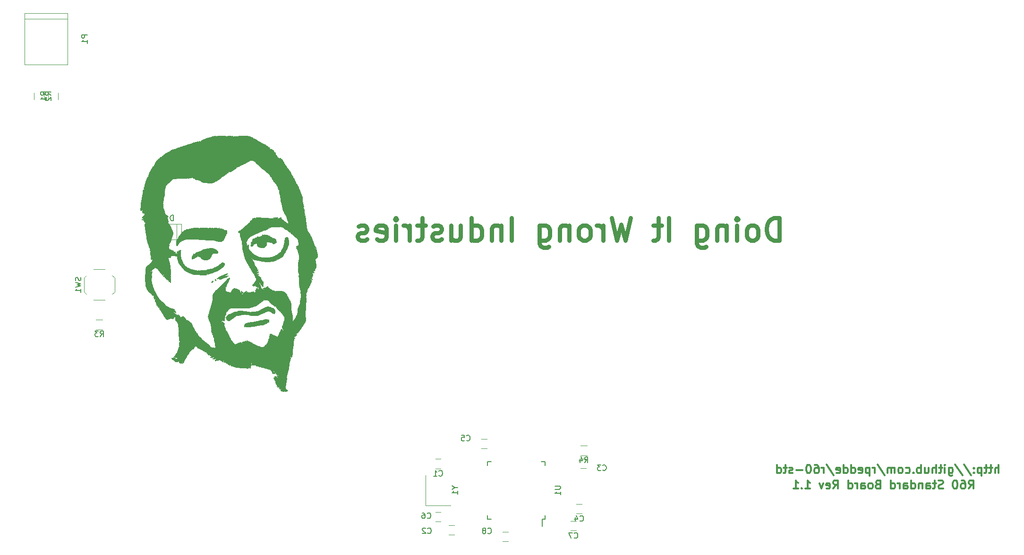
<source format=gbo>
G04 #@! TF.FileFunction,Legend,Bot*
%FSLAX46Y46*%
G04 Gerber Fmt 4.6, Leading zero omitted, Abs format (unit mm)*
G04 Created by KiCad (PCBNEW 4.0.5+dfsg1-4) date Sat Aug 19 13:41:17 2017*
%MOMM*%
%LPD*%
G01*
G04 APERTURE LIST*
%ADD10C,0.100000*%
%ADD11C,0.300000*%
%ADD12C,0.800000*%
%ADD13C,0.150000*%
%ADD14C,0.120000*%
%ADD15C,0.010000*%
G04 APERTURE END LIST*
D10*
D11*
X218358144Y-124313071D02*
X218358144Y-122813071D01*
X217715287Y-124313071D02*
X217715287Y-123527357D01*
X217786716Y-123384500D01*
X217929573Y-123313071D01*
X218143858Y-123313071D01*
X218286716Y-123384500D01*
X218358144Y-123455929D01*
X217215287Y-123313071D02*
X216643858Y-123313071D01*
X217001001Y-122813071D02*
X217001001Y-124098786D01*
X216929573Y-124241643D01*
X216786715Y-124313071D01*
X216643858Y-124313071D01*
X216358144Y-123313071D02*
X215786715Y-123313071D01*
X216143858Y-122813071D02*
X216143858Y-124098786D01*
X216072430Y-124241643D01*
X215929572Y-124313071D01*
X215786715Y-124313071D01*
X215286715Y-123313071D02*
X215286715Y-124813071D01*
X215286715Y-123384500D02*
X215143858Y-123313071D01*
X214858144Y-123313071D01*
X214715287Y-123384500D01*
X214643858Y-123455929D01*
X214572429Y-123598786D01*
X214572429Y-124027357D01*
X214643858Y-124170214D01*
X214715287Y-124241643D01*
X214858144Y-124313071D01*
X215143858Y-124313071D01*
X215286715Y-124241643D01*
X213929572Y-124170214D02*
X213858144Y-124241643D01*
X213929572Y-124313071D01*
X214001001Y-124241643D01*
X213929572Y-124170214D01*
X213929572Y-124313071D01*
X213929572Y-123384500D02*
X213858144Y-123455929D01*
X213929572Y-123527357D01*
X214001001Y-123455929D01*
X213929572Y-123384500D01*
X213929572Y-123527357D01*
X212143858Y-122741643D02*
X213429572Y-124670214D01*
X210572429Y-122741643D02*
X211858143Y-124670214D01*
X209429571Y-123313071D02*
X209429571Y-124527357D01*
X209501000Y-124670214D01*
X209572428Y-124741643D01*
X209715285Y-124813071D01*
X209929571Y-124813071D01*
X210072428Y-124741643D01*
X209429571Y-124241643D02*
X209572428Y-124313071D01*
X209858142Y-124313071D01*
X210001000Y-124241643D01*
X210072428Y-124170214D01*
X210143857Y-124027357D01*
X210143857Y-123598786D01*
X210072428Y-123455929D01*
X210001000Y-123384500D01*
X209858142Y-123313071D01*
X209572428Y-123313071D01*
X209429571Y-123384500D01*
X208715285Y-124313071D02*
X208715285Y-123313071D01*
X208715285Y-122813071D02*
X208786714Y-122884500D01*
X208715285Y-122955929D01*
X208643857Y-122884500D01*
X208715285Y-122813071D01*
X208715285Y-122955929D01*
X208215285Y-123313071D02*
X207643856Y-123313071D01*
X208000999Y-122813071D02*
X208000999Y-124098786D01*
X207929571Y-124241643D01*
X207786713Y-124313071D01*
X207643856Y-124313071D01*
X207143856Y-124313071D02*
X207143856Y-122813071D01*
X206500999Y-124313071D02*
X206500999Y-123527357D01*
X206572428Y-123384500D01*
X206715285Y-123313071D01*
X206929570Y-123313071D01*
X207072428Y-123384500D01*
X207143856Y-123455929D01*
X205143856Y-123313071D02*
X205143856Y-124313071D01*
X205786713Y-123313071D02*
X205786713Y-124098786D01*
X205715285Y-124241643D01*
X205572427Y-124313071D01*
X205358142Y-124313071D01*
X205215285Y-124241643D01*
X205143856Y-124170214D01*
X204429570Y-124313071D02*
X204429570Y-122813071D01*
X204429570Y-123384500D02*
X204286713Y-123313071D01*
X204000999Y-123313071D01*
X203858142Y-123384500D01*
X203786713Y-123455929D01*
X203715284Y-123598786D01*
X203715284Y-124027357D01*
X203786713Y-124170214D01*
X203858142Y-124241643D01*
X204000999Y-124313071D01*
X204286713Y-124313071D01*
X204429570Y-124241643D01*
X203072427Y-124170214D02*
X203000999Y-124241643D01*
X203072427Y-124313071D01*
X203143856Y-124241643D01*
X203072427Y-124170214D01*
X203072427Y-124313071D01*
X201715284Y-124241643D02*
X201858141Y-124313071D01*
X202143855Y-124313071D01*
X202286713Y-124241643D01*
X202358141Y-124170214D01*
X202429570Y-124027357D01*
X202429570Y-123598786D01*
X202358141Y-123455929D01*
X202286713Y-123384500D01*
X202143855Y-123313071D01*
X201858141Y-123313071D01*
X201715284Y-123384500D01*
X200858141Y-124313071D02*
X201000999Y-124241643D01*
X201072427Y-124170214D01*
X201143856Y-124027357D01*
X201143856Y-123598786D01*
X201072427Y-123455929D01*
X201000999Y-123384500D01*
X200858141Y-123313071D01*
X200643856Y-123313071D01*
X200500999Y-123384500D01*
X200429570Y-123455929D01*
X200358141Y-123598786D01*
X200358141Y-124027357D01*
X200429570Y-124170214D01*
X200500999Y-124241643D01*
X200643856Y-124313071D01*
X200858141Y-124313071D01*
X199715284Y-124313071D02*
X199715284Y-123313071D01*
X199715284Y-123455929D02*
X199643856Y-123384500D01*
X199500998Y-123313071D01*
X199286713Y-123313071D01*
X199143856Y-123384500D01*
X199072427Y-123527357D01*
X199072427Y-124313071D01*
X199072427Y-123527357D02*
X199000998Y-123384500D01*
X198858141Y-123313071D01*
X198643856Y-123313071D01*
X198500998Y-123384500D01*
X198429570Y-123527357D01*
X198429570Y-124313071D01*
X196643856Y-122741643D02*
X197929570Y-124670214D01*
X196143855Y-124313071D02*
X196143855Y-123313071D01*
X196143855Y-123598786D02*
X196072427Y-123455929D01*
X196000998Y-123384500D01*
X195858141Y-123313071D01*
X195715284Y-123313071D01*
X195215284Y-123313071D02*
X195215284Y-124813071D01*
X195215284Y-123384500D02*
X195072427Y-123313071D01*
X194786713Y-123313071D01*
X194643856Y-123384500D01*
X194572427Y-123455929D01*
X194500998Y-123598786D01*
X194500998Y-124027357D01*
X194572427Y-124170214D01*
X194643856Y-124241643D01*
X194786713Y-124313071D01*
X195072427Y-124313071D01*
X195215284Y-124241643D01*
X193286713Y-124241643D02*
X193429570Y-124313071D01*
X193715284Y-124313071D01*
X193858141Y-124241643D01*
X193929570Y-124098786D01*
X193929570Y-123527357D01*
X193858141Y-123384500D01*
X193715284Y-123313071D01*
X193429570Y-123313071D01*
X193286713Y-123384500D01*
X193215284Y-123527357D01*
X193215284Y-123670214D01*
X193929570Y-123813071D01*
X191929570Y-124313071D02*
X191929570Y-122813071D01*
X191929570Y-124241643D02*
X192072427Y-124313071D01*
X192358141Y-124313071D01*
X192500999Y-124241643D01*
X192572427Y-124170214D01*
X192643856Y-124027357D01*
X192643856Y-123598786D01*
X192572427Y-123455929D01*
X192500999Y-123384500D01*
X192358141Y-123313071D01*
X192072427Y-123313071D01*
X191929570Y-123384500D01*
X190572427Y-124313071D02*
X190572427Y-122813071D01*
X190572427Y-124241643D02*
X190715284Y-124313071D01*
X191000998Y-124313071D01*
X191143856Y-124241643D01*
X191215284Y-124170214D01*
X191286713Y-124027357D01*
X191286713Y-123598786D01*
X191215284Y-123455929D01*
X191143856Y-123384500D01*
X191000998Y-123313071D01*
X190715284Y-123313071D01*
X190572427Y-123384500D01*
X189286713Y-124241643D02*
X189429570Y-124313071D01*
X189715284Y-124313071D01*
X189858141Y-124241643D01*
X189929570Y-124098786D01*
X189929570Y-123527357D01*
X189858141Y-123384500D01*
X189715284Y-123313071D01*
X189429570Y-123313071D01*
X189286713Y-123384500D01*
X189215284Y-123527357D01*
X189215284Y-123670214D01*
X189929570Y-123813071D01*
X187500999Y-122741643D02*
X188786713Y-124670214D01*
X187000998Y-124313071D02*
X187000998Y-123313071D01*
X187000998Y-123598786D02*
X186929570Y-123455929D01*
X186858141Y-123384500D01*
X186715284Y-123313071D01*
X186572427Y-123313071D01*
X185429570Y-122813071D02*
X185715284Y-122813071D01*
X185858141Y-122884500D01*
X185929570Y-122955929D01*
X186072427Y-123170214D01*
X186143856Y-123455929D01*
X186143856Y-124027357D01*
X186072427Y-124170214D01*
X186000999Y-124241643D01*
X185858141Y-124313071D01*
X185572427Y-124313071D01*
X185429570Y-124241643D01*
X185358141Y-124170214D01*
X185286713Y-124027357D01*
X185286713Y-123670214D01*
X185358141Y-123527357D01*
X185429570Y-123455929D01*
X185572427Y-123384500D01*
X185858141Y-123384500D01*
X186000999Y-123455929D01*
X186072427Y-123527357D01*
X186143856Y-123670214D01*
X184358142Y-122813071D02*
X184215285Y-122813071D01*
X184072428Y-122884500D01*
X184000999Y-122955929D01*
X183929570Y-123098786D01*
X183858142Y-123384500D01*
X183858142Y-123741643D01*
X183929570Y-124027357D01*
X184000999Y-124170214D01*
X184072428Y-124241643D01*
X184215285Y-124313071D01*
X184358142Y-124313071D01*
X184500999Y-124241643D01*
X184572428Y-124170214D01*
X184643856Y-124027357D01*
X184715285Y-123741643D01*
X184715285Y-123384500D01*
X184643856Y-123098786D01*
X184572428Y-122955929D01*
X184500999Y-122884500D01*
X184358142Y-122813071D01*
X183215285Y-123741643D02*
X182072428Y-123741643D01*
X181429571Y-124241643D02*
X181286714Y-124313071D01*
X181000999Y-124313071D01*
X180858142Y-124241643D01*
X180786714Y-124098786D01*
X180786714Y-124027357D01*
X180858142Y-123884500D01*
X181000999Y-123813071D01*
X181215285Y-123813071D01*
X181358142Y-123741643D01*
X181429571Y-123598786D01*
X181429571Y-123527357D01*
X181358142Y-123384500D01*
X181215285Y-123313071D01*
X181000999Y-123313071D01*
X180858142Y-123384500D01*
X180358142Y-123313071D02*
X179786713Y-123313071D01*
X180143856Y-122813071D02*
X180143856Y-124098786D01*
X180072428Y-124241643D01*
X179929570Y-124313071D01*
X179786713Y-124313071D01*
X178643856Y-124313071D02*
X178643856Y-122813071D01*
X178643856Y-124241643D02*
X178786713Y-124313071D01*
X179072427Y-124313071D01*
X179215285Y-124241643D01*
X179286713Y-124170214D01*
X179358142Y-124027357D01*
X179358142Y-123598786D01*
X179286713Y-123455929D01*
X179215285Y-123384500D01*
X179072427Y-123313071D01*
X178786713Y-123313071D01*
X178643856Y-123384500D01*
X212988998Y-127107071D02*
X213488998Y-126392786D01*
X213846141Y-127107071D02*
X213846141Y-125607071D01*
X213274713Y-125607071D01*
X213131855Y-125678500D01*
X213060427Y-125749929D01*
X212988998Y-125892786D01*
X212988998Y-126107071D01*
X213060427Y-126249929D01*
X213131855Y-126321357D01*
X213274713Y-126392786D01*
X213846141Y-126392786D01*
X211703284Y-125607071D02*
X211988998Y-125607071D01*
X212131855Y-125678500D01*
X212203284Y-125749929D01*
X212346141Y-125964214D01*
X212417570Y-126249929D01*
X212417570Y-126821357D01*
X212346141Y-126964214D01*
X212274713Y-127035643D01*
X212131855Y-127107071D01*
X211846141Y-127107071D01*
X211703284Y-127035643D01*
X211631855Y-126964214D01*
X211560427Y-126821357D01*
X211560427Y-126464214D01*
X211631855Y-126321357D01*
X211703284Y-126249929D01*
X211846141Y-126178500D01*
X212131855Y-126178500D01*
X212274713Y-126249929D01*
X212346141Y-126321357D01*
X212417570Y-126464214D01*
X210631856Y-125607071D02*
X210488999Y-125607071D01*
X210346142Y-125678500D01*
X210274713Y-125749929D01*
X210203284Y-125892786D01*
X210131856Y-126178500D01*
X210131856Y-126535643D01*
X210203284Y-126821357D01*
X210274713Y-126964214D01*
X210346142Y-127035643D01*
X210488999Y-127107071D01*
X210631856Y-127107071D01*
X210774713Y-127035643D01*
X210846142Y-126964214D01*
X210917570Y-126821357D01*
X210988999Y-126535643D01*
X210988999Y-126178500D01*
X210917570Y-125892786D01*
X210846142Y-125749929D01*
X210774713Y-125678500D01*
X210631856Y-125607071D01*
X208417571Y-127035643D02*
X208203285Y-127107071D01*
X207846142Y-127107071D01*
X207703285Y-127035643D01*
X207631856Y-126964214D01*
X207560428Y-126821357D01*
X207560428Y-126678500D01*
X207631856Y-126535643D01*
X207703285Y-126464214D01*
X207846142Y-126392786D01*
X208131856Y-126321357D01*
X208274714Y-126249929D01*
X208346142Y-126178500D01*
X208417571Y-126035643D01*
X208417571Y-125892786D01*
X208346142Y-125749929D01*
X208274714Y-125678500D01*
X208131856Y-125607071D01*
X207774714Y-125607071D01*
X207560428Y-125678500D01*
X207131857Y-126107071D02*
X206560428Y-126107071D01*
X206917571Y-125607071D02*
X206917571Y-126892786D01*
X206846143Y-127035643D01*
X206703285Y-127107071D01*
X206560428Y-127107071D01*
X205417571Y-127107071D02*
X205417571Y-126321357D01*
X205489000Y-126178500D01*
X205631857Y-126107071D01*
X205917571Y-126107071D01*
X206060428Y-126178500D01*
X205417571Y-127035643D02*
X205560428Y-127107071D01*
X205917571Y-127107071D01*
X206060428Y-127035643D01*
X206131857Y-126892786D01*
X206131857Y-126749929D01*
X206060428Y-126607071D01*
X205917571Y-126535643D01*
X205560428Y-126535643D01*
X205417571Y-126464214D01*
X204703285Y-126107071D02*
X204703285Y-127107071D01*
X204703285Y-126249929D02*
X204631857Y-126178500D01*
X204488999Y-126107071D01*
X204274714Y-126107071D01*
X204131857Y-126178500D01*
X204060428Y-126321357D01*
X204060428Y-127107071D01*
X202703285Y-127107071D02*
X202703285Y-125607071D01*
X202703285Y-127035643D02*
X202846142Y-127107071D01*
X203131856Y-127107071D01*
X203274714Y-127035643D01*
X203346142Y-126964214D01*
X203417571Y-126821357D01*
X203417571Y-126392786D01*
X203346142Y-126249929D01*
X203274714Y-126178500D01*
X203131856Y-126107071D01*
X202846142Y-126107071D01*
X202703285Y-126178500D01*
X201346142Y-127107071D02*
X201346142Y-126321357D01*
X201417571Y-126178500D01*
X201560428Y-126107071D01*
X201846142Y-126107071D01*
X201988999Y-126178500D01*
X201346142Y-127035643D02*
X201488999Y-127107071D01*
X201846142Y-127107071D01*
X201988999Y-127035643D01*
X202060428Y-126892786D01*
X202060428Y-126749929D01*
X201988999Y-126607071D01*
X201846142Y-126535643D01*
X201488999Y-126535643D01*
X201346142Y-126464214D01*
X200631856Y-127107071D02*
X200631856Y-126107071D01*
X200631856Y-126392786D02*
X200560428Y-126249929D01*
X200488999Y-126178500D01*
X200346142Y-126107071D01*
X200203285Y-126107071D01*
X199060428Y-127107071D02*
X199060428Y-125607071D01*
X199060428Y-127035643D02*
X199203285Y-127107071D01*
X199488999Y-127107071D01*
X199631857Y-127035643D01*
X199703285Y-126964214D01*
X199774714Y-126821357D01*
X199774714Y-126392786D01*
X199703285Y-126249929D01*
X199631857Y-126178500D01*
X199488999Y-126107071D01*
X199203285Y-126107071D01*
X199060428Y-126178500D01*
X196703285Y-126321357D02*
X196488999Y-126392786D01*
X196417571Y-126464214D01*
X196346142Y-126607071D01*
X196346142Y-126821357D01*
X196417571Y-126964214D01*
X196488999Y-127035643D01*
X196631857Y-127107071D01*
X197203285Y-127107071D01*
X197203285Y-125607071D01*
X196703285Y-125607071D01*
X196560428Y-125678500D01*
X196488999Y-125749929D01*
X196417571Y-125892786D01*
X196417571Y-126035643D01*
X196488999Y-126178500D01*
X196560428Y-126249929D01*
X196703285Y-126321357D01*
X197203285Y-126321357D01*
X195488999Y-127107071D02*
X195631857Y-127035643D01*
X195703285Y-126964214D01*
X195774714Y-126821357D01*
X195774714Y-126392786D01*
X195703285Y-126249929D01*
X195631857Y-126178500D01*
X195488999Y-126107071D01*
X195274714Y-126107071D01*
X195131857Y-126178500D01*
X195060428Y-126249929D01*
X194988999Y-126392786D01*
X194988999Y-126821357D01*
X195060428Y-126964214D01*
X195131857Y-127035643D01*
X195274714Y-127107071D01*
X195488999Y-127107071D01*
X193703285Y-127107071D02*
X193703285Y-126321357D01*
X193774714Y-126178500D01*
X193917571Y-126107071D01*
X194203285Y-126107071D01*
X194346142Y-126178500D01*
X193703285Y-127035643D02*
X193846142Y-127107071D01*
X194203285Y-127107071D01*
X194346142Y-127035643D01*
X194417571Y-126892786D01*
X194417571Y-126749929D01*
X194346142Y-126607071D01*
X194203285Y-126535643D01*
X193846142Y-126535643D01*
X193703285Y-126464214D01*
X192988999Y-127107071D02*
X192988999Y-126107071D01*
X192988999Y-126392786D02*
X192917571Y-126249929D01*
X192846142Y-126178500D01*
X192703285Y-126107071D01*
X192560428Y-126107071D01*
X191417571Y-127107071D02*
X191417571Y-125607071D01*
X191417571Y-127035643D02*
X191560428Y-127107071D01*
X191846142Y-127107071D01*
X191989000Y-127035643D01*
X192060428Y-126964214D01*
X192131857Y-126821357D01*
X192131857Y-126392786D01*
X192060428Y-126249929D01*
X191989000Y-126178500D01*
X191846142Y-126107071D01*
X191560428Y-126107071D01*
X191417571Y-126178500D01*
X188703285Y-127107071D02*
X189203285Y-126392786D01*
X189560428Y-127107071D02*
X189560428Y-125607071D01*
X188989000Y-125607071D01*
X188846142Y-125678500D01*
X188774714Y-125749929D01*
X188703285Y-125892786D01*
X188703285Y-126107071D01*
X188774714Y-126249929D01*
X188846142Y-126321357D01*
X188989000Y-126392786D01*
X189560428Y-126392786D01*
X187489000Y-127035643D02*
X187631857Y-127107071D01*
X187917571Y-127107071D01*
X188060428Y-127035643D01*
X188131857Y-126892786D01*
X188131857Y-126321357D01*
X188060428Y-126178500D01*
X187917571Y-126107071D01*
X187631857Y-126107071D01*
X187489000Y-126178500D01*
X187417571Y-126321357D01*
X187417571Y-126464214D01*
X188131857Y-126607071D01*
X186917571Y-126107071D02*
X186560428Y-127107071D01*
X186203286Y-126107071D01*
X183703286Y-127107071D02*
X184560429Y-127107071D01*
X184131857Y-127107071D02*
X184131857Y-125607071D01*
X184274714Y-125821357D01*
X184417572Y-125964214D01*
X184560429Y-126035643D01*
X183060429Y-126964214D02*
X182989001Y-127035643D01*
X183060429Y-127107071D01*
X183131858Y-127035643D01*
X183060429Y-126964214D01*
X183060429Y-127107071D01*
X181560429Y-127107071D02*
X182417572Y-127107071D01*
X181989000Y-127107071D02*
X181989000Y-125607071D01*
X182131857Y-125821357D01*
X182274715Y-125964214D01*
X182417572Y-126035643D01*
D12*
X179065286Y-82518024D02*
X179065286Y-78518024D01*
X178112905Y-78518024D01*
X177541477Y-78708500D01*
X177160524Y-79089452D01*
X176970048Y-79470405D01*
X176779572Y-80232310D01*
X176779572Y-80803738D01*
X176970048Y-81565643D01*
X177160524Y-81946595D01*
X177541477Y-82327548D01*
X178112905Y-82518024D01*
X179065286Y-82518024D01*
X174493857Y-82518024D02*
X174874810Y-82327548D01*
X175065286Y-82137071D01*
X175255762Y-81756119D01*
X175255762Y-80613262D01*
X175065286Y-80232310D01*
X174874810Y-80041833D01*
X174493857Y-79851357D01*
X173922429Y-79851357D01*
X173541477Y-80041833D01*
X173351000Y-80232310D01*
X173160524Y-80613262D01*
X173160524Y-81756119D01*
X173351000Y-82137071D01*
X173541477Y-82327548D01*
X173922429Y-82518024D01*
X174493857Y-82518024D01*
X171446238Y-82518024D02*
X171446238Y-79851357D01*
X171446238Y-78518024D02*
X171636714Y-78708500D01*
X171446238Y-78898976D01*
X171255762Y-78708500D01*
X171446238Y-78518024D01*
X171446238Y-78898976D01*
X169541476Y-79851357D02*
X169541476Y-82518024D01*
X169541476Y-80232310D02*
X169351000Y-80041833D01*
X168970047Y-79851357D01*
X168398619Y-79851357D01*
X168017667Y-80041833D01*
X167827190Y-80422786D01*
X167827190Y-82518024D01*
X164208142Y-79851357D02*
X164208142Y-83089452D01*
X164398619Y-83470405D01*
X164589095Y-83660881D01*
X164970047Y-83851357D01*
X165541476Y-83851357D01*
X165922428Y-83660881D01*
X164208142Y-82327548D02*
X164589095Y-82518024D01*
X165350999Y-82518024D01*
X165731952Y-82327548D01*
X165922428Y-82137071D01*
X166112904Y-81756119D01*
X166112904Y-80613262D01*
X165922428Y-80232310D01*
X165731952Y-80041833D01*
X165350999Y-79851357D01*
X164589095Y-79851357D01*
X164208142Y-80041833D01*
X159255761Y-82518024D02*
X159255761Y-78518024D01*
X157922428Y-79851357D02*
X156398618Y-79851357D01*
X157350999Y-78518024D02*
X157350999Y-81946595D01*
X157160523Y-82327548D01*
X156779570Y-82518024D01*
X156398618Y-82518024D01*
X152398618Y-78518024D02*
X151446237Y-82518024D01*
X150684333Y-79660881D01*
X149922428Y-82518024D01*
X148970047Y-78518024D01*
X147446237Y-82518024D02*
X147446237Y-79851357D01*
X147446237Y-80613262D02*
X147255761Y-80232310D01*
X147065285Y-80041833D01*
X146684332Y-79851357D01*
X146303380Y-79851357D01*
X144398618Y-82518024D02*
X144779571Y-82327548D01*
X144970047Y-82137071D01*
X145160523Y-81756119D01*
X145160523Y-80613262D01*
X144970047Y-80232310D01*
X144779571Y-80041833D01*
X144398618Y-79851357D01*
X143827190Y-79851357D01*
X143446238Y-80041833D01*
X143255761Y-80232310D01*
X143065285Y-80613262D01*
X143065285Y-81756119D01*
X143255761Y-82137071D01*
X143446238Y-82327548D01*
X143827190Y-82518024D01*
X144398618Y-82518024D01*
X141350999Y-79851357D02*
X141350999Y-82518024D01*
X141350999Y-80232310D02*
X141160523Y-80041833D01*
X140779570Y-79851357D01*
X140208142Y-79851357D01*
X139827190Y-80041833D01*
X139636713Y-80422786D01*
X139636713Y-82518024D01*
X136017665Y-79851357D02*
X136017665Y-83089452D01*
X136208142Y-83470405D01*
X136398618Y-83660881D01*
X136779570Y-83851357D01*
X137350999Y-83851357D01*
X137731951Y-83660881D01*
X136017665Y-82327548D02*
X136398618Y-82518024D01*
X137160522Y-82518024D01*
X137541475Y-82327548D01*
X137731951Y-82137071D01*
X137922427Y-81756119D01*
X137922427Y-80613262D01*
X137731951Y-80232310D01*
X137541475Y-80041833D01*
X137160522Y-79851357D01*
X136398618Y-79851357D01*
X136017665Y-80041833D01*
X131065284Y-82518024D02*
X131065284Y-78518024D01*
X129160522Y-79851357D02*
X129160522Y-82518024D01*
X129160522Y-80232310D02*
X128970046Y-80041833D01*
X128589093Y-79851357D01*
X128017665Y-79851357D01*
X127636713Y-80041833D01*
X127446236Y-80422786D01*
X127446236Y-82518024D01*
X123827188Y-82518024D02*
X123827188Y-78518024D01*
X123827188Y-82327548D02*
X124208141Y-82518024D01*
X124970045Y-82518024D01*
X125350998Y-82327548D01*
X125541474Y-82137071D01*
X125731950Y-81756119D01*
X125731950Y-80613262D01*
X125541474Y-80232310D01*
X125350998Y-80041833D01*
X124970045Y-79851357D01*
X124208141Y-79851357D01*
X123827188Y-80041833D01*
X120208140Y-79851357D02*
X120208140Y-82518024D01*
X121922426Y-79851357D02*
X121922426Y-81946595D01*
X121731950Y-82327548D01*
X121350997Y-82518024D01*
X120779569Y-82518024D01*
X120398617Y-82327548D01*
X120208140Y-82137071D01*
X118493854Y-82327548D02*
X118112902Y-82518024D01*
X117350997Y-82518024D01*
X116970045Y-82327548D01*
X116779569Y-81946595D01*
X116779569Y-81756119D01*
X116970045Y-81375167D01*
X117350997Y-81184690D01*
X117922426Y-81184690D01*
X118303378Y-80994214D01*
X118493854Y-80613262D01*
X118493854Y-80422786D01*
X118303378Y-80041833D01*
X117922426Y-79851357D01*
X117350997Y-79851357D01*
X116970045Y-80041833D01*
X115636712Y-79851357D02*
X114112902Y-79851357D01*
X115065283Y-78518024D02*
X115065283Y-81946595D01*
X114874807Y-82327548D01*
X114493854Y-82518024D01*
X114112902Y-82518024D01*
X112779569Y-82518024D02*
X112779569Y-79851357D01*
X112779569Y-80613262D02*
X112589093Y-80232310D01*
X112398617Y-80041833D01*
X112017664Y-79851357D01*
X111636712Y-79851357D01*
X110303379Y-82518024D02*
X110303379Y-79851357D01*
X110303379Y-78518024D02*
X110493855Y-78708500D01*
X110303379Y-78898976D01*
X110112903Y-78708500D01*
X110303379Y-78518024D01*
X110303379Y-78898976D01*
X106874808Y-82327548D02*
X107255760Y-82518024D01*
X108017665Y-82518024D01*
X108398617Y-82327548D01*
X108589093Y-81946595D01*
X108589093Y-80422786D01*
X108398617Y-80041833D01*
X108017665Y-79851357D01*
X107255760Y-79851357D01*
X106874808Y-80041833D01*
X106684331Y-80422786D01*
X106684331Y-80803738D01*
X108589093Y-81184690D01*
X105160522Y-82327548D02*
X104779570Y-82518024D01*
X104017665Y-82518024D01*
X103636713Y-82327548D01*
X103446237Y-81946595D01*
X103446237Y-81756119D01*
X103636713Y-81375167D01*
X104017665Y-81184690D01*
X104589094Y-81184690D01*
X104970046Y-80994214D01*
X105160522Y-80613262D01*
X105160522Y-80422786D01*
X104970046Y-80041833D01*
X104589094Y-79851357D01*
X104017665Y-79851357D01*
X103636713Y-80041833D01*
D13*
X137081250Y-132571875D02*
X136506250Y-132571875D01*
X137081250Y-122221875D02*
X136406250Y-122221875D01*
X126731250Y-122221875D02*
X127406250Y-122221875D01*
X126731250Y-132571875D02*
X127406250Y-132571875D01*
X137081250Y-132571875D02*
X137081250Y-131896875D01*
X126731250Y-132571875D02*
X126731250Y-131896875D01*
X126731250Y-122221875D02*
X126731250Y-122896875D01*
X137081250Y-122221875D02*
X137081250Y-122896875D01*
X136506250Y-132571875D02*
X136506250Y-133846875D01*
D14*
X71875000Y-79552500D02*
X71875000Y-82372500D01*
X71875000Y-82372500D02*
X66555000Y-82372500D01*
X66555000Y-82372500D02*
X66555000Y-79552500D01*
X66555000Y-79552500D02*
X71875000Y-79552500D01*
X71945000Y-80962500D02*
X71875000Y-80962500D01*
X66485000Y-80962500D02*
X66555000Y-80962500D01*
X71035000Y-79552500D02*
X71035000Y-82372500D01*
X143629000Y-131596500D02*
X142629000Y-131596500D01*
X142629000Y-129896500D02*
X143629000Y-129896500D01*
X118371875Y-123484375D02*
X117371875Y-123484375D01*
X117371875Y-121784375D02*
X118371875Y-121784375D01*
X118371875Y-133009375D02*
X117371875Y-133009375D01*
X117371875Y-131309375D02*
X118371875Y-131309375D01*
X144411000Y-123468500D02*
X143411000Y-123468500D01*
X143411000Y-121768500D02*
X144411000Y-121768500D01*
X125611000Y-118212500D02*
X126611000Y-118212500D01*
X126611000Y-119912500D02*
X125611000Y-119912500D01*
X119812500Y-133690625D02*
X120812500Y-133690625D01*
X120812500Y-135390625D02*
X119812500Y-135390625D01*
X142613000Y-134644500D02*
X141613000Y-134644500D01*
X141613000Y-132944500D02*
X142613000Y-132944500D01*
X129421000Y-134881250D02*
X130421000Y-134881250D01*
X130421000Y-136581250D02*
X129421000Y-136581250D01*
X43775000Y-42750000D02*
X51475000Y-42750000D01*
X43775000Y-41750000D02*
X51475000Y-41750000D01*
X51475000Y-41750000D02*
X51475000Y-50950000D01*
X51475000Y-50950000D02*
X43775000Y-50950000D01*
X43775000Y-50950000D02*
X43775000Y-41750000D01*
X49749600Y-57231840D02*
X49749600Y-56031840D01*
X47989600Y-56031840D02*
X47989600Y-57231840D01*
X45416580Y-56031840D02*
X45416580Y-57231840D01*
X47176580Y-57231840D02*
X47176580Y-56031840D01*
X57750000Y-96751250D02*
X56550000Y-96751250D01*
X56550000Y-98511250D02*
X57750000Y-98511250D01*
X144571000Y-119373125D02*
X143371000Y-119373125D01*
X143371000Y-121133125D02*
X144571000Y-121133125D01*
X59450000Y-88787500D02*
X59900000Y-89237500D01*
X59450000Y-92187500D02*
X59900000Y-91737500D01*
X54850000Y-92187500D02*
X54400000Y-91737500D01*
X54850000Y-88787500D02*
X54400000Y-89237500D01*
X56150000Y-93237500D02*
X58150000Y-93237500D01*
X59900000Y-89237500D02*
X59900000Y-91737500D01*
X56150000Y-87737500D02*
X58150000Y-87737500D01*
X54400000Y-89237500D02*
X54400000Y-91737500D01*
X120121875Y-130096875D02*
X115621875Y-130096875D01*
X115621875Y-130096875D02*
X115621875Y-124696875D01*
D15*
G36*
X82998839Y-63725764D02*
X82841641Y-63734629D01*
X82765900Y-63739528D01*
X82597415Y-63751144D01*
X82426644Y-63763806D01*
X82268135Y-63776374D01*
X82136436Y-63787710D01*
X82072723Y-63793813D01*
X81960991Y-63802864D01*
X81862010Y-63806627D01*
X81791175Y-63804690D01*
X81772695Y-63801876D01*
X81691497Y-63804928D01*
X81620389Y-63833328D01*
X81560249Y-63862493D01*
X81518819Y-63866439D01*
X81470985Y-63845644D01*
X81454809Y-63836478D01*
X81365211Y-63798240D01*
X81301909Y-63800543D01*
X81267300Y-63842900D01*
X81233470Y-63885433D01*
X81176016Y-63887468D01*
X81100976Y-63849743D01*
X81060220Y-63817500D01*
X80991088Y-63762367D01*
X80949285Y-63745753D01*
X80929020Y-63767657D01*
X80924400Y-63817500D01*
X80918663Y-63873825D01*
X80897868Y-63888981D01*
X80856642Y-63862966D01*
X80810100Y-63817499D01*
X80743677Y-63758565D01*
X80699384Y-63744707D01*
X80675651Y-63776067D01*
X80670400Y-63830200D01*
X80662433Y-63896908D01*
X80640260Y-63915304D01*
X80606479Y-63885017D01*
X80581500Y-63842900D01*
X80560866Y-63806416D01*
X80537330Y-63783956D01*
X80499208Y-63772118D01*
X80434817Y-63767500D01*
X80332470Y-63766700D01*
X80319782Y-63766699D01*
X80204307Y-63768718D01*
X80118883Y-63777780D01*
X80042825Y-63798395D01*
X79955449Y-63835071D01*
X79911964Y-63855599D01*
X79801423Y-63907387D01*
X79734106Y-63935915D01*
X79708357Y-63941720D01*
X79722519Y-63925342D01*
X79741208Y-63911071D01*
X79774136Y-63864551D01*
X79777593Y-63829186D01*
X79759242Y-63798522D01*
X79714681Y-63775980D01*
X79639506Y-63761157D01*
X79529315Y-63753649D01*
X79379703Y-63753053D01*
X79186268Y-63758964D01*
X79070200Y-63764310D01*
X78911626Y-63771167D01*
X78762187Y-63775691D01*
X78632654Y-63777702D01*
X78533801Y-63777019D01*
X78481559Y-63774144D01*
X78394757Y-63770690D01*
X78329837Y-63788687D01*
X78281365Y-63818522D01*
X78221623Y-63854574D01*
X78181184Y-63858571D01*
X78158806Y-63846854D01*
X78056857Y-63783118D01*
X77977977Y-63753605D01*
X77926080Y-63757959D01*
X77905078Y-63795825D01*
X77918883Y-63866849D01*
X77919518Y-63868544D01*
X77933636Y-63927704D01*
X77924953Y-63958589D01*
X77906226Y-63950153D01*
X77901800Y-63924535D01*
X77879013Y-63863570D01*
X77820066Y-63809587D01*
X77760423Y-63782175D01*
X77683652Y-63776565D01*
X77575885Y-63792044D01*
X77450737Y-63825400D01*
X77321822Y-63873420D01*
X77266800Y-63898667D01*
X77177926Y-63938412D01*
X77101070Y-63966078D01*
X77052310Y-63975912D01*
X77051091Y-63975847D01*
X76991184Y-63986577D01*
X76944035Y-64009114D01*
X76875641Y-64038176D01*
X76824861Y-64046100D01*
X76774702Y-64054801D01*
X76688052Y-64078460D01*
X76575686Y-64113410D01*
X76448376Y-64155982D01*
X76316894Y-64202511D01*
X76192014Y-64249328D01*
X76084508Y-64292766D01*
X76032450Y-64315857D01*
X75945343Y-64350245D01*
X75864028Y-64372139D01*
X75827754Y-64376299D01*
X75743013Y-64392606D01*
X75684175Y-64434570D01*
X75658164Y-64491755D01*
X75671902Y-64553727D01*
X75692577Y-64580076D01*
X75725797Y-64618478D01*
X75725302Y-64630222D01*
X75698795Y-64618058D01*
X75653983Y-64584737D01*
X75619799Y-64554099D01*
X75569415Y-64507084D01*
X75531967Y-64482973D01*
X75498276Y-64485405D01*
X75459166Y-64518019D01*
X75405457Y-64584455D01*
X75347561Y-64662049D01*
X75295634Y-64726681D01*
X75253026Y-64770467D01*
X75233092Y-64782699D01*
X75198626Y-64769656D01*
X75139866Y-64736640D01*
X75108722Y-64716794D01*
X75044565Y-64681044D01*
X74995547Y-64665609D01*
X74982267Y-64667493D01*
X74957837Y-64709251D01*
X74961985Y-64774428D01*
X74992525Y-64846016D01*
X75008044Y-64868174D01*
X75036399Y-64912465D01*
X75037824Y-64934542D01*
X75034943Y-64935100D01*
X74998689Y-64916547D01*
X74993500Y-64909700D01*
X74957675Y-64888362D01*
X74928501Y-64884300D01*
X74887200Y-64865689D01*
X74879200Y-64832871D01*
X74856968Y-64786399D01*
X74802697Y-64752417D01*
X74735028Y-64739898D01*
X74698046Y-64745664D01*
X74660335Y-64780146D01*
X74654035Y-64839246D01*
X74679920Y-64907058D01*
X74689508Y-64920904D01*
X74722912Y-64977909D01*
X74717688Y-65007675D01*
X74701400Y-65011300D01*
X74679342Y-64990532D01*
X74676001Y-64970237D01*
X74659230Y-64940163D01*
X74629387Y-64941364D01*
X74596111Y-64941232D01*
X74591909Y-64907326D01*
X74594248Y-64893527D01*
X74596649Y-64868787D01*
X74591341Y-64849840D01*
X74575241Y-64837526D01*
X74545267Y-64832688D01*
X74498338Y-64836165D01*
X74431371Y-64848800D01*
X74341284Y-64871432D01*
X74224996Y-64904903D01*
X74079425Y-64950054D01*
X73901488Y-65007725D01*
X73688105Y-65078759D01*
X73436193Y-65163994D01*
X73142669Y-65264274D01*
X72804453Y-65380438D01*
X72783700Y-65387577D01*
X72723164Y-65407914D01*
X72621194Y-65441604D01*
X72484701Y-65486388D01*
X72320592Y-65540009D01*
X72135776Y-65600206D01*
X71937163Y-65664723D01*
X71793100Y-65711413D01*
X71591406Y-65777595D01*
X71405707Y-65840213D01*
X71241660Y-65897235D01*
X71104921Y-65946630D01*
X71001149Y-65986366D01*
X70936000Y-66014410D01*
X70915983Y-66026440D01*
X70894187Y-66047506D01*
X70865394Y-66064627D01*
X70820061Y-66080913D01*
X70748644Y-66099476D01*
X70641601Y-66123424D01*
X70573900Y-66137930D01*
X70442537Y-66175160D01*
X70279982Y-66235536D01*
X70097104Y-66313718D01*
X69904773Y-66404366D01*
X69713859Y-66502140D01*
X69535231Y-66601700D01*
X69379759Y-66697707D01*
X69260192Y-66783316D01*
X69178454Y-66834185D01*
X69089249Y-66869461D01*
X69064144Y-66875007D01*
X68979829Y-66902439D01*
X68933097Y-66947925D01*
X68929700Y-67004786D01*
X68937430Y-67022070D01*
X68943625Y-67048022D01*
X68919598Y-67064696D01*
X68855925Y-67077698D01*
X68840026Y-67080011D01*
X68758379Y-67092898D01*
X68692687Y-67105610D01*
X68675250Y-67109958D01*
X68636891Y-67139348D01*
X68636862Y-67180004D01*
X68673905Y-67211361D01*
X68681600Y-67213740D01*
X68725897Y-67235638D01*
X68729009Y-67262273D01*
X68699525Y-67288205D01*
X68646032Y-67307997D01*
X68577116Y-67316210D01*
X68525816Y-67312404D01*
X68462497Y-67304978D01*
X68434580Y-67314827D01*
X68427712Y-67348979D01*
X68427600Y-67360499D01*
X68416772Y-67409448D01*
X68376130Y-67424188D01*
X68369577Y-67424299D01*
X68308508Y-67449157D01*
X68264872Y-67503325D01*
X68226994Y-67553631D01*
X68201588Y-67554999D01*
X68199373Y-67551902D01*
X68158440Y-67523298D01*
X68104168Y-67535825D01*
X68045338Y-67584883D01*
X67994167Y-67659384D01*
X67931200Y-67752121D01*
X67849730Y-67817733D01*
X67803667Y-67842876D01*
X67715353Y-67895253D01*
X67619193Y-67965399D01*
X67524365Y-68044877D01*
X67440045Y-68125254D01*
X67375410Y-68198094D01*
X67339637Y-68254962D01*
X67335400Y-68273284D01*
X67317220Y-68332854D01*
X67281898Y-68379213D01*
X67213021Y-68465923D01*
X67156880Y-68581958D01*
X67124346Y-68702953D01*
X67092485Y-68795684D01*
X67044524Y-68860491D01*
X66996024Y-68924648D01*
X66980007Y-69007273D01*
X66979800Y-69021425D01*
X66977163Y-69078574D01*
X66961935Y-69115730D01*
X66923138Y-69145848D01*
X66849799Y-69181885D01*
X66840100Y-69186332D01*
X66762513Y-69227920D01*
X66712666Y-69266822D01*
X66700400Y-69288895D01*
X66686474Y-69330646D01*
X66650884Y-69394909D01*
X66623369Y-69436350D01*
X66569579Y-69513198D01*
X66521200Y-69583690D01*
X66504442Y-69608700D01*
X66456777Y-69673380D01*
X66400692Y-69740182D01*
X66400328Y-69740582D01*
X66355002Y-69811796D01*
X66351776Y-69861232D01*
X66353631Y-69902508D01*
X66342423Y-69913500D01*
X66326517Y-69935653D01*
X66319425Y-69989338D01*
X66319401Y-69992983D01*
X66309167Y-70050870D01*
X66272830Y-70109242D01*
X66205101Y-70178909D01*
X66126945Y-70263991D01*
X66092308Y-70332347D01*
X66090706Y-70347075D01*
X66077495Y-70409598D01*
X66045174Y-70482851D01*
X66038738Y-70493883D01*
X66006447Y-70559408D01*
X65992616Y-70613126D01*
X65992918Y-70620883D01*
X65983980Y-70668008D01*
X65954256Y-70733287D01*
X65943380Y-70751700D01*
X65906204Y-70828758D01*
X65889239Y-70901186D01*
X65893574Y-70955966D01*
X65920300Y-70980076D01*
X65924249Y-70980300D01*
X65967834Y-70968263D01*
X66033062Y-70938101D01*
X66057599Y-70924600D01*
X66115732Y-70891885D01*
X66136291Y-70884446D01*
X66125506Y-70901832D01*
X66109292Y-70920867D01*
X66062169Y-70961691D01*
X65988515Y-71011753D01*
X65931492Y-71045104D01*
X65844893Y-71096137D01*
X65781491Y-71146957D01*
X65731824Y-71209619D01*
X65686427Y-71296181D01*
X65635837Y-71418699D01*
X65633462Y-71424800D01*
X65592080Y-71527954D01*
X65552529Y-71620941D01*
X65521892Y-71687245D01*
X65516191Y-71698204D01*
X65492871Y-71753819D01*
X65462783Y-71843384D01*
X65430951Y-71951434D01*
X65417128Y-72003004D01*
X65383573Y-72126106D01*
X65347236Y-72249284D01*
X65314439Y-72351381D01*
X65305303Y-72377300D01*
X65263528Y-72521236D01*
X65256135Y-72632561D01*
X65277637Y-72706820D01*
X65285075Y-72742030D01*
X65270262Y-72790480D01*
X65229104Y-72862821D01*
X65201437Y-72905203D01*
X65151439Y-72983823D01*
X65115261Y-73047864D01*
X65100267Y-73084219D01*
X65100200Y-73085352D01*
X65120425Y-73107479D01*
X65164064Y-73113504D01*
X65205566Y-73100855D01*
X65210741Y-73096492D01*
X65244421Y-73077466D01*
X65305407Y-73052664D01*
X65319935Y-73047530D01*
X65411721Y-73015975D01*
X65320701Y-73109387D01*
X65257613Y-73185016D01*
X65205331Y-73266092D01*
X65191245Y-73295069D01*
X65141529Y-73372885D01*
X65090098Y-73403078D01*
X65036165Y-73432854D01*
X65012027Y-73467212D01*
X64981913Y-73514564D01*
X64959534Y-73529856D01*
X64930787Y-73565639D01*
X64924139Y-73633073D01*
X64939297Y-73718210D01*
X64964900Y-73785498D01*
X64990490Y-73844938D01*
X64989908Y-73881759D01*
X64959308Y-73918971D01*
X64939500Y-73937547D01*
X64883868Y-74018329D01*
X64874633Y-74108168D01*
X64901469Y-74178417D01*
X64915162Y-74215787D01*
X64901425Y-74256444D01*
X64860344Y-74310616D01*
X64819925Y-74364321D01*
X64800852Y-74413596D01*
X64798019Y-74478905D01*
X64802666Y-74541834D01*
X64806797Y-74622808D01*
X64803759Y-74680985D01*
X64796796Y-74700537D01*
X64783616Y-74730694D01*
X64768380Y-74797752D01*
X64752963Y-74887961D01*
X64739239Y-74987574D01*
X64729082Y-75082842D01*
X64724366Y-75160019D01*
X64726964Y-75205355D01*
X64727683Y-75207567D01*
X64730004Y-75241427D01*
X64720373Y-75247500D01*
X64698606Y-75269185D01*
X64675398Y-75322184D01*
X64672932Y-75330050D01*
X64659507Y-75392877D01*
X64645049Y-75489985D01*
X64630652Y-75609529D01*
X64617411Y-75739666D01*
X64606418Y-75868551D01*
X64598768Y-75984340D01*
X64595555Y-76075190D01*
X64597873Y-76129255D01*
X64598733Y-76133338D01*
X64594305Y-76188979D01*
X64573233Y-76209604D01*
X64553114Y-76229979D01*
X64543434Y-76269650D01*
X64542905Y-76339702D01*
X64548216Y-76425169D01*
X64552454Y-76521063D01*
X64549942Y-76594058D01*
X64541222Y-76631316D01*
X64539421Y-76633023D01*
X64529276Y-76663151D01*
X64521346Y-76732110D01*
X64516729Y-76827943D01*
X64516000Y-76887782D01*
X64516000Y-77128067D01*
X64576730Y-77112825D01*
X64629232Y-77110983D01*
X64654429Y-77125041D01*
X64691443Y-77148143D01*
X64720700Y-77152499D01*
X64749577Y-77145809D01*
X64764429Y-77117695D01*
X64769636Y-77056094D01*
X64770000Y-77016736D01*
X64763921Y-76922260D01*
X64742997Y-76862543D01*
X64721267Y-76836870D01*
X64688200Y-76801550D01*
X64693275Y-76774059D01*
X64717990Y-76747310D01*
X64744779Y-76703113D01*
X64764536Y-76626821D01*
X64779312Y-76509916D01*
X64781711Y-76482591D01*
X64791923Y-76386092D01*
X64803725Y-76314193D01*
X64815162Y-76277599D01*
X64819555Y-76275430D01*
X64835461Y-76309630D01*
X64847134Y-76381511D01*
X64854053Y-76478091D01*
X64855696Y-76586388D01*
X64851543Y-76693418D01*
X64841072Y-76786200D01*
X64840243Y-76790968D01*
X64826068Y-76880454D01*
X64824605Y-76937771D01*
X64837865Y-76980413D01*
X64867133Y-77024889D01*
X64910054Y-77091278D01*
X64916845Y-77135844D01*
X64886790Y-77173184D01*
X64858900Y-77192935D01*
X64813909Y-77235762D01*
X64799097Y-77291732D01*
X64814439Y-77370192D01*
X64858177Y-77476774D01*
X64908651Y-77570779D01*
X64954526Y-77618235D01*
X65002651Y-77622086D01*
X65059875Y-77585273D01*
X65076052Y-77570401D01*
X65134469Y-77523979D01*
X65166743Y-77521069D01*
X65172271Y-77561307D01*
X65158454Y-77619747D01*
X65143859Y-77701228D01*
X65162507Y-77744965D01*
X65215223Y-77752328D01*
X65235960Y-77748119D01*
X65284619Y-77741713D01*
X65301702Y-77765633D01*
X65303401Y-77799923D01*
X65293988Y-77839773D01*
X65262676Y-77892658D01*
X65204853Y-77964677D01*
X65115909Y-78061933D01*
X65066177Y-78113826D01*
X64948078Y-78238060D01*
X64864138Y-78332074D01*
X64811253Y-78400175D01*
X64786316Y-78446668D01*
X64786224Y-78475861D01*
X64797076Y-78487035D01*
X64816387Y-78489687D01*
X64850044Y-78478384D01*
X64903339Y-78450016D01*
X64981564Y-78401472D01*
X65090012Y-78329641D01*
X65233975Y-78231412D01*
X65245890Y-78223212D01*
X65443100Y-78087424D01*
X65106550Y-78416548D01*
X64999819Y-78523082D01*
X64907035Y-78619816D01*
X64833964Y-78700400D01*
X64786371Y-78758483D01*
X64770000Y-78787286D01*
X64782359Y-78820682D01*
X64821350Y-78823301D01*
X64889845Y-78794070D01*
X64990716Y-78731918D01*
X65074800Y-78673503D01*
X65166613Y-78608877D01*
X65220989Y-78573598D01*
X65240871Y-78566184D01*
X65229196Y-78585153D01*
X65212411Y-78604104D01*
X65115833Y-78715486D01*
X65055394Y-78801597D01*
X65027212Y-78868450D01*
X65024000Y-78895825D01*
X65038138Y-78943583D01*
X65081638Y-78952909D01*
X65156130Y-78923837D01*
X65197887Y-78899669D01*
X65288870Y-78843439D01*
X65219935Y-78933817D01*
X65169237Y-79017581D01*
X65150307Y-79088780D01*
X65163416Y-79138799D01*
X65208838Y-79159022D01*
X65212813Y-79159100D01*
X65261436Y-79171446D01*
X65281468Y-79217610D01*
X65282663Y-79226388D01*
X65308841Y-79297974D01*
X65359459Y-79331114D01*
X65424509Y-79320160D01*
X65436663Y-79313269D01*
X65531926Y-79254611D01*
X65589988Y-79222973D01*
X65611085Y-79220101D01*
X65595455Y-79247740D01*
X65543336Y-79307637D01*
X65454964Y-79401538D01*
X65449450Y-79407311D01*
X65338683Y-79528297D01*
X65266430Y-79619877D01*
X65231577Y-79684426D01*
X65233012Y-79724324D01*
X65269621Y-79741948D01*
X65292141Y-79743300D01*
X65336638Y-79746621D01*
X65339426Y-79765890D01*
X65317541Y-79799751D01*
X65288682Y-79868698D01*
X65279267Y-79951597D01*
X65289420Y-80027608D01*
X65315926Y-80073355D01*
X65341522Y-80119509D01*
X65339111Y-80197115D01*
X65333909Y-80289351D01*
X65341424Y-80403434D01*
X65359174Y-80528042D01*
X65384679Y-80651856D01*
X65415461Y-80763552D01*
X65449037Y-80851809D01*
X65482928Y-80905305D01*
X65496273Y-80914537D01*
X65527290Y-80929392D01*
X65511453Y-80934800D01*
X65501750Y-80935314D01*
X65455944Y-80949886D01*
X65443502Y-80961851D01*
X65441590Y-80996172D01*
X65448506Y-81069707D01*
X65462408Y-81172004D01*
X65481452Y-81292608D01*
X65503795Y-81421069D01*
X65527592Y-81546932D01*
X65551001Y-81659747D01*
X65572178Y-81749059D01*
X65589279Y-81804416D01*
X65593682Y-81813400D01*
X65612163Y-81872352D01*
X65615147Y-81949156D01*
X65614207Y-81958426D01*
X65612719Y-82067898D01*
X65627594Y-82212746D01*
X65656157Y-82381247D01*
X65695731Y-82561681D01*
X65743642Y-82742327D01*
X65797213Y-82911462D01*
X65853767Y-83057365D01*
X65876069Y-83105468D01*
X65917977Y-83195276D01*
X65948991Y-83270773D01*
X65963408Y-83317860D01*
X65963800Y-83322326D01*
X65971988Y-83369656D01*
X65992417Y-83440370D01*
X66000357Y-83463550D01*
X66027419Y-83556984D01*
X66048901Y-83660838D01*
X66052397Y-83684541D01*
X66073331Y-83774491D01*
X66111798Y-83830090D01*
X66129459Y-83843430D01*
X66171641Y-83880201D01*
X66175049Y-83922182D01*
X66166319Y-83948792D01*
X66144610Y-84024124D01*
X66154229Y-84067889D01*
X66199109Y-84091300D01*
X66217800Y-84095589D01*
X66277657Y-84122060D01*
X66291318Y-84163699D01*
X66256517Y-84213167D01*
X66254603Y-84214776D01*
X66225935Y-84267959D01*
X66222853Y-84325836D01*
X66237112Y-84383441D01*
X66274457Y-84407843D01*
X66300350Y-84412237D01*
X66355654Y-84427616D01*
X66367778Y-84451465D01*
X66333139Y-84476483D01*
X66332100Y-84476885D01*
X66313421Y-84494709D01*
X66301865Y-84536691D01*
X66296110Y-84611709D01*
X66294832Y-84727252D01*
X66298247Y-84872668D01*
X66306728Y-85012886D01*
X66319161Y-85138306D01*
X66334431Y-85239330D01*
X66351425Y-85306359D01*
X66364641Y-85328555D01*
X66391574Y-85360096D01*
X66425637Y-85416608D01*
X66429473Y-85423967D01*
X66454644Y-85477815D01*
X66452091Y-85503326D01*
X66417744Y-85517117D01*
X66405930Y-85520125D01*
X66355840Y-85545214D01*
X66351348Y-85579720D01*
X66389496Y-85618127D01*
X66467326Y-85654920D01*
X66480623Y-85659433D01*
X66551575Y-85686924D01*
X66597936Y-85713155D01*
X66607623Y-85725000D01*
X66586950Y-85741057D01*
X66529577Y-85755703D01*
X66473773Y-85763100D01*
X66377539Y-85780038D01*
X66329241Y-85806110D01*
X66327674Y-85837559D01*
X66371636Y-85870630D01*
X66459923Y-85901568D01*
X66522600Y-85915499D01*
X66623685Y-85941259D01*
X66692642Y-85971975D01*
X66724857Y-86003579D01*
X66715715Y-86032004D01*
X66675000Y-86049859D01*
X66635339Y-86081600D01*
X66624832Y-86132903D01*
X66646855Y-86179557D01*
X66655950Y-86186512D01*
X66661392Y-86204423D01*
X66616690Y-86219146D01*
X66613316Y-86219761D01*
X66551459Y-86245865D01*
X66519649Y-86305178D01*
X66519071Y-86307307D01*
X66491229Y-86363818D01*
X66438157Y-86438009D01*
X66377555Y-86507125D01*
X66269297Y-86615262D01*
X66150257Y-86728223D01*
X66027598Y-86839825D01*
X65908484Y-86943883D01*
X65800080Y-87034213D01*
X65709550Y-87104632D01*
X65644057Y-87148953D01*
X65621263Y-87159980D01*
X65558796Y-87192901D01*
X65515711Y-87251749D01*
X65496988Y-87295249D01*
X65465693Y-87385886D01*
X65458080Y-87438471D01*
X65475099Y-87460379D01*
X65517698Y-87458989D01*
X65518049Y-87458922D01*
X65580298Y-87447022D01*
X65505349Y-87537948D01*
X65452319Y-87625135D01*
X65430670Y-87712386D01*
X65442220Y-87786133D01*
X65467560Y-87819719D01*
X65490374Y-87847752D01*
X65482282Y-87882605D01*
X65463636Y-87913259D01*
X65435954Y-87987319D01*
X65419345Y-88105302D01*
X65415871Y-88168379D01*
X65404785Y-88372347D01*
X65387345Y-88535855D01*
X65364036Y-88655539D01*
X65335343Y-88728032D01*
X65335277Y-88728133D01*
X65316726Y-88767365D01*
X65308804Y-88819993D01*
X65310796Y-88898782D01*
X65320085Y-88998998D01*
X65328379Y-89108682D01*
X65329906Y-89208600D01*
X65324532Y-89280622D01*
X65322240Y-89291590D01*
X65313901Y-89351941D01*
X65308846Y-89446924D01*
X65307734Y-89560438D01*
X65308839Y-89618263D01*
X65313002Y-89732265D01*
X65318911Y-89805100D01*
X65328857Y-89846398D01*
X65345127Y-89865787D01*
X65369348Y-89872805D01*
X65399781Y-89881070D01*
X65411682Y-89903112D01*
X65407748Y-89952200D01*
X65397113Y-90009283D01*
X65385471Y-90119515D01*
X65387493Y-90267511D01*
X65399720Y-90424840D01*
X65422492Y-90606258D01*
X65450808Y-90745658D01*
X65483921Y-90840532D01*
X65521081Y-90888374D01*
X65539676Y-90893900D01*
X65560806Y-90906309D01*
X65567507Y-90950144D01*
X65563420Y-91017988D01*
X65559795Y-91089949D01*
X65569740Y-91145815D01*
X65599611Y-91204466D01*
X65651047Y-91278338D01*
X65713133Y-91365703D01*
X65771374Y-91451588D01*
X65804602Y-91503590D01*
X65852405Y-91567311D01*
X65929115Y-91653231D01*
X66024386Y-91751298D01*
X66127873Y-91851462D01*
X66229231Y-91943674D01*
X66318114Y-92017882D01*
X66377451Y-92060103D01*
X66444284Y-92114309D01*
X66516183Y-92193269D01*
X66561286Y-92255428D01*
X66617765Y-92335741D01*
X66663123Y-92378465D01*
X66707038Y-92392354D01*
X66712785Y-92392500D01*
X66760670Y-92381698D01*
X66776695Y-92360750D01*
X66787815Y-92359088D01*
X66815509Y-92393365D01*
X66827122Y-92411550D01*
X66864236Y-92464936D01*
X66892754Y-92493174D01*
X66896877Y-92494488D01*
X66933258Y-92507007D01*
X66952517Y-92517798D01*
X66968606Y-92538939D01*
X66955949Y-92572738D01*
X66910380Y-92629954D01*
X66908067Y-92632593D01*
X66849951Y-92712366D01*
X66828353Y-92774516D01*
X66843933Y-92813503D01*
X66885222Y-92824300D01*
X66921816Y-92829710D01*
X66935967Y-92855323D01*
X66934343Y-92915212D01*
X66933354Y-92925900D01*
X66929721Y-92990824D01*
X66941651Y-93019803D01*
X66978291Y-93027285D01*
X66997678Y-93027500D01*
X67070278Y-93014706D01*
X67120996Y-92990207D01*
X67166322Y-92960970D01*
X67189350Y-92952107D01*
X67207173Y-92970130D01*
X67205496Y-93012561D01*
X67187403Y-93058307D01*
X67170973Y-93077742D01*
X67131220Y-93141472D01*
X67115811Y-93240391D01*
X67125670Y-93364610D01*
X67138503Y-93425757D01*
X67165365Y-93515594D01*
X67193098Y-93564294D01*
X67224667Y-93581031D01*
X67257687Y-93595605D01*
X67267001Y-93635227D01*
X67263895Y-93676281D01*
X67261313Y-93735738D01*
X67277405Y-93760137D01*
X67307222Y-93764100D01*
X67337944Y-93769391D01*
X67354031Y-93793347D01*
X67360078Y-93848092D01*
X67360800Y-93905469D01*
X67369656Y-94029556D01*
X67396811Y-94107985D01*
X67443143Y-94142819D01*
X67462994Y-94145100D01*
X67498536Y-94157755D01*
X67520173Y-94203369D01*
X67528847Y-94246700D01*
X67543512Y-94310190D01*
X67560457Y-94345629D01*
X67565535Y-94348300D01*
X67588672Y-94369206D01*
X67602100Y-94399100D01*
X67625574Y-94437478D01*
X67667451Y-94446061D01*
X67735477Y-94424333D01*
X67813478Y-94385026D01*
X67869596Y-94355532D01*
X67893661Y-94345360D01*
X67885099Y-94353276D01*
X67796931Y-94418198D01*
X67744761Y-94465825D01*
X67720716Y-94504478D01*
X67716400Y-94531587D01*
X67719034Y-94556021D01*
X67733318Y-94570438D01*
X67768827Y-94576303D01*
X67835133Y-94575084D01*
X67941811Y-94568246D01*
X67951350Y-94567573D01*
X68186300Y-94550958D01*
X68041844Y-94617658D01*
X67943498Y-94672264D01*
X67888526Y-94722363D01*
X67877239Y-94763503D01*
X67909950Y-94791230D01*
X67986969Y-94801091D01*
X68029142Y-94799127D01*
X68088274Y-94796129D01*
X68103844Y-94802963D01*
X68082656Y-94822832D01*
X68081437Y-94823727D01*
X68036818Y-94850112D01*
X68016346Y-94856300D01*
X67992814Y-94873201D01*
X67998774Y-94916384D01*
X68029519Y-94974567D01*
X68080339Y-95036468D01*
X68098931Y-95054199D01*
X68175261Y-95140731D01*
X68257333Y-95265640D01*
X68317343Y-95376190D01*
X68371681Y-95483112D01*
X68422553Y-95581097D01*
X68462467Y-95655806D01*
X68477045Y-95681800D01*
X68607479Y-95904494D01*
X68716236Y-96087528D01*
X68806381Y-96235609D01*
X68880977Y-96353446D01*
X68943090Y-96445744D01*
X68995784Y-96517213D01*
X69042122Y-96572560D01*
X69085170Y-96616493D01*
X69085904Y-96617181D01*
X69161994Y-96683656D01*
X69220459Y-96719973D01*
X69276949Y-96734357D01*
X69311803Y-96735900D01*
X69413425Y-96717233D01*
X69475155Y-96676241D01*
X69553449Y-96628772D01*
X69655140Y-96600737D01*
X69656087Y-96600606D01*
X69744246Y-96581446D01*
X69851017Y-96548521D01*
X69927506Y-96519450D01*
X70037309Y-96480065D01*
X70115308Y-96471338D01*
X70171183Y-96494613D01*
X70214618Y-96551231D01*
X70219231Y-96559900D01*
X70265072Y-96617844D01*
X70313465Y-96632794D01*
X70353741Y-96604335D01*
X70369693Y-96565771D01*
X70392073Y-96510701D01*
X70434615Y-96430832D01*
X70488331Y-96342971D01*
X70491166Y-96338643D01*
X70547181Y-96257113D01*
X70585927Y-96212543D01*
X70615390Y-96197819D01*
X70641520Y-96204704D01*
X70683381Y-96247534D01*
X70703354Y-96292133D01*
X70727644Y-96339454D01*
X70755106Y-96354900D01*
X70776197Y-96361786D01*
X70771155Y-96390755D01*
X70752353Y-96429838D01*
X70723973Y-96511637D01*
X70713621Y-96588588D01*
X70730955Y-96686209D01*
X70778511Y-96806169D01*
X70849675Y-96935823D01*
X70937834Y-97062526D01*
X70999956Y-97136051D01*
X71073318Y-97224868D01*
X71136165Y-97317014D01*
X71175905Y-97393891D01*
X71177547Y-97398363D01*
X71223803Y-97544200D01*
X71261998Y-97692996D01*
X71288953Y-97830018D01*
X71301489Y-97940531D01*
X71301749Y-97974150D01*
X71302337Y-98042740D01*
X71315441Y-98074287D01*
X71346805Y-98082093D01*
X71348361Y-98082100D01*
X71381547Y-98084145D01*
X71395336Y-98097656D01*
X71390418Y-98133693D01*
X71367485Y-98203317D01*
X71357661Y-98231090D01*
X71336327Y-98321574D01*
X71327288Y-98427684D01*
X71329498Y-98536863D01*
X71341909Y-98636557D01*
X71363476Y-98714207D01*
X71393150Y-98757259D01*
X71401850Y-98761181D01*
X71443545Y-98788928D01*
X71442670Y-98829731D01*
X71399545Y-98869422D01*
X71399400Y-98869500D01*
X71376760Y-98886060D01*
X71362100Y-98913212D01*
X71353786Y-98960794D01*
X71350187Y-99038644D01*
X71349670Y-99156599D01*
X71349716Y-99168843D01*
X71354502Y-99400592D01*
X71366968Y-99584226D01*
X71387428Y-99721893D01*
X71416198Y-99815741D01*
X71451992Y-99866658D01*
X71509261Y-99913031D01*
X71450962Y-99953865D01*
X71421549Y-99978296D01*
X71405499Y-100008556D01*
X71400393Y-100057640D01*
X71403812Y-100138543D01*
X71407406Y-100187750D01*
X71425056Y-100352242D01*
X71450319Y-100471663D01*
X71484927Y-100551401D01*
X71530613Y-100596843D01*
X71540638Y-100602022D01*
X71588759Y-100639431D01*
X71602550Y-100682122D01*
X71581614Y-100714854D01*
X71543805Y-100723700D01*
X71483968Y-100747645D01*
X71439312Y-100817702D01*
X71410839Y-100931201D01*
X71399553Y-101085472D01*
X71399400Y-101108245D01*
X71401190Y-101214892D01*
X71408803Y-101285672D01*
X71425607Y-101335457D01*
X71454968Y-101379119D01*
X71462901Y-101388732D01*
X71510677Y-101453959D01*
X71520176Y-101502436D01*
X71489489Y-101549658D01*
X71437500Y-101594732D01*
X71374682Y-101657049D01*
X71350031Y-101718918D01*
X71348600Y-101742044D01*
X71336396Y-101820968D01*
X71309521Y-101893993D01*
X71282634Y-101962460D01*
X71256335Y-102055498D01*
X71243709Y-102114176D01*
X71220144Y-102213341D01*
X71189409Y-102307289D01*
X71171588Y-102348494D01*
X71135298Y-102434354D01*
X71108573Y-102521522D01*
X71107341Y-102527100D01*
X71053123Y-102681761D01*
X70964893Y-102810488D01*
X70849777Y-102903076D01*
X70841820Y-102907447D01*
X70803011Y-102947456D01*
X70768356Y-103013499D01*
X70763013Y-103028555D01*
X70729326Y-103096711D01*
X70671746Y-103180711D01*
X70608579Y-103255829D01*
X70538802Y-103340119D01*
X70496524Y-103412015D01*
X70484408Y-103464523D01*
X70505118Y-103490650D01*
X70518513Y-103492300D01*
X70554873Y-103477945D01*
X70617261Y-103440409D01*
X70688200Y-103390700D01*
X70758066Y-103339406D01*
X70809943Y-103302885D01*
X70832488Y-103289100D01*
X70842252Y-103305916D01*
X70821399Y-103350316D01*
X70774481Y-103413221D01*
X70764400Y-103424919D01*
X70717986Y-103486342D01*
X70690987Y-103538635D01*
X70688200Y-103552803D01*
X70707952Y-103584459D01*
X70756362Y-103592180D01*
X70817168Y-103575749D01*
X70851805Y-103554992D01*
X70934896Y-103521372D01*
X71027157Y-103528985D01*
X71098137Y-103566908D01*
X71134479Y-103608883D01*
X71134778Y-103650660D01*
X71095746Y-103697157D01*
X71014093Y-103753288D01*
X70948286Y-103790894D01*
X70793339Y-103875920D01*
X70689736Y-103735679D01*
X70629230Y-103659820D01*
X70572558Y-103598906D01*
X70534257Y-103567673D01*
X70456870Y-103546019D01*
X70393038Y-103564175D01*
X70355454Y-103618480D01*
X70355224Y-103619300D01*
X70341832Y-103656085D01*
X70335132Y-103653932D01*
X70310959Y-103627699D01*
X70257774Y-103614206D01*
X70196149Y-103615146D01*
X70146657Y-103632209D01*
X70139847Y-103637882D01*
X70113568Y-103667136D01*
X70107416Y-103694433D01*
X70121981Y-103737508D01*
X70144805Y-103786510D01*
X70182120Y-103841235D01*
X70236902Y-103896377D01*
X70296251Y-103941902D01*
X70347269Y-103967775D01*
X70375438Y-103965929D01*
X70403153Y-103969571D01*
X70450319Y-103998488D01*
X70453727Y-104001131D01*
X70513500Y-104036866D01*
X70564626Y-104051100D01*
X70604356Y-104070492D01*
X70612000Y-104103569D01*
X70629050Y-104184587D01*
X70684185Y-104243963D01*
X70783209Y-104288086D01*
X70922882Y-104326717D01*
X71022679Y-104341639D01*
X71087299Y-104333504D01*
X71092833Y-104331049D01*
X71138069Y-104311199D01*
X71211468Y-104281205D01*
X71266050Y-104259681D01*
X71399400Y-104207870D01*
X71399400Y-104294585D01*
X71403912Y-104353339D01*
X71426629Y-104377052D01*
X71476145Y-104381300D01*
X71541770Y-104367633D01*
X71581275Y-104318971D01*
X71582273Y-104316809D01*
X71615657Y-104272153D01*
X71649474Y-104259659D01*
X71689442Y-104279665D01*
X71681158Y-104314500D01*
X71624833Y-104363753D01*
X71582680Y-104391240D01*
X71462900Y-104464681D01*
X71551800Y-104497258D01*
X71622608Y-104522118D01*
X71659600Y-104528030D01*
X71676664Y-104513511D01*
X71686160Y-104482900D01*
X71715633Y-104441572D01*
X71743859Y-104432100D01*
X71772934Y-104435435D01*
X71767410Y-104453829D01*
X71742300Y-104482900D01*
X71713480Y-104518389D01*
X71722335Y-104531694D01*
X71773354Y-104533700D01*
X71852917Y-104516734D01*
X71900097Y-104462684D01*
X71915990Y-104404706D01*
X71935495Y-104358285D01*
X71978998Y-104350977D01*
X72050099Y-104344614D01*
X72108220Y-104311764D01*
X72135619Y-104263102D01*
X72136000Y-104256516D01*
X72154410Y-104202218D01*
X72176942Y-104175741D01*
X72221894Y-104123567D01*
X72241026Y-104090081D01*
X72254984Y-104063906D01*
X72254892Y-104082552D01*
X72249266Y-104112771D01*
X72211812Y-104231569D01*
X72152459Y-104346005D01*
X72081537Y-104438384D01*
X72036994Y-104476353D01*
X71950688Y-104533700D01*
X72052934Y-104533700D01*
X72125328Y-104525455D01*
X72177234Y-104504996D01*
X72184414Y-104498475D01*
X72227661Y-104432522D01*
X72275728Y-104339353D01*
X72318676Y-104240365D01*
X72346568Y-104156951D01*
X72349745Y-104142555D01*
X72375771Y-104066428D01*
X72419494Y-103987012D01*
X72427072Y-103976293D01*
X72472518Y-103900445D01*
X72503548Y-103823396D01*
X72506123Y-103813018D01*
X72535155Y-103745973D01*
X72587384Y-103672929D01*
X72609013Y-103649866D01*
X72704121Y-103539516D01*
X72754646Y-103434295D01*
X72764700Y-103324849D01*
X72762161Y-103301231D01*
X72755011Y-103234958D01*
X72762226Y-103206475D01*
X72790084Y-103203423D01*
X72810095Y-103206873D01*
X72854267Y-103206573D01*
X72874944Y-103177651D01*
X72876927Y-103111054D01*
X72874826Y-103084844D01*
X72891060Y-103054363D01*
X72941382Y-103046744D01*
X72977616Y-103042501D01*
X73008897Y-103022781D01*
X73042718Y-102978959D01*
X73086570Y-102902411D01*
X73116971Y-102844600D01*
X73168965Y-102740063D01*
X73199434Y-102663856D01*
X73212794Y-102600629D01*
X73213463Y-102535035D01*
X73211997Y-102514400D01*
X73207438Y-102443335D01*
X73210453Y-102416739D01*
X73222713Y-102428626D01*
X73231490Y-102444550D01*
X73277156Y-102489943D01*
X73337906Y-102494044D01*
X73404713Y-102460279D01*
X73468551Y-102392068D01*
X73497895Y-102343508D01*
X73538382Y-102284476D01*
X73602632Y-102210322D01*
X73665055Y-102148200D01*
X73740047Y-102072729D01*
X73784222Y-102007850D01*
X73808821Y-101935672D01*
X73813766Y-101911537D01*
X73837264Y-101822441D01*
X73869479Y-101742736D01*
X73881411Y-101721721D01*
X73926700Y-101652166D01*
X73934766Y-101721624D01*
X73928923Y-101793382D01*
X73903613Y-101869685D01*
X73903016Y-101870893D01*
X73869127Y-101952252D01*
X73868090Y-101998915D01*
X73900749Y-102015636D01*
X73928528Y-102014437D01*
X73974371Y-101999396D01*
X74014631Y-101961486D01*
X74054551Y-101892933D01*
X74099373Y-101785961D01*
X74119849Y-101730671D01*
X74154735Y-101644274D01*
X74189541Y-101591341D01*
X74237087Y-101556202D01*
X74278778Y-101536396D01*
X74364296Y-101503467D01*
X74446018Y-101478301D01*
X74463177Y-101474276D01*
X74516958Y-101466395D01*
X74534628Y-101480854D01*
X74530066Y-101522500D01*
X74526281Y-101562829D01*
X74543603Y-101582207D01*
X74594293Y-101589067D01*
X74628589Y-101590246D01*
X74684856Y-101594156D01*
X74703482Y-101600797D01*
X74695050Y-101604808D01*
X74657779Y-101636450D01*
X74650600Y-101664372D01*
X74669989Y-101717556D01*
X74715938Y-101772364D01*
X74770120Y-101809711D01*
X74796102Y-101815900D01*
X74838749Y-101826835D01*
X74904548Y-101854250D01*
X74930000Y-101866700D01*
X75007651Y-101898841D01*
X75078550Y-101916394D01*
X75094089Y-101917500D01*
X75143909Y-101928557D01*
X75158574Y-101968424D01*
X75158600Y-101971261D01*
X75167980Y-102009701D01*
X75205660Y-102015577D01*
X75222100Y-102012883D01*
X75273587Y-102013968D01*
X75285600Y-102035322D01*
X75306008Y-102065919D01*
X75323700Y-102069900D01*
X75356724Y-102090441D01*
X75361800Y-102110753D01*
X75374206Y-102138741D01*
X75418818Y-102137231D01*
X75425300Y-102135669D01*
X75474119Y-102131731D01*
X75488787Y-102156917D01*
X75488800Y-102158316D01*
X75507043Y-102190786D01*
X75556385Y-102191964D01*
X75628744Y-102162893D01*
X75675756Y-102134165D01*
X75738786Y-102096003D01*
X75764574Y-102092367D01*
X75753156Y-102123271D01*
X75729293Y-102157304D01*
X75699173Y-102221295D01*
X75692000Y-102265254D01*
X75701556Y-102307740D01*
X75740055Y-102322896D01*
X75766701Y-102323900D01*
X75825360Y-102316070D01*
X75857100Y-102298500D01*
X75882736Y-102275370D01*
X75912160Y-102290073D01*
X75949686Y-102346525D01*
X75983000Y-102412800D01*
X76035431Y-102503177D01*
X76084507Y-102550104D01*
X76126365Y-102552240D01*
X76157141Y-102508242D01*
X76165710Y-102476300D01*
X76182750Y-102418436D01*
X76204035Y-102406317D01*
X76233044Y-102441014D01*
X76265993Y-102507277D01*
X76317865Y-102604682D01*
X76375635Y-102685605D01*
X76430571Y-102739356D01*
X76468958Y-102755700D01*
X76498021Y-102776858D01*
X76504800Y-102806500D01*
X76512433Y-102838477D01*
X76543994Y-102853447D01*
X76612484Y-102857294D01*
X76616984Y-102857300D01*
X76693162Y-102850406D01*
X76736281Y-102832051D01*
X76740506Y-102825550D01*
X76762253Y-102807764D01*
X76772295Y-102812888D01*
X76776571Y-102846502D01*
X76759094Y-102894852D01*
X76732564Y-102936396D01*
X76711908Y-102936142D01*
X76694995Y-102916086D01*
X76652205Y-102884123D01*
X76612892Y-102894795D01*
X76588220Y-102940524D01*
X76585728Y-102990267D01*
X76605114Y-103051861D01*
X76640285Y-103082390D01*
X76678553Y-103076054D01*
X76701771Y-103043335D01*
X76726299Y-103014201D01*
X76777695Y-102998810D01*
X76855501Y-102993396D01*
X76932003Y-102992585D01*
X76966388Y-102997940D01*
X76967276Y-103013089D01*
X76950751Y-103033496D01*
X76918493Y-103092478D01*
X76911200Y-103132350D01*
X76916789Y-103165274D01*
X76942059Y-103181689D01*
X76999765Y-103187143D01*
X77037985Y-103187500D01*
X77124646Y-103181799D01*
X77174988Y-103162012D01*
X77193878Y-103140890D01*
X77241733Y-103105577D01*
X77284402Y-103106020D01*
X77323002Y-103115174D01*
X77324476Y-103127838D01*
X77286058Y-103154072D01*
X77268209Y-103164956D01*
X77216278Y-103207321D01*
X77191057Y-103249071D01*
X77190600Y-103253872D01*
X77199121Y-103279239D01*
X77232964Y-103286726D01*
X77298550Y-103280229D01*
X77364502Y-103271662D01*
X77386399Y-103274044D01*
X77370463Y-103291051D01*
X77346788Y-103308733D01*
X77288533Y-103343477D01*
X77205889Y-103383639D01*
X77156403Y-103404612D01*
X77069734Y-103447058D01*
X77022636Y-103486894D01*
X77017012Y-103519218D01*
X77054769Y-103539131D01*
X77102547Y-103543100D01*
X77170195Y-103538478D01*
X77269927Y-103526151D01*
X77384024Y-103508427D01*
X77426881Y-103500863D01*
X77544405Y-103481353D01*
X77619374Y-103474188D01*
X77658417Y-103479018D01*
X77667588Y-103488163D01*
X77697462Y-103510467D01*
X77742243Y-103517700D01*
X77807051Y-103517700D01*
X77744364Y-103567009D01*
X77679980Y-103608183D01*
X77597470Y-103649531D01*
X77575097Y-103658964D01*
X77498680Y-103699207D01*
X77446938Y-103745024D01*
X77428593Y-103787100D01*
X77437028Y-103806460D01*
X77478823Y-103820141D01*
X77550112Y-103820380D01*
X77631574Y-103807800D01*
X77663060Y-103799196D01*
X77724155Y-103780481D01*
X77814912Y-103753386D01*
X77916188Y-103723623D01*
X77920850Y-103722265D01*
X78023020Y-103687885D01*
X78086268Y-103656349D01*
X78105000Y-103633238D01*
X78127159Y-103603183D01*
X78181347Y-103574214D01*
X78249134Y-103553284D01*
X78312089Y-103547345D01*
X78327045Y-103549473D01*
X78331688Y-103564472D01*
X78289940Y-103595931D01*
X78203124Y-103642874D01*
X78194109Y-103647349D01*
X78085454Y-103707175D01*
X78022664Y-103756050D01*
X78006343Y-103792711D01*
X78037092Y-103815899D01*
X78109488Y-103824285D01*
X78190424Y-103829849D01*
X78256531Y-103841501D01*
X78269009Y-103845512D01*
X78287245Y-103858648D01*
X78263738Y-103870097D01*
X78194030Y-103882043D01*
X78080942Y-103906122D01*
X77979756Y-103943036D01*
X77901464Y-103987238D01*
X77857060Y-104033185D01*
X77851000Y-104055064D01*
X77853678Y-104077023D01*
X77867631Y-104090543D01*
X77901736Y-104096660D01*
X77964872Y-104096416D01*
X78065917Y-104090849D01*
X78124050Y-104087023D01*
X78265018Y-104074504D01*
X78363796Y-104058906D01*
X78416604Y-104040880D01*
X78422500Y-104035668D01*
X78474331Y-103994364D01*
X78546992Y-103966029D01*
X78624397Y-103953163D01*
X78690458Y-103958266D01*
X78729087Y-103983839D01*
X78730870Y-103987743D01*
X78763546Y-104016224D01*
X78825823Y-104038319D01*
X78842167Y-104041436D01*
X78917321Y-104064301D01*
X78951180Y-104104605D01*
X78952168Y-104108046D01*
X78970915Y-104142906D01*
X79011169Y-104146450D01*
X79036923Y-104140669D01*
X79104755Y-104127337D01*
X79195811Y-104114562D01*
X79241650Y-104109665D01*
X79321940Y-104098730D01*
X79362627Y-104082048D01*
X79374904Y-104054684D01*
X79375000Y-104050865D01*
X79359796Y-104005232D01*
X79343250Y-103991721D01*
X79342074Y-103982591D01*
X79381665Y-103977465D01*
X79387700Y-103977294D01*
X79455871Y-103984040D01*
X79502000Y-104000300D01*
X79521948Y-104018827D01*
X79496721Y-104025028D01*
X79482950Y-104025311D01*
X79436110Y-104040918D01*
X79425800Y-104074656D01*
X79447835Y-104130140D01*
X79502190Y-104181875D01*
X79571240Y-104216827D01*
X79627359Y-104223723D01*
X79676230Y-104228356D01*
X79712998Y-104263853D01*
X79735785Y-104305100D01*
X79769133Y-104383857D01*
X79792253Y-104457526D01*
X79793627Y-104463850D01*
X79820183Y-104520119D01*
X79862356Y-104530147D01*
X79908400Y-104495600D01*
X79947624Y-104461478D01*
X79974465Y-104473822D01*
X79993490Y-104533700D01*
X80015367Y-104590650D01*
X80056875Y-104609769D01*
X80066515Y-104610146D01*
X80117430Y-104630299D01*
X80191588Y-104691298D01*
X80284739Y-104787946D01*
X80382455Y-104888689D01*
X80454383Y-104946600D01*
X80499986Y-104961837D01*
X80518727Y-104934559D01*
X80510067Y-104864924D01*
X80473470Y-104753090D01*
X80466269Y-104734537D01*
X80439924Y-104660611D01*
X80426303Y-104607771D01*
X80426710Y-104591123D01*
X80445390Y-104604272D01*
X80482283Y-104650552D01*
X80526199Y-104715075D01*
X80581571Y-104795800D01*
X80635228Y-104864948D01*
X80667358Y-104899586D01*
X80706948Y-104945945D01*
X80721200Y-104981243D01*
X80744790Y-105023577D01*
X80810103Y-105053133D01*
X80908955Y-105066617D01*
X80934441Y-105067100D01*
X81033785Y-105078933D01*
X81094861Y-105114646D01*
X81146760Y-105146700D01*
X81225405Y-105172747D01*
X81263532Y-105180090D01*
X81356615Y-105201558D01*
X81442922Y-105234038D01*
X81466732Y-105246748D01*
X81575664Y-105290524D01*
X81677494Y-105284272D01*
X81717195Y-105267412D01*
X81762664Y-105252589D01*
X81790115Y-105275055D01*
X81791711Y-105277831D01*
X81822366Y-105300305D01*
X81889869Y-105317600D01*
X82000401Y-105331141D01*
X82035636Y-105334120D01*
X82169168Y-105347618D01*
X82313234Y-105366746D01*
X82438583Y-105387578D01*
X82448400Y-105389493D01*
X82549804Y-105404149D01*
X82695452Y-105417243D01*
X82878802Y-105428348D01*
X83093310Y-105437035D01*
X83235952Y-105440948D01*
X83833004Y-105454613D01*
X83912332Y-105373475D01*
X83991659Y-105292337D01*
X84018808Y-105370218D01*
X84050440Y-105428154D01*
X84098328Y-105447702D01*
X84109795Y-105448100D01*
X84155769Y-105431841D01*
X84193055Y-105380906D01*
X84222442Y-105292058D01*
X84244716Y-105162060D01*
X84260664Y-104987674D01*
X84270342Y-104787700D01*
X84276972Y-104627767D01*
X84285072Y-104511953D01*
X84295958Y-104433577D01*
X84310948Y-104385957D01*
X84331359Y-104362414D01*
X84355417Y-104356288D01*
X84366141Y-104377493D01*
X84368117Y-104413050D01*
X84371457Y-104444216D01*
X84391669Y-104463008D01*
X84439920Y-104474210D01*
X84527376Y-104482604D01*
X84531200Y-104482900D01*
X84696300Y-104495600D01*
X84612711Y-104530862D01*
X84510512Y-104584548D01*
X84438500Y-104644011D01*
X84405396Y-104701619D01*
X84404200Y-104713343D01*
X84408323Y-104743813D01*
X84426372Y-104757702D01*
X84466867Y-104754480D01*
X84538329Y-104733615D01*
X84637591Y-104698800D01*
X84742116Y-104666911D01*
X84844554Y-104645179D01*
X84920064Y-104638397D01*
X84973073Y-104640705D01*
X84985050Y-104644550D01*
X84952876Y-104651640D01*
X84874100Y-104663586D01*
X84788293Y-104681090D01*
X84722165Y-104703800D01*
X84695040Y-104721883D01*
X84653751Y-104750182D01*
X84586495Y-104773154D01*
X84573144Y-104775954D01*
X84489006Y-104802635D01*
X84430937Y-104842138D01*
X84409628Y-104886341D01*
X84411753Y-104898598D01*
X84420486Y-104910570D01*
X84441631Y-104918344D01*
X84482006Y-104921953D01*
X84548429Y-104921428D01*
X84647721Y-104916801D01*
X84786699Y-104908106D01*
X84893199Y-104900863D01*
X85166298Y-104881999D01*
X85193055Y-104958753D01*
X85211658Y-105002663D01*
X85237826Y-105025103D01*
X85286547Y-105032667D01*
X85360069Y-105032254D01*
X85444208Y-105033186D01*
X85495529Y-105045049D01*
X85531795Y-105074027D01*
X85551282Y-105098850D01*
X85617886Y-105157039D01*
X85670667Y-105168700D01*
X85742706Y-105181744D01*
X85789199Y-105203546D01*
X85842429Y-105221307D01*
X85900748Y-105216415D01*
X85943665Y-105193110D01*
X85953600Y-105169518D01*
X85975332Y-105149811D01*
X86017100Y-105143300D01*
X86065500Y-105153853D01*
X86080361Y-105195088D01*
X86080600Y-105205906D01*
X86102421Y-105269904D01*
X86133580Y-105296866D01*
X86201094Y-105320525D01*
X86289512Y-105335991D01*
X86380834Y-105341975D01*
X86457059Y-105337189D01*
X86497526Y-105322904D01*
X86529653Y-105308905D01*
X86560531Y-105333568D01*
X86574925Y-105354146D01*
X86627131Y-105402675D01*
X86711919Y-105428991D01*
X86727944Y-105431412D01*
X86815900Y-105448602D01*
X86922881Y-105476478D01*
X86993118Y-105498265D01*
X87083934Y-105525708D01*
X87163585Y-105544368D01*
X87206042Y-105549700D01*
X87259028Y-105560806D01*
X87338861Y-105589850D01*
X87423771Y-105628395D01*
X87539220Y-105677942D01*
X87620430Y-105694441D01*
X87640821Y-105692141D01*
X87706707Y-105696372D01*
X87734205Y-105717938D01*
X87774410Y-105752554D01*
X87842317Y-105798746D01*
X87897821Y-105831939D01*
X87970852Y-105875867D01*
X88008104Y-105909550D01*
X88019324Y-105945276D01*
X88016426Y-105981446D01*
X88012085Y-106027009D01*
X88024691Y-106049390D01*
X88066332Y-106056749D01*
X88128768Y-106057303D01*
X88225309Y-106050609D01*
X88338770Y-106033884D01*
X88404700Y-106020108D01*
X88499305Y-105999908D01*
X88584501Y-105986162D01*
X88628169Y-105982404D01*
X88706938Y-105957347D01*
X88759358Y-105911650D01*
X88809114Y-105866196D01*
X88837521Y-105864225D01*
X88840492Y-105901442D01*
X88815394Y-105970523D01*
X88771632Y-106035999D01*
X88706851Y-106083951D01*
X88613092Y-106117566D01*
X88482393Y-106140027D01*
X88364652Y-106150818D01*
X88254784Y-106159572D01*
X88184900Y-106169118D01*
X88144248Y-106182803D01*
X88122077Y-106203971D01*
X88109821Y-106230109D01*
X88091249Y-106305127D01*
X88107120Y-106353374D01*
X88162223Y-106379487D01*
X88261346Y-106388103D01*
X88273062Y-106388179D01*
X88376241Y-106390997D01*
X88474725Y-106397951D01*
X88525505Y-106404227D01*
X88589183Y-106411011D01*
X88622585Y-106396538D01*
X88644965Y-106350835D01*
X88648639Y-106340448D01*
X88683616Y-106277194D01*
X88726269Y-106262757D01*
X88761571Y-106284149D01*
X88803905Y-106305630D01*
X88849200Y-106316625D01*
X88888057Y-106324006D01*
X88889498Y-106335400D01*
X88850299Y-106359318D01*
X88828571Y-106371045D01*
X88765216Y-106417975D01*
X88751202Y-106460209D01*
X88785074Y-106492550D01*
X88865375Y-106509803D01*
X88867499Y-106509963D01*
X88950024Y-106507839D01*
X89020410Y-106492825D01*
X89032380Y-106487620D01*
X89065555Y-106472271D01*
X89066490Y-106480539D01*
X89033696Y-106518069D01*
X89020650Y-106532047D01*
X88963404Y-106604833D01*
X88951020Y-106654682D01*
X88983980Y-106683376D01*
X89062768Y-106692698D01*
X89064099Y-106692700D01*
X89138858Y-106686026D01*
X89192665Y-106669248D01*
X89203416Y-106660950D01*
X89235875Y-106620857D01*
X89282473Y-106562801D01*
X89291761Y-106551182D01*
X89343016Y-106496743D01*
X89408508Y-106439777D01*
X89476264Y-106389059D01*
X89534312Y-106353362D01*
X89570681Y-106341459D01*
X89575228Y-106343460D01*
X89565517Y-106366219D01*
X89526098Y-106410944D01*
X89479518Y-106455183D01*
X89354050Y-106570543D01*
X89265507Y-106660508D01*
X89209891Y-106729778D01*
X89183202Y-106783057D01*
X89179400Y-106808069D01*
X89193385Y-106859041D01*
X89223363Y-106870500D01*
X89259930Y-106887950D01*
X89315978Y-106932101D01*
X89378884Y-106990651D01*
X89436023Y-107051297D01*
X89474773Y-107101737D01*
X89484200Y-107124690D01*
X89467190Y-107133961D01*
X89422851Y-107115176D01*
X89361218Y-107074697D01*
X89292328Y-107018882D01*
X89242900Y-106971776D01*
X89146200Y-106880680D01*
X89062082Y-106817505D01*
X88996513Y-106785841D01*
X88955462Y-106789276D01*
X88949989Y-106795612D01*
X88940291Y-106820958D01*
X88945398Y-106851896D01*
X88969810Y-106896509D01*
X89018026Y-106962879D01*
X89094545Y-107059088D01*
X89101344Y-107067477D01*
X89174612Y-107160534D01*
X89217553Y-107221304D01*
X89229172Y-107248064D01*
X89208476Y-107239091D01*
X89193615Y-107227356D01*
X89138981Y-107205555D01*
X89105857Y-107205196D01*
X89065286Y-107195594D01*
X89011554Y-107152036D01*
X88938814Y-107069679D01*
X88931909Y-107061158D01*
X88853853Y-106972705D01*
X88790221Y-106917045D01*
X88745350Y-106896913D01*
X88723580Y-106915045D01*
X88722200Y-106928966D01*
X88732257Y-106968038D01*
X88759003Y-107039568D01*
X88797299Y-107130138D01*
X88810459Y-107159428D01*
X88849708Y-107247391D01*
X88878048Y-107314478D01*
X88891051Y-107350053D01*
X88891092Y-107353100D01*
X88875085Y-107333172D01*
X88838695Y-107279852D01*
X88788450Y-107202832D01*
X88762649Y-107162378D01*
X88681609Y-107044634D01*
X88615681Y-106967794D01*
X88567813Y-106931521D01*
X88540950Y-106935480D01*
X88538040Y-106979334D01*
X88562031Y-107062748D01*
X88612966Y-107179445D01*
X88651321Y-107262294D01*
X88693279Y-107359256D01*
X88734598Y-107459607D01*
X88771040Y-107552627D01*
X88798365Y-107627593D01*
X88812333Y-107673784D01*
X88812201Y-107683300D01*
X88797754Y-107663102D01*
X88762267Y-107608294D01*
X88711284Y-107527555D01*
X88658037Y-107442000D01*
X88587441Y-107331396D01*
X88535017Y-107258936D01*
X88495022Y-107217944D01*
X88461711Y-107201747D01*
X88450381Y-107200700D01*
X88405093Y-107204762D01*
X88392000Y-107211658D01*
X88402617Y-107237076D01*
X88431871Y-107299855D01*
X88475873Y-107391823D01*
X88530733Y-107504809D01*
X88561249Y-107567101D01*
X88626611Y-107701678D01*
X88671422Y-107799143D01*
X88698422Y-107867529D01*
X88710355Y-107914867D01*
X88709960Y-107949191D01*
X88700949Y-107976438D01*
X88672540Y-108055235D01*
X88677479Y-108098512D01*
X88717208Y-108110280D01*
X88747600Y-108106210D01*
X88801847Y-108100953D01*
X88822138Y-108119044D01*
X88823800Y-108136280D01*
X88808976Y-108191981D01*
X88786508Y-108230895D01*
X88755397Y-108290467D01*
X88751434Y-108341166D01*
X88774840Y-108367917D01*
X88784505Y-108369100D01*
X88834388Y-108359005D01*
X88886213Y-108339574D01*
X88945323Y-108321709D01*
X88968831Y-108339122D01*
X88957442Y-108392874D01*
X88943092Y-108425162D01*
X88918692Y-108484490D01*
X88920190Y-108521320D01*
X88939573Y-108548527D01*
X88969955Y-108600912D01*
X88976200Y-108631450D01*
X88993574Y-108663801D01*
X89050743Y-108673896D01*
X89052400Y-108673900D01*
X89109589Y-108681994D01*
X89125486Y-108710557D01*
X89102112Y-108766004D01*
X89088311Y-108787976D01*
X89062187Y-108850467D01*
X89074937Y-108889158D01*
X89119043Y-108900950D01*
X89186990Y-108882745D01*
X89242900Y-108851700D01*
X89317132Y-108816516D01*
X89391426Y-108801095D01*
X89393703Y-108801067D01*
X89468305Y-108800900D01*
X89403156Y-108870750D01*
X89348426Y-108937615D01*
X89304504Y-109005540D01*
X89282024Y-109057531D01*
X89281000Y-109065930D01*
X89300267Y-109081427D01*
X89347059Y-109075511D01*
X89404861Y-109052091D01*
X89442675Y-109027656D01*
X89491045Y-108999200D01*
X89510517Y-109010716D01*
X89500333Y-109059882D01*
X89472800Y-109120025D01*
X89450661Y-109187442D01*
X89464158Y-109225829D01*
X89506340Y-109233845D01*
X89570252Y-109210151D01*
X89648417Y-109153868D01*
X89706608Y-109109262D01*
X89733788Y-109104876D01*
X89729967Y-109140726D01*
X89697763Y-109211821D01*
X89672869Y-109283734D01*
X89668669Y-109349268D01*
X89668956Y-109350865D01*
X89669206Y-109402992D01*
X89656579Y-109426550D01*
X89657456Y-109451327D01*
X89688800Y-109495228D01*
X89704436Y-109511470D01*
X89740972Y-109543574D01*
X89779635Y-109564915D01*
X89832408Y-109578500D01*
X89911277Y-109587339D01*
X90028227Y-109594440D01*
X90036650Y-109594873D01*
X90146563Y-109598440D01*
X90232887Y-109597268D01*
X90285552Y-109591720D01*
X90297000Y-109585547D01*
X90314155Y-109564483D01*
X90349498Y-109568015D01*
X90378849Y-109592709D01*
X90381033Y-109597475D01*
X90420774Y-109635153D01*
X90501844Y-109646535D01*
X90589100Y-109638213D01*
X90674792Y-109615487D01*
X90760025Y-109577859D01*
X90831093Y-109533266D01*
X90874289Y-109489642D01*
X90881200Y-109469113D01*
X90859896Y-109432676D01*
X90830400Y-109417859D01*
X90789140Y-109393520D01*
X90779600Y-109372191D01*
X90757913Y-109342822D01*
X90713455Y-109323205D01*
X90625111Y-109293334D01*
X90568625Y-109249718D01*
X90535365Y-109180680D01*
X90516699Y-109074537D01*
X90514563Y-109054075D01*
X90503821Y-108960859D01*
X90491651Y-108907518D01*
X90473626Y-108883218D01*
X90445315Y-108877125D01*
X90442211Y-108877100D01*
X90387297Y-108877100D01*
X90441216Y-108839333D01*
X90475669Y-108801130D01*
X90498487Y-108736640D01*
X90513279Y-108642483D01*
X90526412Y-108551339D01*
X90542069Y-108476386D01*
X90554168Y-108440141D01*
X90564981Y-108399883D01*
X90578765Y-108319689D01*
X90593937Y-108210216D01*
X90608914Y-108082124D01*
X90612646Y-108046441D01*
X90628832Y-107909329D01*
X90647811Y-107782359D01*
X90667418Y-107678219D01*
X90685487Y-107609596D01*
X90688590Y-107601565D01*
X90723896Y-107455097D01*
X90721096Y-107391200D01*
X88925400Y-107391200D01*
X88912700Y-107403900D01*
X88900000Y-107391200D01*
X88912700Y-107378500D01*
X88925400Y-107391200D01*
X90721096Y-107391200D01*
X90716389Y-107283821D01*
X90666178Y-107090099D01*
X90664875Y-107086400D01*
X90627138Y-106975964D01*
X90607570Y-106907868D01*
X90605372Y-106877322D01*
X90619747Y-106879541D01*
X90632280Y-106890819D01*
X90682602Y-106917043D01*
X90711753Y-106921300D01*
X90739961Y-106916180D01*
X90751429Y-106892515D01*
X90749241Y-106837849D01*
X90743657Y-106792483D01*
X90735897Y-106713713D01*
X90742623Y-106666268D01*
X90768795Y-106631574D01*
X90791764Y-106612384D01*
X90829582Y-106576169D01*
X90848363Y-106533215D01*
X90853571Y-106466046D01*
X90852777Y-106417350D01*
X90854973Y-106346668D01*
X90867002Y-106265295D01*
X90891053Y-106163892D01*
X90929318Y-106033117D01*
X90979198Y-105878101D01*
X91029637Y-105722508D01*
X91065335Y-105603173D01*
X91088774Y-105508562D01*
X91102433Y-105427142D01*
X91108795Y-105347378D01*
X91110330Y-105268501D01*
X91115786Y-105141289D01*
X91129645Y-105007920D01*
X91148996Y-104895851D01*
X91150532Y-104889300D01*
X91172213Y-104788384D01*
X91188285Y-104693736D01*
X91194453Y-104636689D01*
X91191284Y-104574638D01*
X91166807Y-104544282D01*
X91135200Y-104533221D01*
X91071700Y-104517262D01*
X91129129Y-104498281D01*
X91189450Y-104454671D01*
X91236409Y-104377413D01*
X91260715Y-104283494D01*
X91262200Y-104254932D01*
X91250654Y-104191611D01*
X91208265Y-104156601D01*
X91198700Y-104152700D01*
X91145878Y-104127150D01*
X91141028Y-104111777D01*
X91181775Y-104109987D01*
X91224100Y-104116275D01*
X91283210Y-104124221D01*
X91307846Y-104111590D01*
X91312983Y-104069455D01*
X91313000Y-104063274D01*
X91326371Y-103993138D01*
X91358780Y-103918233D01*
X91361061Y-103914398D01*
X91415393Y-103804320D01*
X91429455Y-103708968D01*
X91403391Y-103612287D01*
X91364394Y-103540141D01*
X91323476Y-103470873D01*
X91297666Y-103421735D01*
X91292483Y-103405044D01*
X91317013Y-103389790D01*
X91369792Y-103357739D01*
X91397608Y-103340967D01*
X91494916Y-103282413D01*
X91477274Y-103400056D01*
X91468646Y-103471484D01*
X91473634Y-103506119D01*
X91496182Y-103517039D01*
X91512731Y-103517700D01*
X91572416Y-103493430D01*
X91618119Y-103421743D01*
X91648893Y-103304316D01*
X91654422Y-103265786D01*
X91672369Y-103167066D01*
X91698522Y-103072962D01*
X91712269Y-103037186D01*
X91727841Y-102980918D01*
X91741559Y-102891734D01*
X91753031Y-102779522D01*
X91761863Y-102654167D01*
X91767664Y-102525556D01*
X91770041Y-102403575D01*
X91768602Y-102298111D01*
X91762954Y-102219049D01*
X91754605Y-102184200D01*
X75844400Y-102184200D01*
X75831700Y-102196900D01*
X75819000Y-102184200D01*
X75831700Y-102171500D01*
X75844400Y-102184200D01*
X91754605Y-102184200D01*
X91752706Y-102176276D01*
X91746621Y-102171500D01*
X91730465Y-102154917D01*
X91740251Y-102127050D01*
X91755545Y-102084335D01*
X91778546Y-102005005D01*
X91805643Y-101901966D01*
X91823695Y-101828600D01*
X91843925Y-101739700D01*
X91859139Y-101658574D01*
X91870038Y-101575712D01*
X91877322Y-101481603D01*
X91881692Y-101366737D01*
X91883848Y-101221604D01*
X91884491Y-101036694D01*
X91884500Y-101003100D01*
X91884837Y-100842920D01*
X91885781Y-100704996D01*
X91887233Y-100595571D01*
X91889096Y-100520888D01*
X91891270Y-100487188D01*
X91892617Y-100488750D01*
X91914030Y-100535707D01*
X91949987Y-100541286D01*
X91987031Y-100506496D01*
X91999429Y-100480746D01*
X92022808Y-100367251D01*
X92007144Y-100264366D01*
X91984660Y-100221351D01*
X91961228Y-100183178D01*
X91970847Y-100167825D01*
X92021928Y-100164907D01*
X92030380Y-100164900D01*
X92118174Y-100149414D01*
X92166991Y-100104222D01*
X92176600Y-100058219D01*
X92165754Y-100027693D01*
X92125031Y-100014471D01*
X92076500Y-100012500D01*
X92009653Y-100007631D01*
X91967817Y-99995532D01*
X91963387Y-99991446D01*
X91968978Y-99956968D01*
X92005208Y-99903634D01*
X92061624Y-99842455D01*
X92127772Y-99784441D01*
X92193198Y-99740601D01*
X92208933Y-99732824D01*
X92280495Y-99688002D01*
X92357100Y-99620379D01*
X92427644Y-99542462D01*
X92481024Y-99466758D01*
X92506139Y-99405771D01*
X92506800Y-99397307D01*
X92500357Y-99364611D01*
X92471593Y-99355729D01*
X92416774Y-99363335D01*
X92326747Y-99380224D01*
X92385024Y-99290155D01*
X92466780Y-99204467D01*
X92598790Y-99122212D01*
X92608400Y-99117343D01*
X92698370Y-99068908D01*
X92750818Y-99030150D01*
X92775619Y-98992462D01*
X92781361Y-98966582D01*
X92778929Y-98915887D01*
X92746003Y-98893356D01*
X92717861Y-98887838D01*
X92696957Y-98881303D01*
X92723446Y-98876021D01*
X92775423Y-98873305D01*
X92891537Y-98852872D01*
X92971689Y-98797818D01*
X93019360Y-98705534D01*
X93024272Y-98686860D01*
X93045648Y-98631341D01*
X93090261Y-98551809D01*
X93160537Y-98444553D01*
X93258903Y-98305863D01*
X93383100Y-98138257D01*
X93459508Y-98033396D01*
X93533688Y-97926099D01*
X93593641Y-97833916D01*
X93611700Y-97803915D01*
X93672475Y-97705175D01*
X93741342Y-97602090D01*
X93773878Y-97556728D01*
X93836461Y-97465003D01*
X93899384Y-97360044D01*
X93956308Y-97254035D01*
X94000895Y-97159159D01*
X94026806Y-97087599D01*
X94030800Y-97062906D01*
X94044608Y-97011360D01*
X94079183Y-96942853D01*
X94094300Y-96919156D01*
X94147877Y-96801208D01*
X94151004Y-96680627D01*
X94122049Y-96593752D01*
X94104772Y-96532392D01*
X94089278Y-96426321D01*
X94076302Y-96281617D01*
X94068678Y-96151700D01*
X94056311Y-95958067D01*
X94040144Y-95814414D01*
X94020212Y-95721030D01*
X94012032Y-95699578D01*
X93987968Y-95632234D01*
X93992368Y-95577916D01*
X94004671Y-95547178D01*
X94018533Y-95496715D01*
X94034798Y-95404740D01*
X94052399Y-95280422D01*
X94070272Y-95132932D01*
X94087349Y-94971438D01*
X94102566Y-94805110D01*
X94114857Y-94643118D01*
X94120400Y-94551500D01*
X94125464Y-94459424D01*
X94132734Y-94330476D01*
X94141420Y-94178497D01*
X94150734Y-94017325D01*
X94155872Y-93929200D01*
X94166150Y-93729549D01*
X94173832Y-93530525D01*
X94178901Y-93338770D01*
X94181342Y-93160930D01*
X94181136Y-93003649D01*
X94178269Y-92873572D01*
X94172723Y-92777342D01*
X94164482Y-92721604D01*
X94163103Y-92718904D01*
X93299041Y-92718904D01*
X93283624Y-92767833D01*
X93252515Y-92808278D01*
X93192969Y-92898016D01*
X93173528Y-92978256D01*
X93195870Y-93041201D01*
X93201166Y-93046951D01*
X93222230Y-93074751D01*
X93217648Y-93102795D01*
X93182363Y-93144649D01*
X93154443Y-93172263D01*
X93067168Y-93257023D01*
X93076919Y-93516911D01*
X93081996Y-93640149D01*
X93087575Y-93756478D01*
X93092797Y-93848667D01*
X93095186Y-93882613D01*
X93097222Y-93947772D01*
X93087773Y-93969809D01*
X93073063Y-93962976D01*
X93030656Y-93948526D01*
X93001300Y-93975408D01*
X92993790Y-94034333D01*
X92995089Y-94045340D01*
X92995243Y-94099353D01*
X92968194Y-94121866D01*
X92953080Y-94124882D01*
X92914340Y-94143606D01*
X92902235Y-94193476D01*
X92902261Y-94208600D01*
X92891882Y-94272404D01*
X92866574Y-94312738D01*
X92840858Y-94359193D01*
X92844685Y-94418472D01*
X92845417Y-94492991D01*
X92826006Y-94524684D01*
X92797110Y-94562737D01*
X92759096Y-94630503D01*
X92732743Y-94685649D01*
X92707754Y-94748272D01*
X92690372Y-94812243D01*
X92678961Y-94889379D01*
X92671884Y-94991492D01*
X92667502Y-95130398D01*
X92666856Y-95161100D01*
X92663056Y-95319170D01*
X92657668Y-95438991D01*
X92648827Y-95533114D01*
X92634665Y-95614090D01*
X92613314Y-95694468D01*
X92582908Y-95786800D01*
X92567038Y-95832021D01*
X92452116Y-96105242D01*
X92305665Y-96372403D01*
X92138899Y-96613576D01*
X92099970Y-96661925D01*
X91996269Y-96795373D01*
X91932109Y-96898315D01*
X91907932Y-96964500D01*
X91889626Y-97060952D01*
X91871665Y-97107816D01*
X91849229Y-97106041D01*
X91817494Y-97056575D01*
X91784687Y-96988742D01*
X91763298Y-96939953D01*
X91748025Y-96894146D01*
X91738084Y-96842169D01*
X91732694Y-96774875D01*
X91731073Y-96683114D01*
X91732437Y-96557737D01*
X91732961Y-96532700D01*
X90331329Y-96532700D01*
X90318874Y-96675829D01*
X90284294Y-96851687D01*
X90230493Y-97048793D01*
X90160377Y-97255671D01*
X90125642Y-97345500D01*
X90085468Y-97456878D01*
X90051933Y-97570368D01*
X90031915Y-97662529D01*
X90031233Y-97667317D01*
X90007451Y-97768137D01*
X89970454Y-97836660D01*
X89963140Y-97844112D01*
X89927408Y-97896533D01*
X89919201Y-97973329D01*
X89920159Y-97990290D01*
X89917708Y-98064289D01*
X89898821Y-98100298D01*
X89896315Y-98101361D01*
X89868433Y-98131942D01*
X89870769Y-98180990D01*
X89900476Y-98228406D01*
X89916000Y-98240394D01*
X89956362Y-98286491D01*
X89966801Y-98325070D01*
X89981799Y-98370660D01*
X90021225Y-98440380D01*
X90076721Y-98519556D01*
X90079846Y-98523601D01*
X90163648Y-98640142D01*
X90209265Y-98724655D01*
X90216497Y-98776738D01*
X90210390Y-98786777D01*
X90187187Y-98776557D01*
X90136378Y-98737089D01*
X90066183Y-98675141D01*
X90007578Y-98619763D01*
X89926726Y-98543777D01*
X89857691Y-98483342D01*
X89809396Y-98446021D01*
X89792736Y-98437700D01*
X89753791Y-98456844D01*
X89705793Y-98502606D01*
X89663717Y-98557477D01*
X89642540Y-98603949D01*
X89642454Y-98613395D01*
X89669314Y-98645742D01*
X89724499Y-98673535D01*
X89725500Y-98673859D01*
X89804757Y-98708245D01*
X89857190Y-98748433D01*
X89874098Y-98786442D01*
X89865975Y-98802685D01*
X89827936Y-98808215D01*
X89764147Y-98772316D01*
X89762592Y-98771170D01*
X89702497Y-98735560D01*
X89653748Y-98721263D01*
X89647382Y-98721815D01*
X89623096Y-98746994D01*
X89583987Y-98809743D01*
X89534570Y-98900659D01*
X89479362Y-99010339D01*
X89422879Y-99129378D01*
X89369638Y-99248372D01*
X89324155Y-99357918D01*
X89290946Y-99448612D01*
X89279201Y-99488422D01*
X89231628Y-99601681D01*
X89157330Y-99682978D01*
X89090809Y-99739492D01*
X89033845Y-99789699D01*
X89019376Y-99803044D01*
X88976620Y-99829512D01*
X88955876Y-99818426D01*
X88925355Y-99795692D01*
X88860535Y-99760587D01*
X88774169Y-99719893D01*
X88753950Y-99711040D01*
X88630739Y-99657775D01*
X88493500Y-99598379D01*
X88386581Y-99552053D01*
X88280607Y-99498800D01*
X88178213Y-99435250D01*
X88101403Y-99375072D01*
X88100831Y-99374527D01*
X88030160Y-99314102D01*
X87970032Y-99284539D01*
X87900316Y-99276209D01*
X87895205Y-99276173D01*
X87819038Y-99283550D01*
X87760282Y-99302162D01*
X87751747Y-99307650D01*
X87724457Y-99348876D01*
X87691845Y-99427145D01*
X87657652Y-99529514D01*
X87625618Y-99643040D01*
X87599486Y-99754780D01*
X87582997Y-99851793D01*
X87579195Y-99904550D01*
X87583826Y-99975264D01*
X87600725Y-100007164D01*
X87622053Y-100012500D01*
X87643935Y-100019066D01*
X87632707Y-100044395D01*
X87599447Y-100082350D01*
X87527114Y-100177109D01*
X87464233Y-100299825D01*
X87407136Y-100458754D01*
X87365019Y-100610155D01*
X87331853Y-100735754D01*
X87301962Y-100827578D01*
X87267290Y-100901376D01*
X87219783Y-100972893D01*
X87151386Y-101057878D01*
X87112629Y-101103558D01*
X87054675Y-101173917D01*
X87012668Y-101229613D01*
X86995097Y-101259342D01*
X86995000Y-101260220D01*
X86974164Y-101282183D01*
X86945500Y-101294787D01*
X86897082Y-101329733D01*
X86880874Y-101358154D01*
X86850155Y-101402830D01*
X86794426Y-101450472D01*
X86784324Y-101457125D01*
X86717363Y-101501116D01*
X86632174Y-101559405D01*
X86575900Y-101598984D01*
X86511091Y-101643798D01*
X86461228Y-101669681D01*
X86409439Y-101680419D01*
X86338852Y-101679796D01*
X86246995Y-101672793D01*
X86111743Y-101655526D01*
X86025352Y-101630287D01*
X85999988Y-101614040D01*
X85953741Y-101589571D01*
X85873379Y-101563831D01*
X85775184Y-101541908D01*
X85761752Y-101539569D01*
X85636709Y-101512201D01*
X85550087Y-101479437D01*
X85519809Y-101458308D01*
X85458909Y-101420753D01*
X85406703Y-101409500D01*
X85353009Y-101396984D01*
X85328776Y-101373980D01*
X85297481Y-101346337D01*
X85235216Y-101319359D01*
X85207923Y-101311461D01*
X85124371Y-101278735D01*
X85052336Y-101231644D01*
X85040122Y-101219981D01*
X84988082Y-101176019D01*
X84942670Y-101155523D01*
X84939523Y-101155332D01*
X84892265Y-101141847D01*
X84830178Y-101109152D01*
X84823300Y-101104700D01*
X84747122Y-101069361D01*
X84668991Y-101054081D01*
X84667304Y-101054067D01*
X84606460Y-101044711D01*
X84577284Y-101009838D01*
X84572470Y-100993986D01*
X84548718Y-100953302D01*
X84493248Y-100911537D01*
X84398064Y-100862918D01*
X84378993Y-100854286D01*
X84290615Y-100816137D01*
X84219422Y-100787921D01*
X84178684Y-100774844D01*
X84175592Y-100774500D01*
X84144073Y-100755280D01*
X84118906Y-100723700D01*
X84073088Y-100683352D01*
X84034871Y-100672900D01*
X83978399Y-100660253D01*
X83954807Y-100645146D01*
X83911084Y-100631815D01*
X83858107Y-100656961D01*
X83807719Y-100712849D01*
X83784243Y-100756543D01*
X83764810Y-100799650D01*
X83755843Y-100807935D01*
X83755529Y-100776233D01*
X83762055Y-100699379D01*
X83762497Y-100694599D01*
X83767888Y-100610597D01*
X83762157Y-100562181D01*
X83742043Y-100534752D01*
X83724325Y-100523670D01*
X83695496Y-100514494D01*
X83664619Y-100523914D01*
X83622965Y-100558044D01*
X83561807Y-100622997D01*
X83527973Y-100661204D01*
X83426470Y-100771208D01*
X83352454Y-100838698D01*
X83305971Y-100863641D01*
X83287070Y-100846000D01*
X83286600Y-100838096D01*
X83307602Y-100797843D01*
X83331050Y-100784570D01*
X83419546Y-100739202D01*
X83467853Y-100674354D01*
X83471590Y-100597596D01*
X83458866Y-100563729D01*
X83419729Y-100533056D01*
X83359035Y-100541928D01*
X83284950Y-100588690D01*
X83269711Y-100602016D01*
X83204587Y-100638217D01*
X83159928Y-100634904D01*
X83091908Y-100627438D01*
X83040755Y-100633671D01*
X82996951Y-100652045D01*
X82984489Y-100688028D01*
X82988747Y-100731214D01*
X82990154Y-100803502D01*
X82976494Y-100859612D01*
X82958188Y-100884900D01*
X82937410Y-100878517D01*
X82903482Y-100835256D01*
X82891895Y-100818363D01*
X82824954Y-100741511D01*
X82766365Y-100710381D01*
X82722775Y-100719924D01*
X82700834Y-100765088D01*
X82707189Y-100840825D01*
X82742896Y-100931531D01*
X82767308Y-100987865D01*
X82764092Y-101018549D01*
X82749246Y-101031481D01*
X82716669Y-101048589D01*
X82691676Y-101043721D01*
X82662425Y-101009243D01*
X82626053Y-100952061D01*
X82562269Y-100870000D01*
X82501027Y-100831222D01*
X82448628Y-100837859D01*
X82425044Y-100874754D01*
X82423000Y-100890299D01*
X82408799Y-100923127D01*
X82397600Y-100926900D01*
X82376963Y-100905626D01*
X82372200Y-100876100D01*
X82355641Y-100834788D01*
X82313691Y-100827655D01*
X82257947Y-100854054D01*
X82223969Y-100884362D01*
X82161068Y-100928713D01*
X82094035Y-100932499D01*
X82041902Y-100935270D01*
X81968307Y-100958390D01*
X81865628Y-101004720D01*
X81767783Y-101054915D01*
X81642700Y-101118420D01*
X81552736Y-101157081D01*
X81490391Y-101173696D01*
X81452835Y-101172410D01*
X81410932Y-101147217D01*
X81344626Y-101090584D01*
X81261559Y-101010492D01*
X81169377Y-100914916D01*
X81075720Y-100811835D01*
X80988234Y-100709226D01*
X80914561Y-100615069D01*
X80901264Y-100596700D01*
X80783639Y-100426945D01*
X80695399Y-100288966D01*
X80632674Y-100176136D01*
X80591591Y-100081829D01*
X80580094Y-100046946D01*
X80544283Y-99955599D01*
X80505163Y-99908484D01*
X80494955Y-99904156D01*
X80459643Y-99875301D01*
X80436369Y-99805997D01*
X80431006Y-99775052D01*
X80416376Y-99702799D01*
X80399512Y-99654392D01*
X80392347Y-99645032D01*
X80371332Y-99612969D01*
X80353957Y-99561889D01*
X80325090Y-99496784D01*
X80276277Y-99426828D01*
X80266372Y-99415600D01*
X80214360Y-99343988D01*
X80165940Y-99253117D01*
X80151011Y-99216871D01*
X80118952Y-99144175D01*
X80086806Y-99093774D01*
X80071901Y-99081271D01*
X80047832Y-99050171D01*
X80026945Y-98987024D01*
X80020847Y-98954891D01*
X79992723Y-98851360D01*
X79947211Y-98787321D01*
X79894472Y-98767900D01*
X79848406Y-98743749D01*
X79804567Y-98676213D01*
X79767224Y-98572666D01*
X79756581Y-98529742D01*
X79728422Y-98428311D01*
X79691745Y-98325805D01*
X79680214Y-98298907D01*
X79649364Y-98218115D01*
X79616271Y-98111290D01*
X79589505Y-98007379D01*
X79562413Y-97909800D01*
X79530733Y-97827153D01*
X79501044Y-97776426D01*
X79499365Y-97774664D01*
X79459295Y-97706358D01*
X79454148Y-97629659D01*
X79483423Y-97563803D01*
X79505372Y-97544327D01*
X79538904Y-97511368D01*
X79544040Y-97470201D01*
X79518086Y-97414100D01*
X79458351Y-97336342D01*
X79392709Y-97262950D01*
X79304907Y-97176378D01*
X79233434Y-97129445D01*
X79167809Y-97118643D01*
X79097549Y-97140464D01*
X79070200Y-97155000D01*
X79007903Y-97185715D01*
X78977789Y-97182276D01*
X78971172Y-97140698D01*
X78973341Y-97110586D01*
X78988939Y-97049439D01*
X79030712Y-97007720D01*
X79074610Y-96984299D01*
X79146012Y-96941251D01*
X79201526Y-96891689D01*
X79207960Y-96883361D01*
X79236523Y-96847912D01*
X79247133Y-96854082D01*
X79248000Y-96869948D01*
X79268666Y-96906427D01*
X79303347Y-96913700D01*
X79365895Y-96922347D01*
X79440328Y-96943225D01*
X79442409Y-96943971D01*
X79502452Y-96959994D01*
X79540005Y-96959626D01*
X79542393Y-96957974D01*
X79554505Y-96919833D01*
X79558704Y-96850915D01*
X79555765Y-96770493D01*
X79546463Y-96697841D01*
X79531572Y-96652233D01*
X79530018Y-96650153D01*
X79516167Y-96612477D01*
X79536965Y-96586101D01*
X79570014Y-96536548D01*
X79596938Y-96459206D01*
X79612898Y-96375164D01*
X79613057Y-96305507D01*
X79606335Y-96283808D01*
X79594748Y-96222653D01*
X79602031Y-96137071D01*
X79623757Y-96047778D01*
X79655496Y-95975489D01*
X79678002Y-95948500D01*
X79733618Y-95879212D01*
X79777297Y-95776700D01*
X79802792Y-95658219D01*
X79806800Y-95592760D01*
X79810824Y-95515779D01*
X79826233Y-95475555D01*
X79855899Y-95458985D01*
X79892614Y-95432301D01*
X79910786Y-95369905D01*
X79913049Y-95348072D01*
X79923799Y-95282009D01*
X79948412Y-95251069D01*
X79984600Y-95241216D01*
X80036909Y-95228639D01*
X80082104Y-95201411D01*
X80129519Y-95150808D01*
X80188489Y-95068106D01*
X80218084Y-95023036D01*
X80300131Y-94914817D01*
X80400754Y-94821217D01*
X80499452Y-94750123D01*
X80582277Y-94698300D01*
X80647766Y-94663472D01*
X80685974Y-94650656D01*
X80691567Y-94653237D01*
X80721307Y-94675615D01*
X80771294Y-94673517D01*
X80817721Y-94648020D01*
X80842889Y-94630348D01*
X80848200Y-94648020D01*
X80868071Y-94672344D01*
X80912139Y-94677182D01*
X80957090Y-94661026D01*
X80963770Y-94655493D01*
X80998660Y-94647560D01*
X81075818Y-94644759D01*
X81186966Y-94647139D01*
X81305400Y-94653498D01*
X81399001Y-94658121D01*
X81536275Y-94662717D01*
X81710095Y-94667149D01*
X81913334Y-94671280D01*
X82138864Y-94674974D01*
X82379559Y-94678093D01*
X82628293Y-94680503D01*
X82765900Y-94681476D01*
X83908900Y-94688443D01*
X84188300Y-94591127D01*
X84398038Y-94516971D01*
X84564285Y-94455478D01*
X84692128Y-94404459D01*
X84786656Y-94361724D01*
X84852957Y-94325084D01*
X84896121Y-94292350D01*
X84905850Y-94282372D01*
X84945452Y-94244554D01*
X84961903Y-94247567D01*
X84963000Y-94257983D01*
X84983219Y-94291906D01*
X85036495Y-94302334D01*
X85111760Y-94290942D01*
X85197947Y-94259405D01*
X85283980Y-94209403D01*
X85361132Y-94155400D01*
X85463530Y-94085108D01*
X85574040Y-94010248D01*
X85623400Y-93977161D01*
X85735694Y-93898004D01*
X85850413Y-93810239D01*
X85948573Y-93728615D01*
X85979000Y-93700938D01*
X86091752Y-93606812D01*
X86246165Y-93497242D01*
X86436817Y-93375852D01*
X86658284Y-93246267D01*
X86664800Y-93242598D01*
X86767145Y-93208408D01*
X86902668Y-93196884D01*
X87059981Y-93206312D01*
X87227696Y-93234978D01*
X87394423Y-93281168D01*
X87548775Y-93343169D01*
X87632295Y-93388208D01*
X87683556Y-93422765D01*
X87695073Y-93444468D01*
X87672993Y-93463164D01*
X87634860Y-93501406D01*
X87639231Y-93551944D01*
X87687390Y-93617480D01*
X87780619Y-93700717D01*
X87788750Y-93707185D01*
X87868326Y-93772193D01*
X87972830Y-93860534D01*
X88089602Y-93961366D01*
X88205983Y-94063848D01*
X88224254Y-94080150D01*
X88334538Y-94177668D01*
X88415119Y-94245330D01*
X88473356Y-94288027D01*
X88516607Y-94310646D01*
X88552229Y-94318076D01*
X88579854Y-94316417D01*
X88650604Y-94302437D01*
X88701294Y-94286665D01*
X88729067Y-94283577D01*
X88746786Y-94311277D01*
X88760608Y-94379609D01*
X88760983Y-94382096D01*
X88782892Y-94467127D01*
X88816950Y-94505867D01*
X88822428Y-94507700D01*
X88858859Y-94536095D01*
X88901397Y-94595165D01*
X88921603Y-94632554D01*
X88968875Y-94709617D01*
X89040817Y-94802559D01*
X89128736Y-94902568D01*
X89223936Y-95000829D01*
X89317723Y-95088528D01*
X89401404Y-95156851D01*
X89466284Y-95196984D01*
X89484322Y-95203034D01*
X89544027Y-95225863D01*
X89577193Y-95258801D01*
X89577587Y-95259961D01*
X89610613Y-95342498D01*
X89660306Y-95422314D01*
X89735697Y-95512462D01*
X89796626Y-95576533D01*
X89873119Y-95660045D01*
X89940576Y-95743254D01*
X89986172Y-95810163D01*
X89990773Y-95818661D01*
X90036334Y-95892723D01*
X90086947Y-95954583D01*
X90093900Y-95961200D01*
X90132735Y-96008369D01*
X90183092Y-96085812D01*
X90234869Y-96177832D01*
X90241051Y-96189800D01*
X90290418Y-96293674D01*
X90318048Y-96376547D01*
X90329665Y-96460156D01*
X90331329Y-96532700D01*
X91732961Y-96532700D01*
X91735469Y-96413122D01*
X91738398Y-96229976D01*
X91737480Y-96088061D01*
X91732254Y-95977920D01*
X91722255Y-95890097D01*
X91707021Y-95815135D01*
X91705979Y-95811030D01*
X91681530Y-95711531D01*
X91652113Y-95585805D01*
X91623198Y-95457344D01*
X91616742Y-95427800D01*
X91577870Y-95262497D01*
X91543628Y-95146721D01*
X91513661Y-95079444D01*
X91489492Y-95059500D01*
X91481850Y-95038364D01*
X91490005Y-94986542D01*
X91492574Y-94977117D01*
X91500007Y-94925975D01*
X91506359Y-94833712D01*
X91511245Y-94710004D01*
X91514278Y-94564526D01*
X91515086Y-94411967D01*
X91513669Y-94227063D01*
X91510037Y-94085454D01*
X91503666Y-93979663D01*
X91494034Y-93902213D01*
X91480619Y-93845627D01*
X91474249Y-93827600D01*
X91446637Y-93749226D01*
X91413975Y-93645476D01*
X91386396Y-93549764D01*
X91355447Y-93453668D01*
X91320666Y-93371466D01*
X91289739Y-93321164D01*
X91250171Y-93268728D01*
X91202006Y-93191840D01*
X91174368Y-93142224D01*
X91127844Y-93061132D01*
X91081808Y-92991884D01*
X91059744Y-92964424D01*
X91017327Y-92898900D01*
X90997383Y-92843350D01*
X90980741Y-92763633D01*
X90969190Y-92708301D01*
X90949393Y-92660897D01*
X90906712Y-92649500D01*
X90886854Y-92651151D01*
X90842335Y-92652456D01*
X90824839Y-92633025D01*
X90824957Y-92579329D01*
X90826211Y-92563950D01*
X90826803Y-92499503D01*
X90810886Y-92472249D01*
X90791912Y-92468700D01*
X90767262Y-92460438D01*
X90756534Y-92427934D01*
X90756793Y-92359609D01*
X90758216Y-92335794D01*
X90761000Y-92256461D01*
X90752293Y-92211504D01*
X90726475Y-92184838D01*
X90700650Y-92171033D01*
X90646082Y-92130282D01*
X90587225Y-92065487D01*
X90567252Y-92037711D01*
X90513665Y-91973074D01*
X90457060Y-91928807D01*
X90436652Y-91920318D01*
X90388416Y-91893810D01*
X90373194Y-91862696D01*
X90351705Y-91833476D01*
X90296014Y-91792870D01*
X90219276Y-91747876D01*
X90134646Y-91705490D01*
X90055279Y-91672711D01*
X89994330Y-91656536D01*
X89984414Y-91655900D01*
X89930467Y-91642430D01*
X89878256Y-91615697D01*
X89810115Y-91581621D01*
X89762954Y-91586499D01*
X89732742Y-91633787D01*
X89715451Y-91726941D01*
X89712681Y-91757727D01*
X89699862Y-91922600D01*
X89661697Y-91757500D01*
X89637123Y-91664701D01*
X89613487Y-91611825D01*
X89585298Y-91588404D01*
X89571173Y-91584887D01*
X89519229Y-91599039D01*
X89489352Y-91642037D01*
X89447824Y-91693937D01*
X89398722Y-91705754D01*
X89356987Y-91677372D01*
X89342231Y-91643200D01*
X89322858Y-91600113D01*
X89282893Y-91582380D01*
X89232527Y-91579700D01*
X89163773Y-91586236D01*
X89116894Y-91602290D01*
X89112969Y-91605491D01*
X89070385Y-91614767D01*
X89009120Y-91592344D01*
X88916436Y-91569188D01*
X88829273Y-91595924D01*
X88762714Y-91652985D01*
X88713519Y-91697877D01*
X88681410Y-91698635D01*
X88658538Y-91655384D01*
X88658303Y-91654646D01*
X88625324Y-91615209D01*
X88558367Y-91570544D01*
X88472669Y-91528001D01*
X88383469Y-91494931D01*
X88306007Y-91478686D01*
X88292320Y-91478100D01*
X88229805Y-91488873D01*
X88193881Y-91508579D01*
X88170638Y-91521686D01*
X88163479Y-91490727D01*
X88163400Y-91483179D01*
X88153151Y-91442614D01*
X88112898Y-91428153D01*
X88088094Y-91427300D01*
X88015496Y-91408993D01*
X87985912Y-91377082D01*
X87934158Y-91315171D01*
X87872396Y-91288277D01*
X87814033Y-91297648D01*
X87772474Y-91344530D01*
X87767891Y-91356802D01*
X87751205Y-91390455D01*
X87731962Y-91377702D01*
X87729213Y-91373506D01*
X87710202Y-91319079D01*
X87706589Y-91285821D01*
X87690485Y-91237656D01*
X87649611Y-91170999D01*
X87615321Y-91127071D01*
X87559107Y-91065638D01*
X87512460Y-91034055D01*
X87453841Y-91022445D01*
X87383800Y-91020900D01*
X87243158Y-91020900D01*
X87284179Y-90958293D01*
X87310389Y-90900957D01*
X87323822Y-90838237D01*
X87322588Y-90787697D01*
X87304801Y-90766900D01*
X87304761Y-90766900D01*
X87275609Y-90780598D01*
X87216878Y-90816879D01*
X87140127Y-90868516D01*
X87122890Y-90880573D01*
X87019831Y-90949410D01*
X86931873Y-90996140D01*
X86842288Y-91026536D01*
X86734349Y-91046369D01*
X86601300Y-91060528D01*
X86512438Y-91070148D01*
X86452138Y-91080065D01*
X86429797Y-91088584D01*
X86432725Y-91090936D01*
X86453373Y-91106740D01*
X86435911Y-91122679D01*
X86443219Y-91134253D01*
X86491792Y-91147084D01*
X86572222Y-91158850D01*
X86590341Y-91160774D01*
X86683880Y-91170881D01*
X86733551Y-91179526D01*
X86746095Y-91189659D01*
X86728252Y-91204234D01*
X86710992Y-91213611D01*
X86658185Y-91256016D01*
X86632265Y-91299441D01*
X86603694Y-91342837D01*
X86564125Y-91345917D01*
X86532962Y-91308519D01*
X86530441Y-91300300D01*
X86507873Y-91264546D01*
X86456152Y-91250548D01*
X86423993Y-91249500D01*
X86370579Y-91244053D01*
X86320009Y-91222859D01*
X86259997Y-91178634D01*
X86178253Y-91104095D01*
X86177576Y-91103450D01*
X86100442Y-91026133D01*
X86061320Y-90976808D01*
X86057999Y-90952439D01*
X86065161Y-90949187D01*
X86097889Y-90919799D01*
X86106000Y-90880375D01*
X86093451Y-90827136D01*
X86059656Y-90742338D01*
X86010394Y-90637439D01*
X85951444Y-90523895D01*
X85888586Y-90413164D01*
X85827599Y-90316701D01*
X85806605Y-90286839D01*
X85744751Y-90177475D01*
X85726231Y-90080670D01*
X85748059Y-90007818D01*
X85769114Y-89991240D01*
X85792685Y-90017274D01*
X85801251Y-90033218D01*
X85839280Y-90088772D01*
X85896734Y-90153955D01*
X85916518Y-90173440D01*
X85978034Y-90249581D01*
X86022566Y-90336716D01*
X86028169Y-90354441D01*
X86054838Y-90425124D01*
X86093024Y-90460354D01*
X86125182Y-90470517D01*
X86173897Y-90492710D01*
X86220249Y-90543538D01*
X86273010Y-90632416D01*
X86338468Y-90733946D01*
X86401286Y-90785655D01*
X86462863Y-90788364D01*
X86501099Y-90765739D01*
X86533209Y-90710287D01*
X86530997Y-90642213D01*
X86495481Y-90585860D01*
X86424051Y-90513966D01*
X86349691Y-90418574D01*
X86284241Y-90316973D01*
X86239542Y-90226453D01*
X86230595Y-90199081D01*
X86185808Y-90099602D01*
X86124739Y-90043000D01*
X86063791Y-89987798D01*
X86023560Y-89921459D01*
X86010737Y-89859053D01*
X86026051Y-89820689D01*
X86049935Y-89818396D01*
X86079466Y-89858809D01*
X86102774Y-89908472D01*
X86148976Y-89992246D01*
X86200587Y-90034360D01*
X86217504Y-90040028D01*
X86285837Y-90083022D01*
X86337877Y-90172392D01*
X86371907Y-90303216D01*
X86394233Y-90392734D01*
X86421167Y-90435806D01*
X86449462Y-90436178D01*
X86475871Y-90397593D01*
X86497146Y-90323795D01*
X86510039Y-90218528D01*
X86512400Y-90141244D01*
X86508288Y-90021094D01*
X86496506Y-89942644D01*
X86477890Y-89908705D01*
X86453275Y-89922087D01*
X86449157Y-89928285D01*
X86422266Y-89952087D01*
X86392471Y-89933831D01*
X86355014Y-89870203D01*
X86349535Y-89858850D01*
X86306106Y-89775473D01*
X86254912Y-89688758D01*
X86203523Y-89610164D01*
X86159512Y-89551147D01*
X86130449Y-89523164D01*
X86127123Y-89522300D01*
X86117027Y-89498976D01*
X86109558Y-89437279D01*
X86106093Y-89349621D01*
X86106000Y-89331800D01*
X86102980Y-89224238D01*
X86091726Y-89163505D01*
X86068944Y-89145870D01*
X86031343Y-89167602D01*
X85993925Y-89204800D01*
X85946003Y-89248100D01*
X85908469Y-89268135D01*
X85906238Y-89268300D01*
X85883167Y-89264753D01*
X85881936Y-89245639D01*
X85903649Y-89198247D01*
X85914087Y-89177992D01*
X85937861Y-89100591D01*
X85917099Y-89047287D01*
X85852443Y-89018952D01*
X85793286Y-89014300D01*
X85685558Y-89014300D01*
X85695058Y-88914684D01*
X85698577Y-88852637D01*
X85685149Y-88820537D01*
X85642269Y-88803308D01*
X85594330Y-88793271D01*
X85510625Y-88767145D01*
X85475861Y-88734101D01*
X85490514Y-88698052D01*
X85555054Y-88662913D01*
X85577632Y-88655173D01*
X85653511Y-88623160D01*
X85689270Y-88584531D01*
X85695017Y-88563450D01*
X85692802Y-88522788D01*
X85660968Y-88507751D01*
X85627430Y-88506300D01*
X85563113Y-88513880D01*
X85472382Y-88533580D01*
X85391158Y-88556274D01*
X85283900Y-88583526D01*
X85218542Y-88584832D01*
X85193100Y-88559837D01*
X85199568Y-88522174D01*
X85227065Y-88493107D01*
X85288283Y-88447581D01*
X85372310Y-88393392D01*
X85416446Y-88367225D01*
X85533146Y-88295786D01*
X85605914Y-88240684D01*
X85637833Y-88199013D01*
X85631986Y-88167869D01*
X85630117Y-88165883D01*
X85582797Y-88151422D01*
X85499017Y-88160097D01*
X85387082Y-88191033D01*
X85385249Y-88191656D01*
X85313170Y-88212228D01*
X85262118Y-88219446D01*
X85248796Y-88216362D01*
X85258160Y-88192491D01*
X85296895Y-88142244D01*
X85357811Y-88074512D01*
X85392346Y-88038876D01*
X85483446Y-87939070D01*
X85532598Y-87864748D01*
X85540432Y-87813683D01*
X85507578Y-87783650D01*
X85467043Y-87774614D01*
X85424544Y-87765238D01*
X85408486Y-87740307D01*
X85411166Y-87684308D01*
X85413454Y-87666664D01*
X85416478Y-87594365D01*
X85400632Y-87566715D01*
X85398145Y-87566500D01*
X85374804Y-87545259D01*
X85369400Y-87515700D01*
X85353519Y-87474328D01*
X85331300Y-87464900D01*
X85300169Y-87443834D01*
X85293200Y-87415362D01*
X85277831Y-87364165D01*
X85260080Y-87345512D01*
X85229035Y-87310825D01*
X85192167Y-87249192D01*
X85181701Y-87227869D01*
X85121473Y-87141283D01*
X85062421Y-87104734D01*
X85013489Y-87080770D01*
X84992560Y-87042721D01*
X84988400Y-86979533D01*
X84981470Y-86927254D01*
X84959092Y-86854486D01*
X84918883Y-86755383D01*
X84858462Y-86624099D01*
X84775446Y-86454790D01*
X84770596Y-86445096D01*
X84698093Y-86301603D01*
X84628992Y-86167262D01*
X84568127Y-86051286D01*
X84520330Y-85962890D01*
X84491418Y-85912835D01*
X84459089Y-85854368D01*
X84420271Y-85774182D01*
X84381523Y-85687268D01*
X84349408Y-85608619D01*
X84330484Y-85553228D01*
X84328013Y-85539409D01*
X84341977Y-85537166D01*
X84377655Y-85565495D01*
X84425624Y-85614828D01*
X84476459Y-85675599D01*
X84514928Y-85729168D01*
X84583968Y-85816866D01*
X84645461Y-85858235D01*
X84656239Y-85860660D01*
X84720854Y-85887044D01*
X84757600Y-85918426D01*
X84814251Y-85955504D01*
X84918903Y-85988707D01*
X84988400Y-86003547D01*
X85077298Y-86020505D01*
X85203355Y-86044754D01*
X85353875Y-86073843D01*
X85516162Y-86105319D01*
X85638977Y-86129215D01*
X85967320Y-86188881D01*
X86297381Y-86240748D01*
X86619345Y-86283648D01*
X86923396Y-86316415D01*
X87199715Y-86337881D01*
X87438489Y-86346879D01*
X87471524Y-86347082D01*
X87687203Y-86334137D01*
X87936273Y-86296421D01*
X88209185Y-86236309D01*
X88496391Y-86156175D01*
X88788340Y-86058391D01*
X89058214Y-85952652D01*
X89208512Y-85883175D01*
X89370406Y-85798096D01*
X89531340Y-85704909D01*
X89678761Y-85611109D01*
X89800113Y-85524190D01*
X89860175Y-85473913D01*
X89940459Y-85387363D01*
X90036807Y-85263093D01*
X90143771Y-85109402D01*
X90255902Y-84934591D01*
X90367749Y-84746957D01*
X90473864Y-84554800D01*
X90512532Y-84480400D01*
X90579755Y-84349925D01*
X90645859Y-84224002D01*
X90704144Y-84115239D01*
X90747909Y-84036248D01*
X90755461Y-84023200D01*
X90789458Y-83954444D01*
X90833771Y-83849078D01*
X90883727Y-83719032D01*
X90934653Y-83576234D01*
X90959440Y-83502500D01*
X91007411Y-83355610D01*
X91041453Y-83245767D01*
X91063576Y-83161783D01*
X91075789Y-83092469D01*
X91080102Y-83026638D01*
X91078525Y-82953101D01*
X91073502Y-82867500D01*
X91060861Y-82678124D01*
X91049151Y-82533845D01*
X91036846Y-82429019D01*
X91022418Y-82358005D01*
X91004342Y-82315157D01*
X90981090Y-82294832D01*
X90951136Y-82291387D01*
X90919300Y-82297507D01*
X90900636Y-82297553D01*
X90926103Y-82278004D01*
X90939900Y-82269904D01*
X90990858Y-82226735D01*
X91003094Y-82186426D01*
X90993103Y-82167680D01*
X90965973Y-82154691D01*
X90913271Y-82146076D01*
X90826564Y-82140450D01*
X90698706Y-82136460D01*
X90571022Y-82134102D01*
X90485210Y-82135069D01*
X90432392Y-82140460D01*
X90403690Y-82151376D01*
X90390224Y-82168917D01*
X90388043Y-82174948D01*
X90380548Y-82215474D01*
X90369634Y-82296407D01*
X90356537Y-82407566D01*
X90342495Y-82538772D01*
X90336243Y-82601187D01*
X90315768Y-82775895D01*
X90289528Y-82949187D01*
X90260381Y-83103899D01*
X90234778Y-83210400D01*
X90205684Y-83325557D01*
X90183398Y-83435596D01*
X90171429Y-83522283D01*
X90170316Y-83545238D01*
X90164756Y-83617283D01*
X90144166Y-83654575D01*
X90116537Y-83668445D01*
X90079002Y-83691749D01*
X90074068Y-83737794D01*
X90077270Y-83756399D01*
X90079924Y-83811236D01*
X90053324Y-83836782D01*
X90041834Y-83840364D01*
X90002079Y-83871804D01*
X89991153Y-83923370D01*
X90008896Y-83973474D01*
X90043001Y-83997800D01*
X90084012Y-84019348D01*
X90093801Y-84034650D01*
X90072256Y-84056124D01*
X90022049Y-84067690D01*
X89964822Y-84066524D01*
X89930864Y-84055908D01*
X89892215Y-84050243D01*
X89872493Y-84078943D01*
X89848189Y-84126674D01*
X89806681Y-84195279D01*
X89783850Y-84230083D01*
X89734376Y-84318022D01*
X89714410Y-84387517D01*
X89724973Y-84431099D01*
X89754837Y-84442300D01*
X89781692Y-84446380D01*
X89773725Y-84466783D01*
X89751991Y-84491895D01*
X89712731Y-84527171D01*
X89647107Y-84578378D01*
X89566324Y-84637644D01*
X89481590Y-84697097D01*
X89404112Y-84748865D01*
X89345096Y-84785077D01*
X89316339Y-84797900D01*
X89278324Y-84816887D01*
X89229058Y-84862684D01*
X89183435Y-84918545D01*
X89156347Y-84967722D01*
X89154000Y-84980452D01*
X89133995Y-85019806D01*
X89109550Y-85026874D01*
X89055154Y-85039648D01*
X89001600Y-85064550D01*
X88939418Y-85098443D01*
X88848166Y-85145000D01*
X88739792Y-85198482D01*
X88626242Y-85253152D01*
X88519464Y-85303275D01*
X88431405Y-85343113D01*
X88374010Y-85366929D01*
X88366600Y-85369475D01*
X88304631Y-85391965D01*
X88222821Y-85425247D01*
X88188800Y-85439966D01*
X88087637Y-85472333D01*
X87986402Y-85485623D01*
X87969729Y-85485365D01*
X87871629Y-85494946D01*
X87743586Y-85529425D01*
X87671134Y-85555516D01*
X87580255Y-85587614D01*
X87508470Y-85606999D01*
X87467747Y-85610647D01*
X87463256Y-85608039D01*
X87426324Y-85590609D01*
X87355454Y-85586596D01*
X87265641Y-85595782D01*
X87192093Y-85611968D01*
X87124378Y-85620909D01*
X87015565Y-85623640D01*
X86874898Y-85620751D01*
X86711621Y-85612833D01*
X86534979Y-85600478D01*
X86354216Y-85584275D01*
X86178576Y-85564815D01*
X86017304Y-85542690D01*
X85958288Y-85533123D01*
X85856590Y-85515063D01*
X85773550Y-85497337D01*
X85699134Y-85475981D01*
X85623310Y-85447029D01*
X85536044Y-85406516D01*
X85427303Y-85350475D01*
X85287054Y-85274940D01*
X85239190Y-85248897D01*
X85064267Y-85152311D01*
X84919272Y-85067745D01*
X84796476Y-84988542D01*
X84688150Y-84908041D01*
X84586566Y-84819582D01*
X84483995Y-84716507D01*
X84372707Y-84592155D01*
X84244973Y-84439868D01*
X84115309Y-84280531D01*
X84049665Y-84200125D01*
X83982301Y-84118829D01*
X83964275Y-84097355D01*
X83925478Y-84045516D01*
X83903917Y-83994400D01*
X83894782Y-83926287D01*
X83893208Y-83835613D01*
X83890524Y-83734158D01*
X83882968Y-83643265D01*
X83873111Y-83586754D01*
X83865021Y-83512769D01*
X83874209Y-83455924D01*
X83881227Y-83382069D01*
X83850228Y-83325367D01*
X83789496Y-83299647D01*
X83780372Y-83299300D01*
X83731037Y-83311247D01*
X83706199Y-83356377D01*
X83702314Y-83373384D01*
X83673661Y-83441374D01*
X83623484Y-83508573D01*
X83617369Y-83514655D01*
X83583477Y-83544701D01*
X83558008Y-83557256D01*
X83539349Y-83547007D01*
X83525887Y-83508640D01*
X83516010Y-83436844D01*
X83508103Y-83326305D01*
X83500556Y-83171710D01*
X83498418Y-83122843D01*
X83492482Y-82976687D01*
X83490033Y-82870608D01*
X83492067Y-82793942D01*
X83499582Y-82736026D01*
X83513576Y-82686199D01*
X83535043Y-82633796D01*
X83546511Y-82608493D01*
X83621572Y-82463913D01*
X83716008Y-82310978D01*
X83820878Y-82162036D01*
X83927242Y-82029437D01*
X84026157Y-81925529D01*
X84065453Y-81891737D01*
X84188186Y-81805949D01*
X84344896Y-81712135D01*
X84521230Y-81617905D01*
X84702832Y-81530868D01*
X84875346Y-81458634D01*
X84899843Y-81449438D01*
X85104967Y-81372943D01*
X85266811Y-81310540D01*
X85390258Y-81260172D01*
X85480192Y-81219782D01*
X85541499Y-81187313D01*
X85572600Y-81166154D01*
X85697188Y-81081083D01*
X85859394Y-80991892D01*
X86046907Y-80903805D01*
X86247411Y-80822044D01*
X86448593Y-80751833D01*
X86638139Y-80698394D01*
X86715600Y-80681358D01*
X86803263Y-80662294D01*
X86886611Y-80639250D01*
X86974307Y-80608739D01*
X87075016Y-80567270D01*
X87197399Y-80511358D01*
X87350121Y-80437512D01*
X87475547Y-80375361D01*
X87994194Y-80116831D01*
X88638392Y-80096801D01*
X88822605Y-80090133D01*
X88997373Y-80082057D01*
X89153927Y-80073113D01*
X89283496Y-80063843D01*
X89377311Y-80054787D01*
X89417573Y-80048749D01*
X89550562Y-80036809D01*
X89693354Y-80056074D01*
X89850817Y-80108388D01*
X90027821Y-80195596D01*
X90229237Y-80319540D01*
X90347886Y-80400993D01*
X90457016Y-80477096D01*
X90571195Y-80555000D01*
X90670507Y-80621163D01*
X90696189Y-80637834D01*
X90793414Y-80703801D01*
X90904804Y-80784486D01*
X91002098Y-80859171D01*
X91091458Y-80924104D01*
X91179871Y-80977814D01*
X91249817Y-81009790D01*
X91256309Y-81011713D01*
X91339806Y-81050850D01*
X91398017Y-81123721D01*
X91399801Y-81127000D01*
X91444819Y-81185658D01*
X91522919Y-81261931D01*
X91624155Y-81346434D01*
X91666365Y-81378559D01*
X91764552Y-81454548D01*
X91886967Y-81554040D01*
X92020480Y-81666110D01*
X92151964Y-81779835D01*
X92202075Y-81824261D01*
X92315479Y-81923925D01*
X92423178Y-82015453D01*
X92516404Y-82091619D01*
X92586385Y-82145195D01*
X92614301Y-82163926D01*
X92676651Y-82208637D01*
X92697184Y-82247759D01*
X92694630Y-82265855D01*
X92694840Y-82312945D01*
X92709781Y-82389844D01*
X92732785Y-82469055D01*
X92800741Y-82695667D01*
X92842496Y-82895888D01*
X92860920Y-83084983D01*
X92862401Y-83158541D01*
X92860436Y-83272624D01*
X92850130Y-83347222D01*
X92824865Y-83393619D01*
X92778022Y-83423102D01*
X92702982Y-83446955D01*
X92691433Y-83450065D01*
X92591398Y-83485477D01*
X92502692Y-83532164D01*
X92437259Y-83582386D01*
X92407043Y-83628404D01*
X92406276Y-83634822D01*
X92423074Y-83680318D01*
X92465555Y-83734004D01*
X92471951Y-83740138D01*
X92538702Y-83802033D01*
X92484651Y-83830960D01*
X92442278Y-83873778D01*
X92430600Y-83912752D01*
X92434519Y-83940949D01*
X92453828Y-83955593D01*
X92499858Y-83959589D01*
X92583940Y-83955845D01*
X92595700Y-83955105D01*
X92679696Y-83950742D01*
X92739148Y-83949535D01*
X92760800Y-83951629D01*
X92740413Y-83966201D01*
X92688751Y-83995081D01*
X92656706Y-84011772D01*
X92592135Y-84049699D01*
X92565816Y-84082640D01*
X92567459Y-84120238D01*
X92579917Y-84185089D01*
X92582654Y-84218516D01*
X92599501Y-84250427D01*
X92655182Y-84266907D01*
X92678039Y-84269316D01*
X92745800Y-84286341D01*
X92781306Y-84317053D01*
X92779265Y-84351347D01*
X92735368Y-84378810D01*
X92695199Y-84406987D01*
X92689468Y-84463480D01*
X92689474Y-84463530D01*
X92703295Y-84510855D01*
X92740733Y-84532705D01*
X92786200Y-84539360D01*
X92841871Y-84549599D01*
X92888565Y-84565991D01*
X92914764Y-84582561D01*
X92908949Y-84593335D01*
X92892880Y-84594700D01*
X92843258Y-84616112D01*
X92795623Y-84667814D01*
X92765022Y-84730999D01*
X92760800Y-84759800D01*
X92769484Y-84805855D01*
X92805797Y-84822128D01*
X92833890Y-84823300D01*
X92899030Y-84836535D01*
X92940246Y-84863383D01*
X92955923Y-84893846D01*
X92940948Y-84924699D01*
X92892313Y-84967014D01*
X92839533Y-85019770D01*
X92830680Y-85056817D01*
X92864563Y-85072745D01*
X92914577Y-85068134D01*
X92985993Y-85053851D01*
X92950488Y-85138827D01*
X92934758Y-85203273D01*
X92922359Y-85304957D01*
X92913670Y-85430404D01*
X92909064Y-85566137D01*
X92908920Y-85698681D01*
X92913612Y-85814560D01*
X92923518Y-85900298D01*
X92928629Y-85921850D01*
X92925027Y-85959408D01*
X92903106Y-85966300D01*
X92855810Y-85989903D01*
X92825569Y-86058726D01*
X92813396Y-86169787D01*
X92813927Y-86228652D01*
X92812360Y-86322098D01*
X92802418Y-86401817D01*
X92790223Y-86441383D01*
X92770080Y-86501871D01*
X92761220Y-86573875D01*
X92765150Y-86634928D01*
X92775660Y-86658492D01*
X92781560Y-86688135D01*
X92787036Y-86758493D01*
X92791523Y-86859480D01*
X92794457Y-86981011D01*
X92794710Y-86998893D01*
X92798900Y-87324435D01*
X92875100Y-87362917D01*
X92951300Y-87401400D01*
X92786200Y-87417318D01*
X92787032Y-87726859D01*
X92792236Y-87971389D01*
X92806536Y-88167398D01*
X92830131Y-88316381D01*
X92863222Y-88419830D01*
X92884521Y-88456496D01*
X92916948Y-88510720D01*
X92922243Y-88563172D01*
X92908825Y-88624184D01*
X92897884Y-88694603D01*
X92892343Y-88797742D01*
X92891730Y-88920562D01*
X92895573Y-89050023D01*
X92903400Y-89173088D01*
X92914739Y-89276717D01*
X92929117Y-89347870D01*
X92935632Y-89364353D01*
X92952175Y-89430905D01*
X92939494Y-89469830D01*
X92929867Y-89512907D01*
X92922039Y-89597045D01*
X92916591Y-89712516D01*
X92914107Y-89849596D01*
X92914030Y-89895280D01*
X92915950Y-90061903D01*
X92921494Y-90188098D01*
X92931594Y-90284167D01*
X92947183Y-90360410D01*
X92959878Y-90401853D01*
X92984504Y-90478486D01*
X92991028Y-90521942D01*
X92979950Y-90546314D01*
X92965399Y-90557426D01*
X92946009Y-90576096D01*
X92941844Y-90606053D01*
X92953998Y-90659447D01*
X92982255Y-90744673D01*
X93012273Y-90839744D01*
X93047677Y-90965228D01*
X93083181Y-91101873D01*
X93103447Y-91186000D01*
X93134350Y-91306194D01*
X93167551Y-91414169D01*
X93198594Y-91496436D01*
X93218543Y-91534221D01*
X93261160Y-91609873D01*
X93261279Y-91667385D01*
X93228498Y-91708527D01*
X93199539Y-91762173D01*
X93201722Y-91819587D01*
X93224439Y-91945919D01*
X93248558Y-92073511D01*
X93270944Y-92186231D01*
X93288459Y-92267944D01*
X93290872Y-92278200D01*
X93296906Y-92352633D01*
X93288851Y-92441649D01*
X93284744Y-92462317D01*
X93274523Y-92594769D01*
X93286162Y-92654639D01*
X93299041Y-92718904D01*
X94163103Y-92718904D01*
X94158901Y-92710680D01*
X94148220Y-92675823D01*
X94161472Y-92626550D01*
X94175617Y-92565132D01*
X94185332Y-92474132D01*
X94188333Y-92386860D01*
X94175787Y-92240696D01*
X94140827Y-92120606D01*
X94086725Y-92034985D01*
X94037151Y-91999126D01*
X94003868Y-91977901D01*
X93987177Y-91942316D01*
X93982205Y-91877645D01*
X93982512Y-91834026D01*
X93985023Y-91694000D01*
X94019081Y-91802233D01*
X94049061Y-91878508D01*
X94082763Y-91938106D01*
X94092770Y-91950098D01*
X94124685Y-91991658D01*
X94132400Y-92013314D01*
X94153660Y-92032572D01*
X94182491Y-92036900D01*
X94201481Y-92035384D01*
X94217483Y-92026502D01*
X94232915Y-92003755D01*
X94250191Y-91960641D01*
X94271726Y-91890660D01*
X94299937Y-91787311D01*
X94337238Y-91644094D01*
X94357095Y-91567000D01*
X94383895Y-91458475D01*
X94407022Y-91357049D01*
X94422107Y-91282027D01*
X94423586Y-91273107D01*
X94462571Y-91176601D01*
X94510881Y-91128378D01*
X94558494Y-91077518D01*
X94616182Y-90992274D01*
X94675413Y-90885530D01*
X94686337Y-90863470D01*
X94742710Y-90752610D01*
X94802194Y-90644079D01*
X94854195Y-90556997D01*
X94866489Y-90538300D01*
X94920217Y-90442904D01*
X94942549Y-90351733D01*
X94944738Y-90305061D01*
X94949644Y-90227460D01*
X94966864Y-90186516D01*
X94993341Y-90170844D01*
X95030379Y-90141167D01*
X95077009Y-90079928D01*
X95113335Y-90018325D01*
X95152679Y-89939037D01*
X95170243Y-89883213D01*
X95169176Y-89830057D01*
X95152649Y-89758843D01*
X95128933Y-89686428D01*
X95104698Y-89637895D01*
X95093693Y-89627312D01*
X95048786Y-89600232D01*
X94992375Y-89552529D01*
X94938755Y-89498235D01*
X94902218Y-89451382D01*
X94894400Y-89431662D01*
X94914423Y-89392619D01*
X94941141Y-89372072D01*
X94974317Y-89364619D01*
X95014765Y-89381495D01*
X95073227Y-89428381D01*
X95107527Y-89460079D01*
X95196853Y-89532277D01*
X95266742Y-89566787D01*
X95312119Y-89566367D01*
X95327907Y-89533777D01*
X95309032Y-89471777D01*
X95250419Y-89383127D01*
X95250000Y-89382599D01*
X95192662Y-89295881D01*
X95178235Y-89229593D01*
X95206679Y-89177040D01*
X95248612Y-89146801D01*
X95303955Y-89103697D01*
X95335301Y-89058255D01*
X95335846Y-89056357D01*
X95337191Y-88999599D01*
X95320948Y-88939338D01*
X95294446Y-88896278D01*
X95276029Y-88887300D01*
X95255384Y-88867381D01*
X95251064Y-88824517D01*
X95263605Y-88784043D01*
X95273645Y-88774084D01*
X95306267Y-88777269D01*
X95313244Y-88785285D01*
X95349310Y-88806978D01*
X95378500Y-88811100D01*
X95410658Y-88802195D01*
X95424986Y-88766784D01*
X95427800Y-88707830D01*
X95419985Y-88616683D01*
X95391343Y-88538850D01*
X95334080Y-88458013D01*
X95279980Y-88398387D01*
X95222483Y-88327063D01*
X95208744Y-88280905D01*
X95237614Y-88261327D01*
X95307943Y-88269743D01*
X95369094Y-88288651D01*
X95476967Y-88325869D01*
X95545973Y-88345327D01*
X95584692Y-88347411D01*
X95601706Y-88332505D01*
X95605596Y-88300995D01*
X95605601Y-88299257D01*
X95591573Y-88241040D01*
X95556443Y-88168111D01*
X95541000Y-88143624D01*
X95499124Y-88069520D01*
X95487796Y-88004952D01*
X95493352Y-87958196D01*
X95510304Y-87867835D01*
X95578392Y-87933067D01*
X95644029Y-87984765D01*
X95687489Y-87994118D01*
X95706517Y-87960872D01*
X95707200Y-87947500D01*
X95723082Y-87906128D01*
X95745300Y-87896700D01*
X95770274Y-87875326D01*
X95782893Y-87824737D01*
X95782164Y-87765233D01*
X95767092Y-87717113D01*
X95754739Y-87704184D01*
X95744812Y-87681525D01*
X95767439Y-87663322D01*
X95804827Y-87622281D01*
X95797286Y-87576816D01*
X95750607Y-87543117D01*
X95698264Y-87515400D01*
X95658746Y-87481758D01*
X95641728Y-87453118D01*
X95656889Y-87440405D01*
X95659640Y-87440400D01*
X95706385Y-87453032D01*
X95758000Y-87477600D01*
X95836560Y-87510774D01*
X95890617Y-87502559D01*
X95927417Y-87451224D01*
X95933316Y-87435709D01*
X95948941Y-87356812D01*
X95957451Y-87238176D01*
X95959376Y-87090285D01*
X95955248Y-86923621D01*
X95945596Y-86748667D01*
X95930951Y-86575907D01*
X95911843Y-86415822D01*
X95888804Y-86278897D01*
X95870972Y-86203690D01*
X95849479Y-86112955D01*
X95836236Y-86029657D01*
X95834200Y-85997896D01*
X95855080Y-85908075D01*
X95909022Y-85816168D01*
X95982984Y-85741421D01*
X96025649Y-85715430D01*
X96097133Y-85673241D01*
X96169041Y-85618027D01*
X96173697Y-85613830D01*
X96246493Y-85547200D01*
X96231908Y-85242400D01*
X96222449Y-85106693D01*
X96208091Y-84974448D01*
X96190935Y-84862479D01*
X96176346Y-84797900D01*
X96145409Y-84686544D01*
X96114043Y-84564716D01*
X96101921Y-84514312D01*
X96081094Y-84431687D01*
X96062244Y-84368584D01*
X96052521Y-84344617D01*
X96054410Y-84310022D01*
X96062386Y-84302856D01*
X96090116Y-84263118D01*
X96079911Y-84216190D01*
X96037927Y-84180121D01*
X96018350Y-84173723D01*
X95929774Y-84153474D01*
X95884068Y-84137765D01*
X95874713Y-84119256D01*
X95895189Y-84090606D01*
X95920714Y-84063791D01*
X95966356Y-84002947D01*
X95985533Y-83949456D01*
X95975610Y-83915269D01*
X95954850Y-83908994D01*
X95913291Y-83921484D01*
X95852968Y-83951980D01*
X95843703Y-83957504D01*
X95788334Y-83987431D01*
X95754748Y-83989412D01*
X95724854Y-83966467D01*
X95699500Y-83932583D01*
X95706208Y-83897499D01*
X95724350Y-83867573D01*
X95756482Y-83827527D01*
X95787063Y-83827073D01*
X95817101Y-83845815D01*
X95881433Y-83877262D01*
X95933554Y-83879388D01*
X95960112Y-83852522D01*
X95961200Y-83842252D01*
X95946647Y-83798345D01*
X95908928Y-83728453D01*
X95856953Y-83645986D01*
X95799635Y-83564350D01*
X95745883Y-83496954D01*
X95705865Y-83458066D01*
X95664920Y-83399296D01*
X95656401Y-83339057D01*
X95639898Y-83259644D01*
X95599250Y-83215920D01*
X95561610Y-83182452D01*
X95565564Y-83153851D01*
X95573851Y-83144241D01*
X95602044Y-83095893D01*
X95593316Y-83038995D01*
X95545922Y-82962542D01*
X95544806Y-82961055D01*
X95497913Y-82883451D01*
X95444088Y-82769996D01*
X95389032Y-82634039D01*
X95338448Y-82488933D01*
X95325838Y-82448400D01*
X95298444Y-82370302D01*
X95269563Y-82305793D01*
X95263993Y-82296000D01*
X95236581Y-82241065D01*
X95204430Y-82162911D01*
X95192716Y-82130900D01*
X95101330Y-81894669D01*
X94998150Y-81669535D01*
X94888367Y-81465128D01*
X94777165Y-81291078D01*
X94669735Y-81157016D01*
X94665949Y-81153000D01*
X94604091Y-81073039D01*
X94540820Y-80967083D01*
X94483299Y-80850273D01*
X94438691Y-80737750D01*
X94414160Y-80644654D01*
X94411568Y-80615342D01*
X94400218Y-80551531D01*
X94371446Y-80467161D01*
X94348863Y-80416400D01*
X94313807Y-80338361D01*
X94290782Y-80274148D01*
X94285595Y-80248375D01*
X94270100Y-80201030D01*
X94233638Y-80142350D01*
X94231184Y-80139188D01*
X94197073Y-80090270D01*
X94194488Y-80058446D01*
X94218484Y-80025812D01*
X94251304Y-79964152D01*
X94259004Y-79919099D01*
X94251226Y-79838183D01*
X94231792Y-79742685D01*
X94205231Y-79648456D01*
X94176070Y-79571343D01*
X94148836Y-79527196D01*
X94146498Y-79525280D01*
X94119294Y-79499786D01*
X94135025Y-79484171D01*
X94144354Y-79480401D01*
X94168900Y-79454030D01*
X94180964Y-79393060D01*
X94181258Y-79384103D01*
X91007371Y-79384103D01*
X91006030Y-79452360D01*
X90994832Y-79481616D01*
X90965080Y-79483654D01*
X90938350Y-79477615D01*
X90839442Y-79439792D01*
X90717478Y-79368487D01*
X90569323Y-79261657D01*
X90414076Y-79136036D01*
X90297923Y-79038400D01*
X90172186Y-78932740D01*
X90055301Y-78834548D01*
X89994636Y-78783602D01*
X89907639Y-78715114D01*
X89829351Y-78661609D01*
X89771205Y-78630534D01*
X89752086Y-78625700D01*
X89715883Y-78618632D01*
X89704419Y-78587744D01*
X89707718Y-78539040D01*
X89707509Y-78473018D01*
X89681543Y-78434656D01*
X89662405Y-78422716D01*
X89610664Y-78406719D01*
X89566165Y-78430036D01*
X89562638Y-78433175D01*
X89503931Y-78465705D01*
X89463634Y-78473299D01*
X89416654Y-78491053D01*
X89393563Y-78543150D01*
X89376214Y-78615660D01*
X89365798Y-78640778D01*
X89360521Y-78621159D01*
X89359206Y-78593950D01*
X89345271Y-78538554D01*
X89319100Y-78524100D01*
X89285278Y-78536352D01*
X89281000Y-78546746D01*
X89259658Y-78569869D01*
X89223850Y-78584136D01*
X89172332Y-78615735D01*
X89125512Y-78672186D01*
X89123432Y-78675790D01*
X89080096Y-78736298D01*
X89047903Y-78751733D01*
X89030502Y-78727263D01*
X89031543Y-78668059D01*
X89054676Y-78579291D01*
X89054885Y-78578690D01*
X89079961Y-78524357D01*
X89103770Y-78498953D01*
X89105685Y-78498700D01*
X89124423Y-78477444D01*
X89128600Y-78448816D01*
X89125224Y-78426688D01*
X89109138Y-78412477D01*
X89071410Y-78404642D01*
X89003105Y-78401640D01*
X88895289Y-78401928D01*
X88859438Y-78402355D01*
X88728276Y-78405975D01*
X88641559Y-78413432D01*
X88593023Y-78425551D01*
X88577321Y-78439539D01*
X88550119Y-78467049D01*
X88514157Y-78471556D01*
X88493834Y-78450855D01*
X88493600Y-78447102D01*
X88476564Y-78411251D01*
X88432963Y-78407795D01*
X88374059Y-78435225D01*
X88333176Y-78468634D01*
X88252300Y-78546888D01*
X87655400Y-78522480D01*
X87295168Y-78507105D01*
X86984319Y-78492434D01*
X86721441Y-78478377D01*
X86505124Y-78464839D01*
X86333956Y-78451729D01*
X86206527Y-78438954D01*
X86121425Y-78426421D01*
X86093300Y-78419931D01*
X86026655Y-78408329D01*
X85923561Y-78398994D01*
X85796853Y-78392190D01*
X85659366Y-78388180D01*
X85523937Y-78387228D01*
X85403400Y-78389598D01*
X85310590Y-78395555D01*
X85265514Y-78402914D01*
X85205817Y-78441659D01*
X85159607Y-78523564D01*
X85123923Y-78595021D01*
X85093152Y-78622248D01*
X85071868Y-78604166D01*
X85064600Y-78545946D01*
X85064600Y-78466192D01*
X84927080Y-78480386D01*
X84807077Y-78498578D01*
X84731761Y-78525820D01*
X84695302Y-78565790D01*
X84691872Y-78622162D01*
X84692959Y-78628042D01*
X84696234Y-78680303D01*
X84683065Y-78701899D01*
X84682965Y-78701900D01*
X84662842Y-78680620D01*
X84658200Y-78651100D01*
X84640364Y-78608769D01*
X84606603Y-78600300D01*
X84572445Y-78604732D01*
X84550648Y-78626238D01*
X84533248Y-78677136D01*
X84519995Y-78734218D01*
X84497131Y-78782315D01*
X84444660Y-78835251D01*
X84355153Y-78900102D01*
X84325677Y-78919289D01*
X84233932Y-78981135D01*
X84179766Y-79026697D01*
X84155782Y-79063308D01*
X84153245Y-79090171D01*
X84144305Y-79147320D01*
X84114066Y-79218463D01*
X84104237Y-79235300D01*
X84069458Y-79294906D01*
X84050108Y-79335529D01*
X84048695Y-79341640D01*
X84026414Y-79355743D01*
X83972368Y-79366484D01*
X83967049Y-79367040D01*
X83902679Y-79384674D01*
X83873251Y-79426902D01*
X83871799Y-79432460D01*
X83841375Y-79484609D01*
X83785971Y-79533611D01*
X83781163Y-79536624D01*
X83736142Y-79569749D01*
X83662519Y-79630427D01*
X83568724Y-79711439D01*
X83463188Y-79805565D01*
X83403351Y-79860163D01*
X83222893Y-80025572D01*
X83074056Y-80160414D01*
X82951663Y-80269145D01*
X82850538Y-80356220D01*
X82765502Y-80426093D01*
X82691378Y-80483218D01*
X82622988Y-80532052D01*
X82620459Y-80533786D01*
X82542606Y-80591560D01*
X82480341Y-80645887D01*
X82448115Y-80683633D01*
X82398116Y-80725569D01*
X82344645Y-80733900D01*
X82241266Y-80750473D01*
X82145015Y-80794330D01*
X82068243Y-80856678D01*
X82023296Y-80928722D01*
X82016600Y-80967499D01*
X82021471Y-81008623D01*
X82042878Y-81040355D01*
X82091010Y-81071876D01*
X82176059Y-81112367D01*
X82178718Y-81113561D01*
X82262216Y-81153756D01*
X82326499Y-81189767D01*
X82357902Y-81213925D01*
X82358108Y-81214247D01*
X82361584Y-81254844D01*
X82347669Y-81318238D01*
X82343854Y-81329383D01*
X82328847Y-81385054D01*
X82327146Y-81444703D01*
X82339547Y-81524791D01*
X82356985Y-81601594D01*
X82393240Y-81740887D01*
X82432624Y-81874065D01*
X82471848Y-81991620D01*
X82507622Y-82084046D01*
X82536658Y-82141835D01*
X82548614Y-82155443D01*
X82564595Y-82191025D01*
X82553539Y-82235893D01*
X82539368Y-82321719D01*
X82555212Y-82404472D01*
X82596670Y-82463863D01*
X82604116Y-82469065D01*
X82634154Y-82501424D01*
X82648580Y-82558827D01*
X82651600Y-82632309D01*
X82654870Y-82706944D01*
X82663268Y-82755521D01*
X82670650Y-82766098D01*
X82682224Y-82789122D01*
X82691307Y-82847948D01*
X82694549Y-82897399D01*
X82707017Y-83029135D01*
X82732396Y-83165804D01*
X82766226Y-83286756D01*
X82792483Y-83350884D01*
X82811324Y-83420072D01*
X82799124Y-83461316D01*
X82787200Y-83513758D01*
X82784635Y-83604398D01*
X82790075Y-83701831D01*
X82799332Y-83820546D01*
X82807193Y-83941628D01*
X82811776Y-84034626D01*
X82817221Y-84115921D01*
X82829996Y-84160164D01*
X82855900Y-84181080D01*
X82876276Y-84187245D01*
X82935851Y-84201437D01*
X82882626Y-84249605D01*
X82836912Y-84318774D01*
X82838269Y-84392467D01*
X82886380Y-84458254D01*
X82887946Y-84459506D01*
X82925777Y-84499747D01*
X82938851Y-84551625D01*
X82936078Y-84613750D01*
X82937280Y-84689752D01*
X82962836Y-84722618D01*
X83017172Y-84715089D01*
X83064068Y-84693052D01*
X83098178Y-84676015D01*
X83101503Y-84682622D01*
X83073749Y-84720129D01*
X83062398Y-84734578D01*
X83022689Y-84820395D01*
X83007981Y-84932738D01*
X83017039Y-85054630D01*
X83048628Y-85169095D01*
X83100458Y-85257940D01*
X83123802Y-85304772D01*
X83146815Y-85382347D01*
X83159607Y-85445640D01*
X83185222Y-85549934D01*
X83231871Y-85688669D01*
X83295216Y-85852272D01*
X83370922Y-86031174D01*
X83454652Y-86215802D01*
X83542069Y-86396586D01*
X83628836Y-86563955D01*
X83710617Y-86708337D01*
X83781258Y-86817625D01*
X83842448Y-86907572D01*
X83896821Y-86994760D01*
X83932115Y-87059358D01*
X83970254Y-87137192D01*
X84007090Y-87206966D01*
X84009305Y-87210900D01*
X84044124Y-87281241D01*
X84076233Y-87358875D01*
X84119318Y-87440429D01*
X84180871Y-87515156D01*
X84247875Y-87569996D01*
X84307313Y-87591887D01*
X84308491Y-87591900D01*
X84344461Y-87595331D01*
X84339995Y-87614260D01*
X84319237Y-87638350D01*
X84286416Y-87687169D01*
X84277200Y-87718099D01*
X84299524Y-87764663D01*
X84354440Y-87802582D01*
X84423872Y-87819611D01*
X84427187Y-87819692D01*
X84469349Y-87823619D01*
X84467191Y-87842416D01*
X84446237Y-87866950D01*
X84405130Y-87934909D01*
X84411083Y-87990684D01*
X84460952Y-88029860D01*
X84551596Y-88048021D01*
X84575650Y-88048753D01*
X84624422Y-88059746D01*
X84626550Y-88090459D01*
X84605250Y-88117290D01*
X84586824Y-88162189D01*
X84586200Y-88204920D01*
X84601651Y-88246508D01*
X84642431Y-88266598D01*
X84689950Y-88272883D01*
X84759148Y-88286263D01*
X84785177Y-88309218D01*
X84764421Y-88338208D01*
X84759800Y-88341199D01*
X84739838Y-88376359D01*
X84734400Y-88416414D01*
X84751273Y-88467955D01*
X84808469Y-88501744D01*
X84810254Y-88502373D01*
X84862178Y-88526957D01*
X84876529Y-88562636D01*
X84870579Y-88606457D01*
X84864741Y-88660960D01*
X84881859Y-88681797D01*
X84904626Y-88684100D01*
X84938802Y-88693420D01*
X84946363Y-88730738D01*
X84943182Y-88759186D01*
X84953951Y-88849080D01*
X84985681Y-88902311D01*
X85022719Y-88961372D01*
X85039152Y-89011266D01*
X85039200Y-89013144D01*
X85057192Y-89058826D01*
X85100548Y-89109275D01*
X85101363Y-89109988D01*
X85163579Y-89191324D01*
X85203382Y-89309534D01*
X85221619Y-89468178D01*
X85221653Y-89615838D01*
X85214684Y-89698385D01*
X85198172Y-89743215D01*
X85168932Y-89762733D01*
X85126532Y-89795514D01*
X85089362Y-89854154D01*
X85087735Y-89857968D01*
X85050438Y-89924936D01*
X84986201Y-90017410D01*
X84903614Y-90124589D01*
X84811267Y-90235669D01*
X84717748Y-90339848D01*
X84648614Y-90410238D01*
X84571078Y-90492554D01*
X84536347Y-90549091D01*
X84544057Y-90580846D01*
X84583262Y-90589100D01*
X84668550Y-90569359D01*
X84770199Y-90514787D01*
X84875711Y-90432354D01*
X84892684Y-90416501D01*
X84949185Y-90368574D01*
X84991687Y-90343758D01*
X85005612Y-90343844D01*
X84997056Y-90368269D01*
X84958120Y-90416813D01*
X84896591Y-90480073D01*
X84879078Y-90496633D01*
X84789237Y-90589705D01*
X84741907Y-90659009D01*
X84735186Y-90701623D01*
X84767173Y-90714627D01*
X84835965Y-90695100D01*
X84939660Y-90640121D01*
X84963000Y-90625522D01*
X85102700Y-90536246D01*
X85125359Y-90638873D01*
X85148579Y-90710065D01*
X85180307Y-90739441D01*
X85195252Y-90741500D01*
X85236899Y-90761943D01*
X85292926Y-90816719D01*
X85333725Y-90868500D01*
X85401213Y-90947483D01*
X85462023Y-90990898D01*
X85509667Y-90995175D01*
X85529841Y-90976450D01*
X85525451Y-90946428D01*
X85504938Y-90880194D01*
X85471839Y-90788374D01*
X85440693Y-90708639D01*
X85400104Y-90603729D01*
X85369094Y-90515580D01*
X85351337Y-90455154D01*
X85348903Y-90434692D01*
X85364905Y-90445029D01*
X85402714Y-90491192D01*
X85456980Y-90566078D01*
X85522353Y-90662581D01*
X85534800Y-90681565D01*
X85614322Y-90803742D01*
X85669213Y-90889560D01*
X85702684Y-90945150D01*
X85717946Y-90976646D01*
X85718207Y-90990178D01*
X85706678Y-90991880D01*
X85696235Y-90989943D01*
X85664361Y-91001021D01*
X85655859Y-91045308D01*
X85669878Y-91111362D01*
X85705565Y-91187739D01*
X85711698Y-91197745D01*
X85752036Y-91280048D01*
X85756523Y-91333357D01*
X85732386Y-91355600D01*
X85686853Y-91344710D01*
X85627150Y-91298615D01*
X85575328Y-91236800D01*
X85516286Y-91168950D01*
X85461060Y-91129515D01*
X85418158Y-91121901D01*
X85396089Y-91149516D01*
X85394800Y-91164509D01*
X85406669Y-91206502D01*
X85437885Y-91277339D01*
X85481865Y-91362180D01*
X85484944Y-91367709D01*
X85527025Y-91445596D01*
X85555121Y-91502807D01*
X85563937Y-91528449D01*
X85563307Y-91528900D01*
X85543660Y-91509892D01*
X85503864Y-91460226D01*
X85456085Y-91395550D01*
X85373531Y-91285238D01*
X85301570Y-91198743D01*
X85245851Y-91142389D01*
X85212248Y-91122500D01*
X85192335Y-91143034D01*
X85193675Y-91196848D01*
X85213886Y-91272254D01*
X85250583Y-91357566D01*
X85266023Y-91386108D01*
X85312459Y-91472286D01*
X85351502Y-91553380D01*
X85367512Y-91592400D01*
X85377689Y-91627380D01*
X85370453Y-91633340D01*
X85340810Y-91607226D01*
X85283766Y-91545982D01*
X85274040Y-91535240D01*
X85210004Y-91469057D01*
X85155790Y-91421336D01*
X85122664Y-91401940D01*
X85121750Y-91401890D01*
X85097067Y-91423238D01*
X85091730Y-91478930D01*
X85105422Y-91556469D01*
X85127261Y-91619707D01*
X85164521Y-91708884D01*
X85046088Y-91783992D01*
X84973098Y-91829455D01*
X84929121Y-91851579D01*
X84900274Y-91854234D01*
X84872671Y-91841294D01*
X84862799Y-91835101D01*
X84830167Y-91832554D01*
X84783142Y-91863269D01*
X84721324Y-91924390D01*
X84650457Y-91992853D01*
X84593889Y-92026630D01*
X84542125Y-92033953D01*
X84500406Y-92029247D01*
X84508188Y-92020743D01*
X84514854Y-92018870D01*
X84557226Y-91995465D01*
X84615515Y-91948290D01*
X84679241Y-91888033D01*
X84737924Y-91825382D01*
X84781082Y-91771022D01*
X84798234Y-91735643D01*
X84797198Y-91730963D01*
X84754821Y-91709389D01*
X84673383Y-91713358D01*
X84557487Y-91742441D01*
X84512396Y-91757500D01*
X84415360Y-91785878D01*
X84321046Y-91804317D01*
X84272993Y-91808300D01*
X84205709Y-91816524D01*
X84161726Y-91836790D01*
X84157813Y-91841584D01*
X84129979Y-91859224D01*
X84069184Y-91866940D01*
X83967607Y-91865556D01*
X83942063Y-91864279D01*
X83842627Y-91857563D01*
X83783134Y-91848434D01*
X83752737Y-91833419D01*
X83740590Y-91809047D01*
X83738863Y-91799245D01*
X83717944Y-91759415D01*
X83669972Y-91756684D01*
X83592202Y-91791363D01*
X83543540Y-91821350D01*
X83466888Y-91864374D01*
X83392897Y-91895176D01*
X83379067Y-91899106D01*
X83342449Y-91906383D01*
X83332472Y-91899903D01*
X83352113Y-91872979D01*
X83404348Y-91818925D01*
X83423126Y-91800111D01*
X83495202Y-91715618D01*
X83524633Y-91654240D01*
X83515705Y-91619643D01*
X83472703Y-91615495D01*
X83399912Y-91645465D01*
X83312000Y-91705007D01*
X83246193Y-91755884D01*
X83158643Y-91822971D01*
X83068146Y-91891866D01*
X83066957Y-91892767D01*
X82982363Y-91963503D01*
X82907982Y-92037221D01*
X82859323Y-92098488D01*
X82857906Y-92100840D01*
X82802526Y-92178061D01*
X82751857Y-92207038D01*
X82699010Y-92188982D01*
X82647492Y-92137873D01*
X82604701Y-92075431D01*
X82604243Y-92036470D01*
X82648646Y-92016730D01*
X82722248Y-92011888D01*
X82794051Y-91995965D01*
X82827282Y-91952173D01*
X82822366Y-91885201D01*
X82779724Y-91799741D01*
X82699781Y-91700480D01*
X82693550Y-91693920D01*
X82631557Y-91633886D01*
X82580288Y-91592516D01*
X82554354Y-91579700D01*
X82528006Y-91598498D01*
X82528482Y-91646850D01*
X82553473Y-91712692D01*
X82591115Y-91771894D01*
X82657630Y-91859100D01*
X82590222Y-91859100D01*
X82517407Y-91844866D01*
X82460654Y-91818371D01*
X82394576Y-91757175D01*
X82335199Y-91672579D01*
X82294817Y-91584653D01*
X82284409Y-91530657D01*
X82275742Y-91491976D01*
X82245060Y-91456181D01*
X82183116Y-91414840D01*
X82118200Y-91379145D01*
X81980602Y-91312488D01*
X81830405Y-91249889D01*
X81679831Y-91195520D01*
X81541106Y-91153556D01*
X81426451Y-91128170D01*
X81366603Y-91122500D01*
X81255403Y-91134503D01*
X81158512Y-91175392D01*
X81061028Y-91252483D01*
X81021623Y-91291856D01*
X80974615Y-91351545D01*
X80918981Y-91437730D01*
X80861623Y-91537556D01*
X80809444Y-91638166D01*
X80769345Y-91726704D01*
X80748229Y-91790313D01*
X80746600Y-91804122D01*
X80726260Y-91830740D01*
X80710617Y-91833700D01*
X80672456Y-91849540D01*
X80665759Y-91860324D01*
X80635647Y-91871024D01*
X80559782Y-91860527D01*
X80505906Y-91847624D01*
X80417778Y-91826512D01*
X80344660Y-91812238D01*
X80309997Y-91808300D01*
X80255365Y-91799698D01*
X80171991Y-91777527D01*
X80076269Y-91747236D01*
X79984593Y-91714272D01*
X79913356Y-91684086D01*
X79883000Y-91666377D01*
X79830275Y-91636543D01*
X79771826Y-91616216D01*
X79698752Y-91597974D01*
X79712397Y-91353887D01*
X79741879Y-91085940D01*
X79799528Y-90852462D01*
X79870445Y-90678000D01*
X79917173Y-90576374D01*
X79965448Y-90462405D01*
X79985598Y-90411300D01*
X80021357Y-90326717D01*
X80073223Y-90215694D01*
X80132649Y-90096207D01*
X80164058Y-90036024D01*
X80216144Y-89934808D01*
X80257650Y-89847829D01*
X80283441Y-89786231D01*
X80289400Y-89763927D01*
X80301250Y-89701713D01*
X80331801Y-89613457D01*
X80373554Y-89516640D01*
X80419013Y-89428741D01*
X80458410Y-89369886D01*
X80503440Y-89299647D01*
X80511533Y-89245646D01*
X80483534Y-89215562D01*
X80441174Y-89213064D01*
X80373088Y-89233784D01*
X80287629Y-89275384D01*
X80200002Y-89328445D01*
X80125410Y-89383551D01*
X80079059Y-89431284D01*
X80073827Y-89440594D01*
X80049423Y-89483757D01*
X80034341Y-89496900D01*
X80001520Y-89515643D01*
X79944656Y-89566840D01*
X79871014Y-89642938D01*
X79787861Y-89736383D01*
X79702462Y-89839623D01*
X79692260Y-89852500D01*
X79609124Y-89951693D01*
X79503906Y-90068259D01*
X79392094Y-90185378D01*
X79317973Y-90258900D01*
X79221914Y-90351761D01*
X79101511Y-90468640D01*
X78968665Y-90597958D01*
X78835275Y-90728135D01*
X78756703Y-90805000D01*
X78616324Y-90941650D01*
X78456687Y-91095710D01*
X78293898Y-91251714D01*
X78144061Y-91394197D01*
X78086753Y-91448278D01*
X77976945Y-91554027D01*
X77878878Y-91653068D01*
X77799276Y-91738242D01*
X77744864Y-91802395D01*
X77723538Y-91834816D01*
X77705350Y-91910986D01*
X77701796Y-91998171D01*
X77702428Y-92005990D01*
X77711747Y-92103704D01*
X77645951Y-92065943D01*
X77571302Y-92037781D01*
X77522384Y-92053339D01*
X77499659Y-92112267D01*
X77499390Y-92176778D01*
X77500724Y-92252037D01*
X77487809Y-92286399D01*
X77473866Y-92290900D01*
X77453104Y-92303684D01*
X77449627Y-92348724D01*
X77455651Y-92398850D01*
X77463684Y-92455895D01*
X77468614Y-92508044D01*
X77470262Y-92565069D01*
X77468452Y-92636742D01*
X77463006Y-92732835D01*
X77453746Y-92863119D01*
X77445143Y-92976700D01*
X77411330Y-93269372D01*
X77352565Y-93579311D01*
X77267052Y-93914674D01*
X77166313Y-94243222D01*
X77121450Y-94383254D01*
X77076122Y-94529822D01*
X77036404Y-94663029D01*
X77014006Y-94742000D01*
X76978998Y-94856286D01*
X76938386Y-94968483D01*
X76900369Y-95056137D01*
X76896736Y-95063243D01*
X76860386Y-95147957D01*
X76838201Y-95228982D01*
X76835000Y-95260093D01*
X76841892Y-95316419D01*
X76869594Y-95337688D01*
X76892150Y-95339745D01*
X76949300Y-95340590D01*
X76895880Y-95385246D01*
X76834630Y-95449944D01*
X76800570Y-95513770D01*
X76799588Y-95564093D01*
X76807247Y-95575306D01*
X76833918Y-95631838D01*
X76815809Y-95692535D01*
X76771500Y-95734935D01*
X76718444Y-95787911D01*
X76714704Y-95842313D01*
X76752450Y-95887742D01*
X76782062Y-95913583D01*
X76767995Y-95921582D01*
X76746100Y-95922387D01*
X76701972Y-95943257D01*
X76661082Y-96007894D01*
X76650850Y-96031412D01*
X76614373Y-96140038D01*
X76610021Y-96214876D01*
X76638192Y-96261809D01*
X76667433Y-96277761D01*
X76729738Y-96312696D01*
X76750628Y-96350478D01*
X76726218Y-96383783D01*
X76724267Y-96384906D01*
X76689149Y-96431403D01*
X76683007Y-96507246D01*
X76704627Y-96600927D01*
X76752792Y-96700938D01*
X76758623Y-96710223D01*
X76809362Y-96808446D01*
X76849527Y-96919430D01*
X76860292Y-96963927D01*
X76881072Y-97054984D01*
X76909053Y-97121170D01*
X76956077Y-97186198D01*
X76991729Y-97227139D01*
X77022373Y-97293064D01*
X77020366Y-97359520D01*
X77021504Y-97441021D01*
X77047788Y-97485715D01*
X77078438Y-97548081D01*
X77089000Y-97648688D01*
X77103711Y-97764648D01*
X77139142Y-97834193D01*
X77166491Y-97877542D01*
X77178861Y-97927942D01*
X77178745Y-98001965D01*
X77173756Y-98064216D01*
X77168592Y-98157578D01*
X77170576Y-98235517D01*
X77178060Y-98276947D01*
X77191089Y-98337284D01*
X77192140Y-98395077D01*
X77198744Y-98453392D01*
X77235668Y-98479639D01*
X77236265Y-98479797D01*
X77268071Y-98492600D01*
X77271082Y-98517374D01*
X77247886Y-98569525D01*
X77223529Y-98667494D01*
X77227923Y-98802879D01*
X77260772Y-98971421D01*
X77280860Y-99043968D01*
X77305164Y-99121194D01*
X77326331Y-99160337D01*
X77355669Y-99172014D01*
X77404489Y-99166844D01*
X77410665Y-99165844D01*
X77468667Y-99158015D01*
X77484865Y-99165723D01*
X77467537Y-99196005D01*
X77459409Y-99207276D01*
X77399331Y-99290620D01*
X77364502Y-99342861D01*
X77350502Y-99374131D01*
X77352912Y-99394564D01*
X77367314Y-99414293D01*
X77368506Y-99415727D01*
X77415496Y-99443397D01*
X77475828Y-99453700D01*
X77527282Y-99458769D01*
X77538758Y-99479336D01*
X77532626Y-99498150D01*
X77513751Y-99557306D01*
X77501625Y-99612450D01*
X77499046Y-99662610D01*
X77524949Y-99680453D01*
X77560872Y-99682300D01*
X77607943Y-99684737D01*
X77609944Y-99696827D01*
X77586976Y-99715302D01*
X77551897Y-99771234D01*
X77550371Y-99823252D01*
X77566854Y-99879792D01*
X77608794Y-99903191D01*
X77627832Y-99906148D01*
X77696764Y-99914097D01*
X77682108Y-100109348D01*
X77679100Y-100276653D01*
X77693916Y-100434076D01*
X77724476Y-100569039D01*
X77768701Y-100668965D01*
X77776524Y-100680344D01*
X77815719Y-100763606D01*
X77839683Y-100888630D01*
X77843554Y-100927994D01*
X77854435Y-101015722D01*
X77869022Y-101078828D01*
X77884325Y-101104616D01*
X77885164Y-101104700D01*
X77895373Y-101117300D01*
X77881480Y-101135180D01*
X77862642Y-101178042D01*
X77851932Y-101248981D01*
X77851000Y-101277257D01*
X77856332Y-101352488D01*
X77875432Y-101390387D01*
X77896502Y-101400754D01*
X77919178Y-101411812D01*
X77930754Y-101437307D01*
X77932671Y-101488244D01*
X77926372Y-101575627D01*
X77923475Y-101606631D01*
X77910895Y-101711855D01*
X77894876Y-101779362D01*
X77871195Y-101822224D01*
X77846224Y-101845789D01*
X77802545Y-101878241D01*
X77781803Y-101891535D01*
X77767698Y-101871945D01*
X77740471Y-101823102D01*
X77735382Y-101813351D01*
X77702971Y-101761773D01*
X77665481Y-101744056D01*
X77601380Y-101749591D01*
X77472691Y-101770236D01*
X77383767Y-101782574D01*
X77324090Y-101785519D01*
X77283143Y-101777985D01*
X77250407Y-101758887D01*
X77215363Y-101727140D01*
X77195251Y-101707681D01*
X77123742Y-101650879D01*
X77050325Y-101610380D01*
X77022049Y-101601204D01*
X76961164Y-101577295D01*
X76931897Y-101527698D01*
X76926430Y-101504696D01*
X76896459Y-101412287D01*
X76852163Y-101343057D01*
X76802013Y-101309231D01*
X76789965Y-101307739D01*
X76748570Y-101287247D01*
X76706371Y-101237517D01*
X76702786Y-101231460D01*
X76658976Y-101179411D01*
X76586396Y-101117131D01*
X76503950Y-101060170D01*
X76423591Y-101006628D01*
X76325952Y-100933256D01*
X76207732Y-100837252D01*
X76065627Y-100715811D01*
X75896337Y-100566130D01*
X75696559Y-100385407D01*
X75539518Y-100241427D01*
X75416914Y-100128979D01*
X75290877Y-100014148D01*
X75173105Y-99907543D01*
X75075296Y-99819771D01*
X75038928Y-99787494D01*
X74931663Y-99684867D01*
X74858736Y-99597577D01*
X74827556Y-99540040D01*
X74797193Y-99475422D01*
X74761181Y-99433036D01*
X74757845Y-99430954D01*
X74730622Y-99405992D01*
X74745959Y-99372412D01*
X74749902Y-99367569D01*
X74762329Y-99348140D01*
X74762424Y-99326730D01*
X74745302Y-99297338D01*
X74706074Y-99253962D01*
X74639854Y-99190601D01*
X74541756Y-99101254D01*
X74509070Y-99071806D01*
X74445291Y-99001777D01*
X74396970Y-98926253D01*
X74383900Y-98894006D01*
X74357909Y-98831874D01*
X74315357Y-98802730D01*
X74269600Y-98793135D01*
X74214707Y-98779818D01*
X74207955Y-98763362D01*
X74212450Y-98759886D01*
X74240794Y-98722450D01*
X74232284Y-98665497D01*
X74185880Y-98582641D01*
X74182876Y-98578189D01*
X74138214Y-98493764D01*
X74107616Y-98402890D01*
X74104825Y-98388823D01*
X74081523Y-98312371D01*
X74045831Y-98252320D01*
X74039150Y-98245525D01*
X74001123Y-98189632D01*
X73990200Y-98143506D01*
X73969813Y-98088708D01*
X73920739Y-98031857D01*
X73861110Y-97990619D01*
X73822879Y-97980500D01*
X73802937Y-97964179D01*
X73793834Y-97910539D01*
X73793487Y-97833381D01*
X73792202Y-97741680D01*
X73779020Y-97682581D01*
X73749423Y-97638427D01*
X73741482Y-97630181D01*
X73701882Y-97582860D01*
X73685401Y-97547816D01*
X73685400Y-97547806D01*
X73667161Y-97536257D01*
X73628250Y-97551253D01*
X73571100Y-97580994D01*
X73625526Y-97520397D01*
X73662687Y-97451970D01*
X73649459Y-97386470D01*
X73586218Y-97324877D01*
X73540595Y-97298208D01*
X73473989Y-97256439D01*
X73388196Y-97192478D01*
X73300608Y-97119379D01*
X73291700Y-97111421D01*
X73183327Y-97016172D01*
X73102302Y-96951622D01*
X73040215Y-96912387D01*
X72988656Y-96893083D01*
X72943149Y-96888300D01*
X72886829Y-96876180D01*
X72872600Y-96850200D01*
X72852729Y-96821646D01*
X72789920Y-96812115D01*
X72786185Y-96812100D01*
X72723544Y-96804805D01*
X72689070Y-96772737D01*
X72671150Y-96730000D01*
X72633801Y-96656018D01*
X72579363Y-96581269D01*
X72570288Y-96571250D01*
X72519043Y-96503923D01*
X72484824Y-96435648D01*
X72481446Y-96423979D01*
X72451449Y-96365409D01*
X72390075Y-96338404D01*
X72330428Y-96312409D01*
X72300141Y-96275675D01*
X72271042Y-96236113D01*
X72247475Y-96227900D01*
X72216536Y-96210968D01*
X72214097Y-96196150D01*
X72215984Y-96147588D01*
X72199544Y-96126414D01*
X72156095Y-96130936D01*
X72076954Y-96159462D01*
X72060305Y-96166179D01*
X71976350Y-96198306D01*
X71908671Y-96220629D01*
X71875176Y-96227900D01*
X71833346Y-96238809D01*
X71767908Y-96266198D01*
X71741339Y-96279190D01*
X71677608Y-96309314D01*
X71642008Y-96315640D01*
X71618409Y-96299307D01*
X71610010Y-96288460D01*
X71586973Y-96237444D01*
X71567140Y-96161660D01*
X71562915Y-96137279D01*
X71537591Y-96049410D01*
X71495061Y-96009255D01*
X71443274Y-96013299D01*
X71410302Y-96002086D01*
X71371481Y-95958397D01*
X71365746Y-95949185D01*
X71301209Y-95867952D01*
X71233164Y-95834530D01*
X71170800Y-95846900D01*
X71130371Y-95882756D01*
X71120000Y-95909966D01*
X71101252Y-95934194D01*
X71041166Y-95948803D01*
X70986650Y-95953522D01*
X70907383Y-95960863D01*
X70865676Y-95975129D01*
X70848297Y-96002385D01*
X70845184Y-96018350D01*
X70825092Y-96063032D01*
X70800734Y-96075500D01*
X70768160Y-96060260D01*
X70775181Y-96015782D01*
X70821223Y-95943930D01*
X70853300Y-95904584D01*
X70903620Y-95838041D01*
X70935845Y-95780529D01*
X70942200Y-95756859D01*
X70934673Y-95730374D01*
X70903650Y-95721672D01*
X70836469Y-95727495D01*
X70831001Y-95728236D01*
X70719802Y-95743478D01*
X70703701Y-95642789D01*
X70681466Y-95571956D01*
X70648152Y-95541706D01*
X70610766Y-95555977D01*
X70593003Y-95580556D01*
X70574533Y-95594564D01*
X70546380Y-95575989D01*
X70501505Y-95519567D01*
X70490141Y-95503613D01*
X70439229Y-95429858D01*
X70415449Y-95388115D01*
X70416041Y-95369322D01*
X70438244Y-95364418D01*
X70447698Y-95364300D01*
X70489841Y-95343710D01*
X70501585Y-95325235D01*
X70518253Y-95310910D01*
X70549889Y-95330244D01*
X70603214Y-95387389D01*
X70604367Y-95388735D01*
X70672109Y-95453121D01*
X70735412Y-95488354D01*
X70785247Y-95492195D01*
X70812586Y-95462404D01*
X70815200Y-95441014D01*
X70806166Y-95384386D01*
X70783707Y-95313974D01*
X70754792Y-95246587D01*
X70726392Y-95199035D01*
X70709688Y-95186500D01*
X70677181Y-95170054D01*
X70629378Y-95129886D01*
X70623546Y-95124154D01*
X70579988Y-95064445D01*
X70562618Y-94988709D01*
X70561200Y-94946354D01*
X70557497Y-94873613D01*
X70543176Y-94839186D01*
X70515480Y-94830900D01*
X70459355Y-94846782D01*
X70439617Y-94861043D01*
X70409096Y-94873810D01*
X70367484Y-94850659D01*
X70346218Y-94831761D01*
X70264751Y-94783413D01*
X70206181Y-94774519D01*
X70152475Y-94769008D01*
X70129416Y-94752682D01*
X70129400Y-94752182D01*
X70108582Y-94725187D01*
X70072250Y-94705413D01*
X70016250Y-94698322D01*
X69984576Y-94722111D01*
X69961062Y-94741610D01*
X69932082Y-94733130D01*
X69884986Y-94691887D01*
X69872863Y-94679869D01*
X69811010Y-94627347D01*
X69760397Y-94610486D01*
X69729416Y-94614307D01*
X69686119Y-94615877D01*
X69638037Y-94593751D01*
X69573114Y-94541499D01*
X69545676Y-94516303D01*
X69462226Y-94448854D01*
X69376642Y-94396498D01*
X69325948Y-94375797D01*
X69243232Y-94346540D01*
X69163004Y-94307498D01*
X69098995Y-94266616D01*
X69064933Y-94231840D01*
X69062600Y-94223384D01*
X69041671Y-94197122D01*
X69013100Y-94183612D01*
X68966012Y-94148242D01*
X68945990Y-94112418D01*
X68920926Y-94062639D01*
X68875435Y-93992167D01*
X68822144Y-93918746D01*
X68773685Y-93860116D01*
X68751017Y-93838533D01*
X68695388Y-93794013D01*
X68613441Y-93724560D01*
X68516074Y-93639816D01*
X68414184Y-93549426D01*
X68318668Y-93463033D01*
X68240423Y-93390280D01*
X68200497Y-93351350D01*
X68129143Y-93286937D01*
X68065678Y-93243713D01*
X68028034Y-93230700D01*
X67982684Y-93213297D01*
X67958269Y-93157086D01*
X67930593Y-93099012D01*
X67876820Y-93028695D01*
X67833409Y-92984555D01*
X67755288Y-92901558D01*
X67681119Y-92803881D01*
X67653509Y-92759718D01*
X67602668Y-92670338D01*
X67540635Y-92562007D01*
X67486908Y-92468700D01*
X67435188Y-92373690D01*
X67390931Y-92282677D01*
X67363638Y-92215211D01*
X67363476Y-92214700D01*
X67340273Y-92160843D01*
X67295986Y-92074500D01*
X67236361Y-91966320D01*
X67167146Y-91846950D01*
X67144919Y-91809800D01*
X67076934Y-91694281D01*
X67019663Y-91591716D01*
X66977866Y-91511037D01*
X66956301Y-91461176D01*
X66954400Y-91452154D01*
X66943217Y-91407213D01*
X66914510Y-91336640D01*
X66889722Y-91285554D01*
X66838226Y-91171297D01*
X66783352Y-91025085D01*
X66731203Y-90864867D01*
X66687881Y-90708596D01*
X66674953Y-90653761D01*
X66650972Y-90561730D01*
X66623155Y-90476969D01*
X66612463Y-90450561D01*
X66584324Y-90371024D01*
X66562370Y-90281491D01*
X66561085Y-90274236D01*
X66539463Y-90192023D01*
X66508664Y-90121271D01*
X66504450Y-90114446D01*
X66478702Y-90056809D01*
X66489459Y-89999501D01*
X66494163Y-89988722D01*
X66509323Y-89937351D01*
X66497987Y-89887284D01*
X66470295Y-89837363D01*
X66431882Y-89782683D01*
X66401906Y-89752794D01*
X66396500Y-89750900D01*
X66391196Y-89729831D01*
X66402241Y-89676991D01*
X66409980Y-89652685D01*
X66430469Y-89543324D01*
X66423149Y-89481235D01*
X66416795Y-89412722D01*
X66448246Y-89357200D01*
X66471915Y-89318983D01*
X66487487Y-89260125D01*
X66496984Y-89169769D01*
X66501439Y-89071607D01*
X66508867Y-88836815D01*
X66333913Y-88677019D01*
X66420947Y-88604359D01*
X66477843Y-88560304D01*
X66519146Y-88534499D01*
X66527991Y-88531700D01*
X66545187Y-88511043D01*
X66547718Y-88462404D01*
X66537614Y-88405782D01*
X66516903Y-88361171D01*
X66509958Y-88353947D01*
X66490836Y-88329419D01*
X66498519Y-88298539D01*
X66537337Y-88247978D01*
X66548617Y-88235016D01*
X66591408Y-88178208D01*
X66611444Y-88134963D01*
X66610561Y-88123779D01*
X66578613Y-88109969D01*
X66513610Y-88101346D01*
X66469551Y-88099900D01*
X66343300Y-88099900D01*
X66649503Y-87795197D01*
X66795634Y-87654906D01*
X66924422Y-87541492D01*
X67032841Y-87457015D01*
X67117869Y-87403536D01*
X67176480Y-87383116D01*
X67205652Y-87397816D01*
X67208400Y-87414300D01*
X67232131Y-87464875D01*
X67278250Y-87490421D01*
X67352261Y-87521075D01*
X67424300Y-87557123D01*
X67501707Y-87599359D01*
X67570350Y-87635690D01*
X67619402Y-87667883D01*
X67640195Y-87695072D01*
X67640200Y-87695360D01*
X67660801Y-87716253D01*
X67678300Y-87718900D01*
X67707260Y-87739432D01*
X67716400Y-87802720D01*
X67731959Y-87889324D01*
X67776692Y-87938053D01*
X67820596Y-87947500D01*
X67860198Y-87970144D01*
X67890530Y-88024087D01*
X67927807Y-88098309D01*
X67992022Y-88194704D01*
X68073303Y-88300436D01*
X68161779Y-88402670D01*
X68247578Y-88488569D01*
X68248129Y-88489068D01*
X68312049Y-88554146D01*
X68361000Y-88617134D01*
X68377091Y-88646764D01*
X68402149Y-88688536D01*
X68441583Y-88705398D01*
X68503465Y-88696892D01*
X68595866Y-88662562D01*
X68667302Y-88630319D01*
X68750506Y-88593413D01*
X68814227Y-88568954D01*
X68846256Y-88561559D01*
X68847524Y-88562156D01*
X68834171Y-88581350D01*
X68788797Y-88622013D01*
X68720641Y-88675980D01*
X68707593Y-88685787D01*
X68612198Y-88769528D01*
X68563272Y-88841722D01*
X68560451Y-88899597D01*
X68603372Y-88940381D01*
X68691674Y-88961301D01*
X68743915Y-88963500D01*
X68803482Y-88966719D01*
X68824676Y-88983330D01*
X68819835Y-89023765D01*
X68819031Y-89027000D01*
X68814377Y-89074275D01*
X68839461Y-89089890D01*
X68853125Y-89090500D01*
X68888816Y-89100875D01*
X68893223Y-89140998D01*
X68891017Y-89154000D01*
X68889842Y-89201469D01*
X68918867Y-89216935D01*
X68933455Y-89217500D01*
X68993332Y-89207786D01*
X69067877Y-89184018D01*
X69077344Y-89180183D01*
X69166655Y-89142866D01*
X69114628Y-89209008D01*
X69076114Y-89267868D01*
X69068533Y-89317989D01*
X69094858Y-89371779D01*
X69158059Y-89441650D01*
X69174109Y-89457405D01*
X69237402Y-89516602D01*
X69279624Y-89545341D01*
X69315137Y-89549564D01*
X69358304Y-89535214D01*
X69360233Y-89534405D01*
X69426222Y-89497628D01*
X69501837Y-89443211D01*
X69525931Y-89423060D01*
X69579472Y-89378301D01*
X69603715Y-89366300D01*
X69605885Y-89384507D01*
X69603229Y-89395802D01*
X69574950Y-89443987D01*
X69521346Y-89499491D01*
X69502575Y-89514773D01*
X69443516Y-89575392D01*
X69422479Y-89632219D01*
X69440225Y-89675771D01*
X69488050Y-89695516D01*
X69532331Y-89716120D01*
X69545562Y-89769095D01*
X69545589Y-89771716D01*
X69555573Y-89845955D01*
X69591620Y-89887139D01*
X69664496Y-89905755D01*
X69685230Y-89907757D01*
X69750554Y-89916544D01*
X69781918Y-89939159D01*
X69795730Y-89991413D01*
X69799200Y-90017600D01*
X69813234Y-90085426D01*
X69837684Y-90114842D01*
X69862700Y-90119200D01*
X69896738Y-90108771D01*
X69917943Y-90069546D01*
X69931171Y-90004900D01*
X69938956Y-89907841D01*
X69937795Y-89797745D01*
X69934594Y-89757250D01*
X69918240Y-89669007D01*
X69888926Y-89627376D01*
X69840120Y-89628576D01*
X69773102Y-89663803D01*
X69756276Y-89670325D01*
X69773936Y-89648215D01*
X69818250Y-89605960D01*
X69882606Y-89541968D01*
X69915189Y-89489426D01*
X69925820Y-89430621D01*
X69926200Y-89411279D01*
X69919668Y-89342621D01*
X69895611Y-89309076D01*
X69875400Y-89301059D01*
X69836040Y-89287645D01*
X69829253Y-89266659D01*
X69853269Y-89222864D01*
X69864333Y-89205873D01*
X69889514Y-89146163D01*
X69910580Y-89059556D01*
X69918686Y-89003567D01*
X69925163Y-88922458D01*
X69921351Y-88879763D01*
X69904665Y-88863682D01*
X69887650Y-88861899D01*
X69844382Y-88876608D01*
X69777546Y-88914884D01*
X69712647Y-88960315D01*
X69633408Y-89017952D01*
X69560690Y-89066402D01*
X69519800Y-89090102D01*
X69493745Y-89098735D01*
X69502021Y-89083518D01*
X69537711Y-89050252D01*
X69593897Y-89004740D01*
X69663663Y-88952782D01*
X69740090Y-88900181D01*
X69767014Y-88882767D01*
X69859485Y-88813602D01*
X69911583Y-88742786D01*
X69931953Y-88655325D01*
X69932781Y-88595200D01*
X69931832Y-88542288D01*
X69930963Y-88450359D01*
X69930258Y-88331195D01*
X69929798Y-88196579D01*
X69929728Y-88159719D01*
X69928639Y-88012151D01*
X69925126Y-87905146D01*
X69918006Y-87828483D01*
X69906096Y-87771940D01*
X69888213Y-87725295D01*
X69876881Y-87702895D01*
X69843579Y-87619349D01*
X69827483Y-87517189D01*
X69824600Y-87426477D01*
X69817232Y-87294201D01*
X69795299Y-87208682D01*
X69786228Y-87192819D01*
X69764073Y-87143516D01*
X69773528Y-87122168D01*
X69791199Y-87088114D01*
X69799164Y-87027061D01*
X69799200Y-87022569D01*
X69792937Y-86973541D01*
X69775709Y-86885146D01*
X69749862Y-86766886D01*
X69717741Y-86628262D01*
X69681693Y-86478776D01*
X69644061Y-86327929D01*
X69607192Y-86185222D01*
X69573431Y-86060159D01*
X69545123Y-85962239D01*
X69524613Y-85900964D01*
X69519554Y-85889639D01*
X69492453Y-85789926D01*
X69513333Y-85690694D01*
X69576081Y-85605580D01*
X69626604Y-85565667D01*
X69660518Y-85552415D01*
X69667097Y-85557290D01*
X69697052Y-85577677D01*
X69754465Y-85584528D01*
X69817908Y-85578102D01*
X69865947Y-85558661D01*
X69870321Y-85554819D01*
X69890016Y-85511110D01*
X69900348Y-85441323D01*
X69900800Y-85423586D01*
X69904273Y-85364625D01*
X69912974Y-85337981D01*
X69916837Y-85338869D01*
X69946937Y-85338236D01*
X69985989Y-85317703D01*
X70040878Y-85288827D01*
X70075902Y-85280500D01*
X70122050Y-85264519D01*
X70160571Y-85237177D01*
X70202828Y-85208605D01*
X70243246Y-85216923D01*
X70264171Y-85229352D01*
X70321012Y-85250210D01*
X70405329Y-85264668D01*
X70459600Y-85268341D01*
X70565598Y-85274480D01*
X70686249Y-85286894D01*
X70809573Y-85303674D01*
X70923590Y-85322913D01*
X71016320Y-85342704D01*
X71075783Y-85361139D01*
X71088488Y-85368477D01*
X71106126Y-85411814D01*
X71118521Y-85505430D01*
X71125641Y-85649072D01*
X71126261Y-85675344D01*
X71129819Y-85788989D01*
X71135003Y-85882664D01*
X71141067Y-85945462D01*
X71146208Y-85966300D01*
X71199992Y-86038910D01*
X71246223Y-86146397D01*
X71279051Y-86272866D01*
X71290474Y-86358261D01*
X71301095Y-86458384D01*
X71317481Y-86524854D01*
X71345820Y-86574816D01*
X71383859Y-86617045D01*
X71458682Y-86695092D01*
X71502496Y-86750325D01*
X71522563Y-86793338D01*
X71526400Y-86825071D01*
X71546833Y-86902530D01*
X71598368Y-86977879D01*
X71666358Y-87034039D01*
X71722369Y-87053633D01*
X71782074Y-87068669D01*
X71811377Y-87109401D01*
X71819754Y-87140409D01*
X71836040Y-87198155D01*
X71862234Y-87247378D01*
X71909187Y-87306246D01*
X71938286Y-87338856D01*
X71977780Y-87389351D01*
X72027334Y-87461496D01*
X72049156Y-87495785D01*
X72103116Y-87573367D01*
X72169187Y-87654697D01*
X72237711Y-87729467D01*
X72299033Y-87787364D01*
X72343497Y-87818079D01*
X72353252Y-87820500D01*
X72390474Y-87837732D01*
X72428100Y-87871300D01*
X72473446Y-87909434D01*
X72505834Y-87922100D01*
X72541914Y-87937386D01*
X72600417Y-87976635D01*
X72643603Y-88010667D01*
X72734638Y-88073411D01*
X72840210Y-88128048D01*
X72880956Y-88144017D01*
X72984410Y-88184535D01*
X73095136Y-88235561D01*
X73139300Y-88258553D01*
X73381981Y-88385242D01*
X73601735Y-88486591D01*
X73791944Y-88559644D01*
X73863200Y-88581678D01*
X73992333Y-88609967D01*
X74162524Y-88633487D01*
X74375467Y-88652339D01*
X74632854Y-88666626D01*
X74936377Y-88676450D01*
X75287729Y-88681913D01*
X75543879Y-88683176D01*
X76221258Y-88684099D01*
X76501884Y-88596114D01*
X76633591Y-88555618D01*
X76766221Y-88516189D01*
X76881519Y-88483189D01*
X76942105Y-88466796D01*
X77020724Y-88443194D01*
X77134314Y-88404824D01*
X77270761Y-88355983D01*
X77417949Y-88300966D01*
X77508159Y-88266080D01*
X77651548Y-88211070D01*
X77787383Y-88161167D01*
X77904894Y-88120167D01*
X77993308Y-88091865D01*
X78030952Y-88081885D01*
X78105232Y-88056685D01*
X78208984Y-88009287D01*
X78329981Y-87946511D01*
X78455999Y-87875172D01*
X78574809Y-87802089D01*
X78674185Y-87734078D01*
X78721140Y-87697051D01*
X78781729Y-87648279D01*
X78867565Y-87583228D01*
X78962050Y-87514423D01*
X78980765Y-87501143D01*
X79144922Y-87375672D01*
X79290616Y-87245628D01*
X79412590Y-87117051D01*
X79505592Y-86995978D01*
X79564367Y-86888449D01*
X79583659Y-86808222D01*
X79567219Y-86724167D01*
X79521215Y-86643475D01*
X79457516Y-86580904D01*
X79387991Y-86551215D01*
X79376425Y-86550500D01*
X79317945Y-86538190D01*
X79289615Y-86512400D01*
X79253781Y-86481912D01*
X79188682Y-86478004D01*
X79106396Y-86497739D01*
X79019003Y-86538178D01*
X78938582Y-86596386D01*
X78936540Y-86598251D01*
X78856719Y-86676327D01*
X78791935Y-86748490D01*
X78750586Y-86804796D01*
X78740000Y-86830990D01*
X78719051Y-86851161D01*
X78661115Y-86891681D01*
X78573560Y-86948135D01*
X78463756Y-87016108D01*
X78339070Y-87091184D01*
X78206871Y-87168948D01*
X78074527Y-87244986D01*
X77949408Y-87314882D01*
X77838880Y-87374220D01*
X77800200Y-87394115D01*
X77553317Y-87506211D01*
X77299957Y-87597860D01*
X77055649Y-87664004D01*
X76875296Y-87695382D01*
X76749304Y-87714614D01*
X76602831Y-87742922D01*
X76464047Y-87774769D01*
X76441300Y-87780650D01*
X76205266Y-87838750D01*
X76004468Y-87877978D01*
X75827653Y-87899936D01*
X75663568Y-87906228D01*
X75577635Y-87903746D01*
X75453837Y-87901301D01*
X75329885Y-87905215D01*
X75228366Y-87914632D01*
X75209335Y-87917710D01*
X75124651Y-87929030D01*
X75072471Y-87927155D01*
X75061234Y-87920003D01*
X75029741Y-87899695D01*
X74967240Y-87894747D01*
X74890555Y-87903414D01*
X74816513Y-87923953D01*
X74766829Y-87950521D01*
X74698406Y-88004342D01*
X74678457Y-87985600D01*
X74396600Y-87985600D01*
X74383900Y-87998300D01*
X74371200Y-87985600D01*
X74383900Y-87972900D01*
X74396600Y-87985600D01*
X74678457Y-87985600D01*
X74637392Y-87947022D01*
X74585756Y-87910953D01*
X74518321Y-87892852D01*
X74431205Y-87887604D01*
X74336646Y-87891672D01*
X74284167Y-87906499D01*
X74275785Y-87916246D01*
X74251597Y-87925579D01*
X74197245Y-87895828D01*
X74185019Y-87886936D01*
X74069592Y-87822813D01*
X73908136Y-87767125D01*
X73704939Y-87721323D01*
X73686858Y-87718103D01*
X73590675Y-87695483D01*
X73506715Y-87665733D01*
X73461183Y-87640695D01*
X73398593Y-87605205D01*
X73343767Y-87591900D01*
X73289113Y-87578686D01*
X73202636Y-87542762D01*
X73094706Y-87489703D01*
X72975697Y-87425085D01*
X72855981Y-87354485D01*
X72745931Y-87283478D01*
X72674232Y-87231978D01*
X72596648Y-87174380D01*
X72534153Y-87131292D01*
X72497797Y-87110238D01*
X72494119Y-87109300D01*
X72472166Y-87088803D01*
X72436143Y-87035860D01*
X72405445Y-86982839D01*
X72362312Y-86909686D01*
X72324170Y-86855304D01*
X72306159Y-86836789D01*
X72275551Y-86802504D01*
X72238653Y-86742703D01*
X72231176Y-86728300D01*
X72194546Y-86658814D01*
X72143916Y-86567227D01*
X72098111Y-86487000D01*
X72044234Y-86385555D01*
X71995310Y-86278772D01*
X71968141Y-86207600D01*
X71936803Y-86117016D01*
X71905011Y-86033447D01*
X71892792Y-86004400D01*
X71791988Y-85733288D01*
X71740635Y-85521800D01*
X71728687Y-85435002D01*
X71719076Y-85316223D01*
X71711879Y-85174990D01*
X71707173Y-85020832D01*
X71705033Y-84863277D01*
X71705535Y-84711854D01*
X71708756Y-84576091D01*
X71714772Y-84465518D01*
X71723659Y-84389662D01*
X71731363Y-84362806D01*
X71744889Y-84307879D01*
X71729506Y-84277086D01*
X71681904Y-84255155D01*
X71616034Y-84277279D01*
X71570850Y-84310397D01*
X71535438Y-84331358D01*
X71526400Y-84319236D01*
X71505716Y-84295920D01*
X71455491Y-84291527D01*
X71393468Y-84306407D01*
X71372331Y-84316193D01*
X71332353Y-84360900D01*
X71322812Y-84398743D01*
X71311529Y-84466247D01*
X71272614Y-84502209D01*
X71196690Y-84513915D01*
X71174529Y-84513965D01*
X71083495Y-84520982D01*
X71034328Y-84548295D01*
X71020559Y-84600567D01*
X71022600Y-84623520D01*
X71041403Y-84668929D01*
X71089760Y-84682598D01*
X71100306Y-84682648D01*
X71169512Y-84681697D01*
X71119356Y-84735085D01*
X71081797Y-84794846D01*
X71069200Y-84846813D01*
X71064420Y-84883916D01*
X71040538Y-84896037D01*
X70983242Y-84889308D01*
X70973950Y-84887619D01*
X70889393Y-84865709D01*
X70794032Y-84832307D01*
X70766509Y-84820844D01*
X70701198Y-84790186D01*
X70676312Y-84769518D01*
X70685020Y-84750187D01*
X70700786Y-84737624D01*
X70732848Y-84693455D01*
X70731854Y-84663514D01*
X70733463Y-84621914D01*
X70746777Y-84608791D01*
X70746567Y-84602115D01*
X70706620Y-84604691D01*
X70696850Y-84606055D01*
X70613479Y-84595946D01*
X70522929Y-84550426D01*
X70440024Y-84479871D01*
X70379588Y-84394658D01*
X70372390Y-84378925D01*
X70337042Y-84316218D01*
X70293430Y-84291734D01*
X70270397Y-84289900D01*
X70220506Y-84300756D01*
X70204789Y-84341077D01*
X70204584Y-84347050D01*
X70202097Y-84383737D01*
X70191331Y-84379386D01*
X70167285Y-84337428D01*
X70103763Y-84271380D01*
X69994598Y-84219770D01*
X69843267Y-84184088D01*
X69792850Y-84177037D01*
X69708282Y-84163791D01*
X69663521Y-84147119D01*
X69647597Y-84122098D01*
X69646800Y-84111511D01*
X69639885Y-84058443D01*
X69621616Y-83972074D01*
X69595709Y-83867615D01*
X69565877Y-83760280D01*
X69543072Y-83686763D01*
X69529129Y-83621398D01*
X69545071Y-83570389D01*
X69568668Y-83537287D01*
X69614679Y-83443293D01*
X69613695Y-83344871D01*
X69595464Y-83298297D01*
X69586087Y-83261069D01*
X69603503Y-83218285D01*
X69653397Y-83156270D01*
X69655503Y-83153917D01*
X69715487Y-83080246D01*
X69766128Y-83006731D01*
X69780291Y-82981800D01*
X69823879Y-82886859D01*
X69875440Y-82760109D01*
X69930552Y-82614099D01*
X69984793Y-82461379D01*
X70033741Y-82314497D01*
X70072975Y-82186005D01*
X70098071Y-82088451D01*
X70101791Y-82069381D01*
X70127584Y-81957426D01*
X70163460Y-81845162D01*
X70193725Y-81773672D01*
X70236117Y-81677031D01*
X70271210Y-81575026D01*
X70280921Y-81537926D01*
X70295363Y-81447929D01*
X70304708Y-81338113D01*
X70308883Y-81221592D01*
X70307819Y-81111480D01*
X70301443Y-81020893D01*
X70289686Y-80962944D01*
X70284085Y-80952552D01*
X70266849Y-80902625D01*
X70270500Y-80879111D01*
X70268853Y-80820942D01*
X70234471Y-80746702D01*
X70175511Y-80670466D01*
X70121081Y-80621219D01*
X70065281Y-80570276D01*
X70045399Y-80522793D01*
X70047066Y-80484782D01*
X70047116Y-80413499D01*
X70034003Y-80326949D01*
X70029033Y-80306676D01*
X70001279Y-80233124D01*
X69960628Y-80200146D01*
X69892450Y-80197545D01*
X69875400Y-80199613D01*
X69851199Y-80197232D01*
X69869050Y-80172142D01*
X69894263Y-80122041D01*
X69900800Y-80078092D01*
X69886922Y-80020551D01*
X69851164Y-79941845D01*
X69802339Y-79856455D01*
X69749262Y-79778863D01*
X69700747Y-79723549D01*
X69674235Y-79705845D01*
X69635402Y-79671139D01*
X69611574Y-79611619D01*
X69583088Y-79524891D01*
X69532437Y-79474845D01*
X69446234Y-79448707D01*
X69439739Y-79447636D01*
X69373571Y-79432748D01*
X69332381Y-79415466D01*
X69328178Y-79411284D01*
X69335681Y-79381610D01*
X69369420Y-79330726D01*
X69389802Y-79306096D01*
X69448421Y-79224829D01*
X69475114Y-79155382D01*
X69468859Y-79105612D01*
X69428633Y-79083377D01*
X69418829Y-79082900D01*
X69385095Y-79076280D01*
X69383528Y-79046720D01*
X69393429Y-79017746D01*
X69415434Y-78909227D01*
X69413457Y-78781675D01*
X69388949Y-78660035D01*
X69369779Y-78611421D01*
X69338468Y-78523088D01*
X69343845Y-78469853D01*
X69348264Y-78420734D01*
X69328193Y-78396181D01*
X69302431Y-78346450D01*
X69305092Y-78317145D01*
X69301715Y-78274431D01*
X69256881Y-78234144D01*
X69242326Y-78225481D01*
X69185811Y-78181435D01*
X69165474Y-78124601D01*
X69164920Y-78111969D01*
X69054048Y-78111969D01*
X69049777Y-78135042D01*
X69033972Y-78162611D01*
X69021337Y-78146802D01*
X69012442Y-78117700D01*
X69002177Y-78066336D01*
X69003662Y-78043193D01*
X69025517Y-78041099D01*
X69045477Y-78070327D01*
X69054048Y-78111969D01*
X69164920Y-78111969D01*
X69164361Y-78099235D01*
X69148084Y-78023458D01*
X69100700Y-77975664D01*
X69052994Y-77925989D01*
X69037200Y-77877906D01*
X69019390Y-77822275D01*
X68976269Y-77764558D01*
X68973700Y-77762100D01*
X68929594Y-77703656D01*
X68910239Y-77644334D01*
X68910200Y-77642191D01*
X68885844Y-77579312D01*
X68834161Y-77538668D01*
X68774936Y-77498690D01*
X68760399Y-77468665D01*
X68783200Y-77444599D01*
X68797949Y-77412043D01*
X68801813Y-77384486D01*
X68630800Y-77384486D01*
X68621365Y-77427697D01*
X68601477Y-77447238D01*
X68584022Y-77431265D01*
X68590973Y-77389478D01*
X68602543Y-77373797D01*
X68625939Y-77361509D01*
X68630800Y-77384486D01*
X68801813Y-77384486D01*
X68807113Y-77346688D01*
X68808555Y-77304900D01*
X68728390Y-77304900D01*
X68724398Y-77340958D01*
X68715579Y-77336650D01*
X68713434Y-77303400D01*
X68605400Y-77303400D01*
X68586962Y-77329266D01*
X68580000Y-77330300D01*
X68555261Y-77321633D01*
X68554600Y-77319099D01*
X68572399Y-77297413D01*
X68580000Y-77292200D01*
X68603406Y-77294213D01*
X68605400Y-77303400D01*
X68713434Y-77303400D01*
X68712224Y-77284647D01*
X68715579Y-77273150D01*
X68724849Y-77269959D01*
X68728390Y-77304900D01*
X68808555Y-77304900D01*
X68808600Y-77303616D01*
X68803364Y-77219609D01*
X68784340Y-77170262D01*
X68757800Y-77146605D01*
X68718339Y-77098808D01*
X68707000Y-77022107D01*
X68697954Y-76953290D01*
X68674393Y-76916937D01*
X68672461Y-76916080D01*
X68643375Y-76885218D01*
X68617642Y-76814566D01*
X68594718Y-76701407D01*
X68574059Y-76543024D01*
X68555120Y-76336698D01*
X68554271Y-76325877D01*
X68542525Y-76189391D01*
X68529755Y-76064447D01*
X68517337Y-75963159D01*
X68506650Y-75897637D01*
X68504568Y-75888850D01*
X68494019Y-75830513D01*
X68505998Y-75807801D01*
X68516315Y-75806300D01*
X68542768Y-75783528D01*
X68561337Y-75725115D01*
X68569702Y-75645915D01*
X68565545Y-75560781D01*
X68559766Y-75527985D01*
X68538236Y-75468884D01*
X68496017Y-75423718D01*
X68419419Y-75377986D01*
X68416989Y-75376733D01*
X68355272Y-75340756D01*
X68323366Y-75313434D01*
X68324781Y-75302939D01*
X68368299Y-75309375D01*
X68384103Y-75320842D01*
X68440385Y-75345728D01*
X68516825Y-75343408D01*
X68591431Y-75315032D01*
X68599749Y-75309559D01*
X68636933Y-75265291D01*
X68655834Y-75208052D01*
X68654785Y-75155017D01*
X68632118Y-75123358D01*
X68618100Y-75120500D01*
X68584069Y-75106575D01*
X68588560Y-75075727D01*
X68617383Y-75051304D01*
X68652577Y-75004458D01*
X68662182Y-74916304D01*
X68660225Y-74882205D01*
X68650686Y-74852871D01*
X68619738Y-74842852D01*
X68553693Y-74848061D01*
X68548250Y-74848778D01*
X68440300Y-74863145D01*
X68580000Y-74794972D01*
X68653915Y-74753109D01*
X68704523Y-74713349D01*
X68719700Y-74688700D01*
X68737471Y-74638413D01*
X68749147Y-74625200D01*
X68761490Y-74591703D01*
X68775194Y-74517421D01*
X68789292Y-74412313D01*
X68802819Y-74286339D01*
X68814811Y-74149461D01*
X68824300Y-74011639D01*
X68830322Y-73882833D01*
X68831912Y-73773004D01*
X68831897Y-73771485D01*
X68834207Y-73671826D01*
X68841794Y-73577020D01*
X68847499Y-73537675D01*
X68855167Y-73476136D01*
X68841657Y-73446073D01*
X68798986Y-73429904D01*
X68798513Y-73429786D01*
X68747782Y-73408021D01*
X68733892Y-73384136D01*
X68760408Y-73369071D01*
X68778346Y-73367900D01*
X68835623Y-73358057D01*
X68876943Y-73323522D01*
X68906511Y-73256788D01*
X68928534Y-73150345D01*
X68937566Y-73083725D01*
X68950118Y-72953975D01*
X68950399Y-72866535D01*
X68938405Y-72814421D01*
X68937357Y-72812381D01*
X68924517Y-72770787D01*
X68952283Y-72748613D01*
X68962689Y-72745064D01*
X69032934Y-72708711D01*
X69103190Y-72650693D01*
X69159612Y-72585085D01*
X69188358Y-72525959D01*
X69189600Y-72514368D01*
X69199317Y-72467919D01*
X69216930Y-72453500D01*
X69255088Y-72436298D01*
X69322546Y-72388511D01*
X69413078Y-72315869D01*
X69520460Y-72224101D01*
X69638466Y-72118935D01*
X69760871Y-72006100D01*
X69881451Y-71891326D01*
X69993981Y-71780341D01*
X70092235Y-71678874D01*
X70169989Y-71592654D01*
X70217266Y-71532868D01*
X70249171Y-71503893D01*
X70304359Y-71483116D01*
X70393956Y-71467084D01*
X70451538Y-71460160D01*
X70551335Y-71449255D01*
X70685712Y-71434593D01*
X70838743Y-71417911D01*
X70994507Y-71400943D01*
X71031100Y-71396959D01*
X71164167Y-71385087D01*
X71337254Y-71373559D01*
X71539584Y-71362764D01*
X71760378Y-71353091D01*
X71988857Y-71344928D01*
X72214242Y-71338663D01*
X72425755Y-71334684D01*
X72612617Y-71333380D01*
X72754081Y-71334890D01*
X72830575Y-71333286D01*
X72870816Y-71320388D01*
X72888968Y-71291121D01*
X72890393Y-71286047D01*
X72903733Y-71247447D01*
X72923617Y-71239341D01*
X72961768Y-71262938D01*
X73004233Y-71297799D01*
X73065856Y-71339489D01*
X73120759Y-71360643D01*
X73128549Y-71361299D01*
X73180370Y-71344048D01*
X73234914Y-71303404D01*
X73272580Y-71256028D01*
X73279000Y-71233406D01*
X73294549Y-71220086D01*
X73328131Y-71233406D01*
X73380346Y-71248737D01*
X73455285Y-71257564D01*
X73533248Y-71259191D01*
X73594536Y-71252922D01*
X73616821Y-71243613D01*
X73649510Y-71234421D01*
X73715391Y-71228598D01*
X73763073Y-71227526D01*
X73843574Y-71230961D01*
X73889612Y-71245324D01*
X73917292Y-71276698D01*
X73923306Y-71288063D01*
X73974541Y-71342189D01*
X74046762Y-71355991D01*
X74127304Y-71327199D01*
X74130475Y-71325159D01*
X74191352Y-71295520D01*
X74236957Y-71285872D01*
X74268417Y-71288809D01*
X74254873Y-71302413D01*
X74237850Y-71312534D01*
X74196627Y-71359171D01*
X74197163Y-71416592D01*
X74236641Y-71471221D01*
X74275950Y-71496124D01*
X74471570Y-71579025D01*
X74646193Y-71631141D01*
X74809992Y-71656653D01*
X74906082Y-71669028D01*
X74985027Y-71686237D01*
X75030458Y-71704666D01*
X75031600Y-71705592D01*
X75083890Y-71735229D01*
X75145900Y-71756042D01*
X75223836Y-71782243D01*
X75282092Y-71811268D01*
X75351404Y-71835432D01*
X75425820Y-71839018D01*
X75480756Y-71834817D01*
X75494175Y-71845585D01*
X75474814Y-71878843D01*
X75473778Y-71880323D01*
X75437377Y-71949734D01*
X75442954Y-71995285D01*
X75491453Y-72017413D01*
X75583818Y-72016556D01*
X75717903Y-71993819D01*
X75809464Y-71978961D01*
X75857916Y-71982187D01*
X75861515Y-72002794D01*
X75823818Y-72036424D01*
X75780455Y-72081551D01*
X75769062Y-72125525D01*
X75793068Y-72152933D01*
X75826653Y-72155185D01*
X75900490Y-72155245D01*
X76004081Y-72153237D01*
X76126931Y-72149291D01*
X76142318Y-72148700D01*
X76280811Y-72144251D01*
X76377072Y-72144026D01*
X76439540Y-72148632D01*
X76476653Y-72158672D01*
X76496349Y-72174100D01*
X76521323Y-72191076D01*
X76570715Y-72203416D01*
X76652036Y-72212097D01*
X76772797Y-72218098D01*
X76852080Y-72220444D01*
X76990928Y-72223134D01*
X77094562Y-72221727D01*
X77178521Y-72214267D01*
X77258346Y-72198800D01*
X77349576Y-72173370D01*
X77432031Y-72147480D01*
X77559810Y-72101969D01*
X77711776Y-72040787D01*
X77867467Y-71972492D01*
X77987163Y-71915379D01*
X78118296Y-71847830D01*
X78209882Y-71795528D01*
X78269051Y-71753673D01*
X78302933Y-71717465D01*
X78314716Y-71694836D01*
X78342975Y-71645183D01*
X78387265Y-71633128D01*
X78413754Y-71635862D01*
X78468123Y-71634263D01*
X78518921Y-71605574D01*
X78570604Y-71554719D01*
X78626847Y-71500866D01*
X78674738Y-71467765D01*
X78691004Y-71462773D01*
X78744625Y-71443703D01*
X78806039Y-71397831D01*
X78856569Y-71341718D01*
X78877091Y-71297800D01*
X78904186Y-71252563D01*
X78932900Y-71239107D01*
X78981341Y-71215575D01*
X79036972Y-71168151D01*
X79044800Y-71159654D01*
X79089607Y-71119089D01*
X79167118Y-71058902D01*
X79267123Y-70986660D01*
X79379414Y-70909932D01*
X79400400Y-70896060D01*
X79510257Y-70821621D01*
X79606185Y-70752485D01*
X79679219Y-70695413D01*
X79720394Y-70657167D01*
X79724466Y-70651662D01*
X79779452Y-70607722D01*
X79830572Y-70599299D01*
X79905581Y-70576459D01*
X79968505Y-70518118D01*
X80005501Y-70439542D01*
X80010000Y-70401437D01*
X80012910Y-70357311D01*
X80030257Y-70357318D01*
X80058911Y-70381689D01*
X80121672Y-70417146D01*
X80174852Y-70403361D01*
X80216098Y-70341374D01*
X80227704Y-70306997D01*
X80256422Y-70205600D01*
X80426056Y-70214601D01*
X80529838Y-70216407D01*
X80608774Y-70205168D01*
X80688199Y-70175743D01*
X80738989Y-70151101D01*
X80838181Y-70091905D01*
X80936873Y-70018883D01*
X80985894Y-69974996D01*
X81055198Y-69914270D01*
X81122219Y-69869283D01*
X81156234Y-69854644D01*
X81219691Y-69821007D01*
X81264769Y-69774098D01*
X81310299Y-69727992D01*
X81355902Y-69710299D01*
X81405027Y-69693674D01*
X81467745Y-69652447D01*
X81528680Y-69599592D01*
X81572457Y-69548081D01*
X81584800Y-69517168D01*
X81606871Y-69489404D01*
X81648300Y-69481700D01*
X81696637Y-69471209D01*
X81711532Y-69429902D01*
X81711800Y-69418200D01*
X81719951Y-69372891D01*
X81754659Y-69356255D01*
X81788345Y-69354700D01*
X81859298Y-69347363D01*
X81908995Y-69332286D01*
X81991024Y-69291235D01*
X82105675Y-69234725D01*
X82243705Y-69167227D01*
X82395870Y-69093215D01*
X82552926Y-69017159D01*
X82705630Y-68943532D01*
X82844737Y-68876806D01*
X82961004Y-68821452D01*
X83045187Y-68781944D01*
X83070700Y-68770273D01*
X83343926Y-68642358D01*
X83573842Y-68524007D01*
X83758737Y-68416177D01*
X83896901Y-68319827D01*
X83940083Y-68283466D01*
X84004384Y-68229482D01*
X84057162Y-68192550D01*
X84079783Y-68182455D01*
X84122029Y-68179219D01*
X84195732Y-68175047D01*
X84251800Y-68172350D01*
X84337036Y-68167933D01*
X84404755Y-68163366D01*
X84429600Y-68160957D01*
X84472250Y-68162085D01*
X84549234Y-68169835D01*
X84644760Y-68182582D01*
X84655659Y-68184210D01*
X84843617Y-68212596D01*
X85074759Y-68440372D01*
X85346222Y-68705639D01*
X85602965Y-68952065D01*
X85842033Y-69176967D01*
X86060476Y-69377660D01*
X86255340Y-69551463D01*
X86423674Y-69695690D01*
X86562526Y-69807660D01*
X86649043Y-69871276D01*
X86838368Y-70004211D01*
X86993518Y-70119336D01*
X87124144Y-70224524D01*
X87239898Y-70327651D01*
X87350432Y-70436592D01*
X87381106Y-70468521D01*
X87467886Y-70556859D01*
X87544761Y-70629754D01*
X87603838Y-70680088D01*
X87637225Y-70700740D01*
X87638739Y-70700899D01*
X87679689Y-70724006D01*
X87702613Y-70788282D01*
X87706200Y-70839184D01*
X87721557Y-70893281D01*
X87760349Y-70962763D01*
X87782400Y-70993000D01*
X87827496Y-71056501D01*
X87854833Y-71108026D01*
X87858600Y-71123492D01*
X87878120Y-71152580D01*
X87927648Y-71154488D01*
X87984796Y-71133130D01*
X88014002Y-71122125D01*
X88024162Y-71139026D01*
X88019896Y-71194056D01*
X88018187Y-71207049D01*
X88020574Y-71307829D01*
X88046062Y-71364670D01*
X88076932Y-71423511D01*
X88087200Y-71466737D01*
X88108714Y-71527389D01*
X88160239Y-71572203D01*
X88222254Y-71584526D01*
X88224783Y-71584088D01*
X88258874Y-71582995D01*
X88271616Y-71606036D01*
X88269375Y-71665800D01*
X88268861Y-71671271D01*
X88270489Y-71744546D01*
X88286437Y-71799913D01*
X88290797Y-71806277D01*
X88337539Y-71834990D01*
X88397533Y-71843039D01*
X88446120Y-71828597D01*
X88455500Y-71818500D01*
X88490668Y-71794022D01*
X88498525Y-71793100D01*
X88499864Y-71806195D01*
X88467948Y-71838439D01*
X88458926Y-71845743D01*
X88403277Y-71906610D01*
X88397863Y-71963088D01*
X88442894Y-72016415D01*
X88493600Y-72047100D01*
X88554695Y-72082108D01*
X88590917Y-72110282D01*
X88595200Y-72117910D01*
X88611520Y-72144683D01*
X88654157Y-72196025D01*
X88709500Y-72256170D01*
X88768949Y-72325502D01*
X88810283Y-72387643D01*
X88823800Y-72425098D01*
X88834943Y-72503720D01*
X88873713Y-72544155D01*
X88943928Y-72555100D01*
X89001363Y-72559351D01*
X89015402Y-72574361D01*
X89008379Y-72586850D01*
X88969584Y-72665105D01*
X88977377Y-72746337D01*
X89032429Y-72837454D01*
X89032752Y-72837856D01*
X89086859Y-72895213D01*
X89135683Y-72930606D01*
X89154018Y-72936100D01*
X89204406Y-72947084D01*
X89211423Y-72982167D01*
X89188819Y-73026442D01*
X89162245Y-73092258D01*
X89158391Y-73144181D01*
X89165891Y-73172641D01*
X89185444Y-73190977D01*
X89227337Y-73202399D01*
X89301862Y-73210117D01*
X89386949Y-73215500D01*
X89487894Y-73222885D01*
X89568331Y-73231699D01*
X89615640Y-73240439D01*
X89622435Y-73243552D01*
X89606993Y-73253101D01*
X89552174Y-73264151D01*
X89469267Y-73274513D01*
X89456144Y-73275776D01*
X89348288Y-73287068D01*
X89281456Y-73299097D01*
X89245971Y-73315788D01*
X89232159Y-73341062D01*
X89230200Y-73367380D01*
X89253415Y-73410899D01*
X89300050Y-73429945D01*
X89369900Y-73445226D01*
X89361949Y-73679936D01*
X89359916Y-73789601D01*
X89364183Y-73877990D01*
X89377497Y-73962122D01*
X89402604Y-74059013D01*
X89442251Y-74185679D01*
X89444867Y-74193723D01*
X89530346Y-74520326D01*
X89574086Y-74790300D01*
X89599056Y-74994324D01*
X89620032Y-75156816D01*
X89638645Y-75286733D01*
X89656527Y-75393031D01*
X89675309Y-75484666D01*
X89696624Y-75570593D01*
X89722103Y-75659768D01*
X89747623Y-75742800D01*
X89789570Y-75887217D01*
X89830419Y-76045574D01*
X89864132Y-76193698D01*
X89877701Y-76263500D01*
X89901538Y-76390860D01*
X89927879Y-76519953D01*
X89952143Y-76628639D01*
X89959154Y-76657200D01*
X89985021Y-76773389D01*
X90007861Y-76900274D01*
X90016675Y-76962000D01*
X90038954Y-77072467D01*
X90081941Y-77180654D01*
X90144423Y-77292200D01*
X90200044Y-77387137D01*
X90268960Y-77511011D01*
X90342061Y-77647167D01*
X90404920Y-77768450D01*
X90463645Y-77879302D01*
X90517184Y-77971504D01*
X90560256Y-78036573D01*
X90587584Y-78066028D01*
X90590647Y-78066900D01*
X90617516Y-78089784D01*
X90638704Y-78148478D01*
X90641380Y-78162150D01*
X90663566Y-78263994D01*
X90698951Y-78397183D01*
X90742713Y-78545563D01*
X90790031Y-78692983D01*
X90836082Y-78823291D01*
X90848010Y-78854300D01*
X90908354Y-79009651D01*
X90951595Y-79127163D01*
X90980425Y-79215781D01*
X90997535Y-79284452D01*
X91005614Y-79342121D01*
X91007371Y-79384103D01*
X94181258Y-79384103D01*
X94183200Y-79324997D01*
X94177522Y-79233876D01*
X94157177Y-79190033D01*
X94117201Y-79190882D01*
X94052628Y-79233834D01*
X94035433Y-79248000D01*
X93978468Y-79289227D01*
X93933312Y-79310647D01*
X93926901Y-79311500D01*
X93921790Y-79297230D01*
X93945709Y-79261505D01*
X93988302Y-79214949D01*
X94039212Y-79168188D01*
X94088081Y-79131845D01*
X94115117Y-79118423D01*
X94138214Y-79107044D01*
X94151693Y-79084081D01*
X94157036Y-79039258D01*
X94155728Y-78962298D01*
X94150882Y-78870585D01*
X94136789Y-78716934D01*
X94114223Y-78573632D01*
X94085461Y-78449549D01*
X94052781Y-78353551D01*
X94018459Y-78294505D01*
X93999453Y-78280912D01*
X93959018Y-78256018D01*
X93967272Y-78228687D01*
X94005400Y-78211940D01*
X94043469Y-78185868D01*
X94056070Y-78126756D01*
X94056200Y-78116774D01*
X94056200Y-78034893D01*
X93942377Y-78047722D01*
X93860420Y-78049326D01*
X93807940Y-78036182D01*
X93790810Y-78013392D01*
X93814904Y-77986057D01*
X93852188Y-77969389D01*
X93906218Y-77942042D01*
X93926856Y-77898597D01*
X93929201Y-77856554D01*
X93924875Y-77793634D01*
X93914343Y-77755940D01*
X93913166Y-77754531D01*
X93896990Y-77711197D01*
X93885580Y-77619969D01*
X93879147Y-77483551D01*
X93877902Y-77304900D01*
X93871515Y-77133725D01*
X93851125Y-76983145D01*
X93818697Y-76860813D01*
X93776195Y-76774381D01*
X93731216Y-76733726D01*
X93682708Y-76696383D01*
X93684252Y-76651723D01*
X93713300Y-76619099D01*
X93740711Y-76565708D01*
X93751281Y-76465887D01*
X93751400Y-76451173D01*
X93744487Y-76359441D01*
X93726113Y-76247277D01*
X93699827Y-76128993D01*
X93669176Y-76018900D01*
X93637710Y-75931307D01*
X93610250Y-75881919D01*
X93590481Y-75831140D01*
X93599897Y-75805719D01*
X93621918Y-75747819D01*
X93617080Y-75699863D01*
X93587258Y-75679311D01*
X93586300Y-75679300D01*
X93551302Y-75675807D01*
X93546384Y-75672950D01*
X93544669Y-75646799D01*
X93541033Y-75578153D01*
X93535890Y-75475263D01*
X93529652Y-75346381D01*
X93523680Y-75220013D01*
X93502793Y-74773427D01*
X93372670Y-74395754D01*
X93325555Y-74261903D01*
X93281476Y-74141957D01*
X93244140Y-74045622D01*
X93217258Y-73982607D01*
X93208517Y-73966040D01*
X93188467Y-73924009D01*
X93156475Y-73843835D01*
X93116375Y-73735665D01*
X93071998Y-73609646D01*
X93054544Y-73558400D01*
X93007305Y-73427378D01*
X92949260Y-73280371D01*
X92884165Y-73125507D01*
X92815775Y-72970912D01*
X92747847Y-72824711D01*
X92684136Y-72695032D01*
X92628399Y-72590001D01*
X92584390Y-72517743D01*
X92560362Y-72489158D01*
X92528493Y-72446942D01*
X92498858Y-72381468D01*
X92496645Y-72374858D01*
X92468474Y-72313709D01*
X92425297Y-72286793D01*
X92386150Y-72280440D01*
X92303600Y-72272481D01*
X92303600Y-72122885D01*
X92294929Y-71996762D01*
X92270346Y-71904890D01*
X92232000Y-71853187D01*
X92202323Y-71843900D01*
X92172313Y-71830228D01*
X92168711Y-71782106D01*
X92169742Y-71774050D01*
X92167186Y-71735769D01*
X92149205Y-71680548D01*
X92113419Y-71603931D01*
X92057452Y-71501466D01*
X91978927Y-71368698D01*
X91875467Y-71201174D01*
X91800290Y-71081900D01*
X91741698Y-70983412D01*
X91673306Y-70859351D01*
X91606352Y-70730382D01*
X91579322Y-70675500D01*
X91526733Y-70567277D01*
X91478519Y-70469580D01*
X91441290Y-70395727D01*
X91426093Y-70366780D01*
X91398858Y-70300003D01*
X91389201Y-70247393D01*
X91375055Y-70195270D01*
X91357300Y-70175112D01*
X91324740Y-70143754D01*
X91274670Y-70084109D01*
X91215598Y-70007759D01*
X91156031Y-69926288D01*
X91104476Y-69851282D01*
X91069440Y-69794322D01*
X91059001Y-69768938D01*
X91041835Y-69733615D01*
X90998020Y-69677177D01*
X90939081Y-69612029D01*
X90876539Y-69550574D01*
X90821919Y-69505217D01*
X90802977Y-69493353D01*
X90746425Y-69448140D01*
X90728800Y-69403586D01*
X90718213Y-69343599D01*
X90683696Y-69269746D01*
X90621118Y-69174863D01*
X90526348Y-69051786D01*
X90524830Y-69049900D01*
X90456860Y-68960373D01*
X90397784Y-68873509D01*
X90358627Y-68805709D01*
X90354345Y-68796326D01*
X90314998Y-68718176D01*
X90271003Y-68649713D01*
X90268785Y-68646851D01*
X90233669Y-68584823D01*
X90220800Y-68531561D01*
X90205216Y-68479057D01*
X90166135Y-68412375D01*
X90148267Y-68388937D01*
X90099517Y-68324651D01*
X90036253Y-68234599D01*
X89970669Y-68136229D01*
X89958507Y-68117343D01*
X89878056Y-68002893D01*
X89805568Y-67926504D01*
X89738940Y-67881877D01*
X89669593Y-67838142D01*
X89639812Y-67793833D01*
X89636600Y-67768182D01*
X89627093Y-67712435D01*
X89594560Y-67690836D01*
X89532991Y-67702347D01*
X89454642Y-67736738D01*
X89381101Y-67771850D01*
X89337583Y-67785364D01*
X89308777Y-67778597D01*
X89279367Y-67752866D01*
X89278402Y-67751901D01*
X89233856Y-67715797D01*
X89205317Y-67703699D01*
X89179868Y-67683035D01*
X89144339Y-67630810D01*
X89127888Y-67600702D01*
X89085225Y-67529431D01*
X89022289Y-67438582D01*
X88952131Y-67346920D01*
X88946791Y-67340352D01*
X88873170Y-67241469D01*
X88802447Y-67131242D01*
X88741149Y-67021619D01*
X88695801Y-66924549D01*
X88672928Y-66851980D01*
X88671421Y-66836132D01*
X88652022Y-66799746D01*
X88601741Y-66748365D01*
X88546694Y-66704472D01*
X88469419Y-66642402D01*
X88422149Y-66582045D01*
X88389518Y-66502260D01*
X88382252Y-66478194D01*
X88352176Y-66392689D01*
X88313059Y-66334069D01*
X88249263Y-66281661D01*
X88217660Y-66260604D01*
X88140504Y-66216208D01*
X88072868Y-66186822D01*
X88040464Y-66179700D01*
X87985919Y-66159934D01*
X87963210Y-66135249D01*
X87918926Y-66105192D01*
X87836295Y-66094201D01*
X87724007Y-66102150D01*
X87590751Y-66128915D01*
X87545567Y-66141296D01*
X87465960Y-66162432D01*
X87408212Y-66173906D01*
X87387100Y-66173866D01*
X87401007Y-66155554D01*
X87447511Y-66117284D01*
X87516805Y-66067075D01*
X87522334Y-66063267D01*
X87605507Y-65997572D01*
X87660251Y-65936943D01*
X87683075Y-65887892D01*
X87670491Y-65856933D01*
X87636847Y-65849500D01*
X87581961Y-65835739D01*
X87561926Y-65822065D01*
X87522473Y-65807413D01*
X87451365Y-65817880D01*
X87436196Y-65821923D01*
X87354276Y-65842795D01*
X87314679Y-65846375D01*
X87311584Y-65831589D01*
X87333964Y-65803049D01*
X87363507Y-65752790D01*
X87375279Y-65697934D01*
X87367524Y-65656915D01*
X87348906Y-65646300D01*
X87312780Y-65632045D01*
X87256801Y-65596643D01*
X87240956Y-65585005D01*
X87186902Y-65547670D01*
X87101126Y-65492536D01*
X86995841Y-65427310D01*
X86893400Y-65365695D01*
X86765239Y-65292337D01*
X86668781Y-65243981D01*
X86594182Y-65216398D01*
X86531600Y-65205360D01*
X86518757Y-65204740D01*
X86450384Y-65199481D01*
X86418999Y-65183428D01*
X86410871Y-65148696D01*
X86410807Y-65142735D01*
X86402655Y-65100956D01*
X86368075Y-65089368D01*
X86338542Y-65091250D01*
X86282457Y-65085389D01*
X86217268Y-65052122D01*
X86137891Y-64991334D01*
X86053227Y-64927095D01*
X85966481Y-64871668D01*
X85911700Y-64843873D01*
X85722780Y-64758926D01*
X85560774Y-64666759D01*
X85402210Y-64553691D01*
X85369400Y-64527810D01*
X85254421Y-64437793D01*
X85166950Y-64375183D01*
X85096309Y-64333883D01*
X85031822Y-64307795D01*
X84962810Y-64290822D01*
X84950300Y-64288484D01*
X84875382Y-64268077D01*
X84818436Y-64240847D01*
X84810600Y-64234638D01*
X84718859Y-64152218D01*
X84642966Y-64089687D01*
X84590558Y-64053101D01*
X84572929Y-64046100D01*
X84541680Y-64035769D01*
X84475310Y-64007839D01*
X84384394Y-63966901D01*
X84305539Y-63929987D01*
X84210984Y-63886091D01*
X84131593Y-63853282D01*
X84055424Y-63828530D01*
X83970535Y-63808802D01*
X83864982Y-63791069D01*
X83726824Y-63772298D01*
X83642200Y-63761628D01*
X83482528Y-63742502D01*
X83353360Y-63729730D01*
X83239693Y-63722936D01*
X83126521Y-63721740D01*
X82998839Y-63725764D01*
X82998839Y-63725764D01*
G37*
X82998839Y-63725764D02*
X82841641Y-63734629D01*
X82765900Y-63739528D01*
X82597415Y-63751144D01*
X82426644Y-63763806D01*
X82268135Y-63776374D01*
X82136436Y-63787710D01*
X82072723Y-63793813D01*
X81960991Y-63802864D01*
X81862010Y-63806627D01*
X81791175Y-63804690D01*
X81772695Y-63801876D01*
X81691497Y-63804928D01*
X81620389Y-63833328D01*
X81560249Y-63862493D01*
X81518819Y-63866439D01*
X81470985Y-63845644D01*
X81454809Y-63836478D01*
X81365211Y-63798240D01*
X81301909Y-63800543D01*
X81267300Y-63842900D01*
X81233470Y-63885433D01*
X81176016Y-63887468D01*
X81100976Y-63849743D01*
X81060220Y-63817500D01*
X80991088Y-63762367D01*
X80949285Y-63745753D01*
X80929020Y-63767657D01*
X80924400Y-63817500D01*
X80918663Y-63873825D01*
X80897868Y-63888981D01*
X80856642Y-63862966D01*
X80810100Y-63817499D01*
X80743677Y-63758565D01*
X80699384Y-63744707D01*
X80675651Y-63776067D01*
X80670400Y-63830200D01*
X80662433Y-63896908D01*
X80640260Y-63915304D01*
X80606479Y-63885017D01*
X80581500Y-63842900D01*
X80560866Y-63806416D01*
X80537330Y-63783956D01*
X80499208Y-63772118D01*
X80434817Y-63767500D01*
X80332470Y-63766700D01*
X80319782Y-63766699D01*
X80204307Y-63768718D01*
X80118883Y-63777780D01*
X80042825Y-63798395D01*
X79955449Y-63835071D01*
X79911964Y-63855599D01*
X79801423Y-63907387D01*
X79734106Y-63935915D01*
X79708357Y-63941720D01*
X79722519Y-63925342D01*
X79741208Y-63911071D01*
X79774136Y-63864551D01*
X79777593Y-63829186D01*
X79759242Y-63798522D01*
X79714681Y-63775980D01*
X79639506Y-63761157D01*
X79529315Y-63753649D01*
X79379703Y-63753053D01*
X79186268Y-63758964D01*
X79070200Y-63764310D01*
X78911626Y-63771167D01*
X78762187Y-63775691D01*
X78632654Y-63777702D01*
X78533801Y-63777019D01*
X78481559Y-63774144D01*
X78394757Y-63770690D01*
X78329837Y-63788687D01*
X78281365Y-63818522D01*
X78221623Y-63854574D01*
X78181184Y-63858571D01*
X78158806Y-63846854D01*
X78056857Y-63783118D01*
X77977977Y-63753605D01*
X77926080Y-63757959D01*
X77905078Y-63795825D01*
X77918883Y-63866849D01*
X77919518Y-63868544D01*
X77933636Y-63927704D01*
X77924953Y-63958589D01*
X77906226Y-63950153D01*
X77901800Y-63924535D01*
X77879013Y-63863570D01*
X77820066Y-63809587D01*
X77760423Y-63782175D01*
X77683652Y-63776565D01*
X77575885Y-63792044D01*
X77450737Y-63825400D01*
X77321822Y-63873420D01*
X77266800Y-63898667D01*
X77177926Y-63938412D01*
X77101070Y-63966078D01*
X77052310Y-63975912D01*
X77051091Y-63975847D01*
X76991184Y-63986577D01*
X76944035Y-64009114D01*
X76875641Y-64038176D01*
X76824861Y-64046100D01*
X76774702Y-64054801D01*
X76688052Y-64078460D01*
X76575686Y-64113410D01*
X76448376Y-64155982D01*
X76316894Y-64202511D01*
X76192014Y-64249328D01*
X76084508Y-64292766D01*
X76032450Y-64315857D01*
X75945343Y-64350245D01*
X75864028Y-64372139D01*
X75827754Y-64376299D01*
X75743013Y-64392606D01*
X75684175Y-64434570D01*
X75658164Y-64491755D01*
X75671902Y-64553727D01*
X75692577Y-64580076D01*
X75725797Y-64618478D01*
X75725302Y-64630222D01*
X75698795Y-64618058D01*
X75653983Y-64584737D01*
X75619799Y-64554099D01*
X75569415Y-64507084D01*
X75531967Y-64482973D01*
X75498276Y-64485405D01*
X75459166Y-64518019D01*
X75405457Y-64584455D01*
X75347561Y-64662049D01*
X75295634Y-64726681D01*
X75253026Y-64770467D01*
X75233092Y-64782699D01*
X75198626Y-64769656D01*
X75139866Y-64736640D01*
X75108722Y-64716794D01*
X75044565Y-64681044D01*
X74995547Y-64665609D01*
X74982267Y-64667493D01*
X74957837Y-64709251D01*
X74961985Y-64774428D01*
X74992525Y-64846016D01*
X75008044Y-64868174D01*
X75036399Y-64912465D01*
X75037824Y-64934542D01*
X75034943Y-64935100D01*
X74998689Y-64916547D01*
X74993500Y-64909700D01*
X74957675Y-64888362D01*
X74928501Y-64884300D01*
X74887200Y-64865689D01*
X74879200Y-64832871D01*
X74856968Y-64786399D01*
X74802697Y-64752417D01*
X74735028Y-64739898D01*
X74698046Y-64745664D01*
X74660335Y-64780146D01*
X74654035Y-64839246D01*
X74679920Y-64907058D01*
X74689508Y-64920904D01*
X74722912Y-64977909D01*
X74717688Y-65007675D01*
X74701400Y-65011300D01*
X74679342Y-64990532D01*
X74676001Y-64970237D01*
X74659230Y-64940163D01*
X74629387Y-64941364D01*
X74596111Y-64941232D01*
X74591909Y-64907326D01*
X74594248Y-64893527D01*
X74596649Y-64868787D01*
X74591341Y-64849840D01*
X74575241Y-64837526D01*
X74545267Y-64832688D01*
X74498338Y-64836165D01*
X74431371Y-64848800D01*
X74341284Y-64871432D01*
X74224996Y-64904903D01*
X74079425Y-64950054D01*
X73901488Y-65007725D01*
X73688105Y-65078759D01*
X73436193Y-65163994D01*
X73142669Y-65264274D01*
X72804453Y-65380438D01*
X72783700Y-65387577D01*
X72723164Y-65407914D01*
X72621194Y-65441604D01*
X72484701Y-65486388D01*
X72320592Y-65540009D01*
X72135776Y-65600206D01*
X71937163Y-65664723D01*
X71793100Y-65711413D01*
X71591406Y-65777595D01*
X71405707Y-65840213D01*
X71241660Y-65897235D01*
X71104921Y-65946630D01*
X71001149Y-65986366D01*
X70936000Y-66014410D01*
X70915983Y-66026440D01*
X70894187Y-66047506D01*
X70865394Y-66064627D01*
X70820061Y-66080913D01*
X70748644Y-66099476D01*
X70641601Y-66123424D01*
X70573900Y-66137930D01*
X70442537Y-66175160D01*
X70279982Y-66235536D01*
X70097104Y-66313718D01*
X69904773Y-66404366D01*
X69713859Y-66502140D01*
X69535231Y-66601700D01*
X69379759Y-66697707D01*
X69260192Y-66783316D01*
X69178454Y-66834185D01*
X69089249Y-66869461D01*
X69064144Y-66875007D01*
X68979829Y-66902439D01*
X68933097Y-66947925D01*
X68929700Y-67004786D01*
X68937430Y-67022070D01*
X68943625Y-67048022D01*
X68919598Y-67064696D01*
X68855925Y-67077698D01*
X68840026Y-67080011D01*
X68758379Y-67092898D01*
X68692687Y-67105610D01*
X68675250Y-67109958D01*
X68636891Y-67139348D01*
X68636862Y-67180004D01*
X68673905Y-67211361D01*
X68681600Y-67213740D01*
X68725897Y-67235638D01*
X68729009Y-67262273D01*
X68699525Y-67288205D01*
X68646032Y-67307997D01*
X68577116Y-67316210D01*
X68525816Y-67312404D01*
X68462497Y-67304978D01*
X68434580Y-67314827D01*
X68427712Y-67348979D01*
X68427600Y-67360499D01*
X68416772Y-67409448D01*
X68376130Y-67424188D01*
X68369577Y-67424299D01*
X68308508Y-67449157D01*
X68264872Y-67503325D01*
X68226994Y-67553631D01*
X68201588Y-67554999D01*
X68199373Y-67551902D01*
X68158440Y-67523298D01*
X68104168Y-67535825D01*
X68045338Y-67584883D01*
X67994167Y-67659384D01*
X67931200Y-67752121D01*
X67849730Y-67817733D01*
X67803667Y-67842876D01*
X67715353Y-67895253D01*
X67619193Y-67965399D01*
X67524365Y-68044877D01*
X67440045Y-68125254D01*
X67375410Y-68198094D01*
X67339637Y-68254962D01*
X67335400Y-68273284D01*
X67317220Y-68332854D01*
X67281898Y-68379213D01*
X67213021Y-68465923D01*
X67156880Y-68581958D01*
X67124346Y-68702953D01*
X67092485Y-68795684D01*
X67044524Y-68860491D01*
X66996024Y-68924648D01*
X66980007Y-69007273D01*
X66979800Y-69021425D01*
X66977163Y-69078574D01*
X66961935Y-69115730D01*
X66923138Y-69145848D01*
X66849799Y-69181885D01*
X66840100Y-69186332D01*
X66762513Y-69227920D01*
X66712666Y-69266822D01*
X66700400Y-69288895D01*
X66686474Y-69330646D01*
X66650884Y-69394909D01*
X66623369Y-69436350D01*
X66569579Y-69513198D01*
X66521200Y-69583690D01*
X66504442Y-69608700D01*
X66456777Y-69673380D01*
X66400692Y-69740182D01*
X66400328Y-69740582D01*
X66355002Y-69811796D01*
X66351776Y-69861232D01*
X66353631Y-69902508D01*
X66342423Y-69913500D01*
X66326517Y-69935653D01*
X66319425Y-69989338D01*
X66319401Y-69992983D01*
X66309167Y-70050870D01*
X66272830Y-70109242D01*
X66205101Y-70178909D01*
X66126945Y-70263991D01*
X66092308Y-70332347D01*
X66090706Y-70347075D01*
X66077495Y-70409598D01*
X66045174Y-70482851D01*
X66038738Y-70493883D01*
X66006447Y-70559408D01*
X65992616Y-70613126D01*
X65992918Y-70620883D01*
X65983980Y-70668008D01*
X65954256Y-70733287D01*
X65943380Y-70751700D01*
X65906204Y-70828758D01*
X65889239Y-70901186D01*
X65893574Y-70955966D01*
X65920300Y-70980076D01*
X65924249Y-70980300D01*
X65967834Y-70968263D01*
X66033062Y-70938101D01*
X66057599Y-70924600D01*
X66115732Y-70891885D01*
X66136291Y-70884446D01*
X66125506Y-70901832D01*
X66109292Y-70920867D01*
X66062169Y-70961691D01*
X65988515Y-71011753D01*
X65931492Y-71045104D01*
X65844893Y-71096137D01*
X65781491Y-71146957D01*
X65731824Y-71209619D01*
X65686427Y-71296181D01*
X65635837Y-71418699D01*
X65633462Y-71424800D01*
X65592080Y-71527954D01*
X65552529Y-71620941D01*
X65521892Y-71687245D01*
X65516191Y-71698204D01*
X65492871Y-71753819D01*
X65462783Y-71843384D01*
X65430951Y-71951434D01*
X65417128Y-72003004D01*
X65383573Y-72126106D01*
X65347236Y-72249284D01*
X65314439Y-72351381D01*
X65305303Y-72377300D01*
X65263528Y-72521236D01*
X65256135Y-72632561D01*
X65277637Y-72706820D01*
X65285075Y-72742030D01*
X65270262Y-72790480D01*
X65229104Y-72862821D01*
X65201437Y-72905203D01*
X65151439Y-72983823D01*
X65115261Y-73047864D01*
X65100267Y-73084219D01*
X65100200Y-73085352D01*
X65120425Y-73107479D01*
X65164064Y-73113504D01*
X65205566Y-73100855D01*
X65210741Y-73096492D01*
X65244421Y-73077466D01*
X65305407Y-73052664D01*
X65319935Y-73047530D01*
X65411721Y-73015975D01*
X65320701Y-73109387D01*
X65257613Y-73185016D01*
X65205331Y-73266092D01*
X65191245Y-73295069D01*
X65141529Y-73372885D01*
X65090098Y-73403078D01*
X65036165Y-73432854D01*
X65012027Y-73467212D01*
X64981913Y-73514564D01*
X64959534Y-73529856D01*
X64930787Y-73565639D01*
X64924139Y-73633073D01*
X64939297Y-73718210D01*
X64964900Y-73785498D01*
X64990490Y-73844938D01*
X64989908Y-73881759D01*
X64959308Y-73918971D01*
X64939500Y-73937547D01*
X64883868Y-74018329D01*
X64874633Y-74108168D01*
X64901469Y-74178417D01*
X64915162Y-74215787D01*
X64901425Y-74256444D01*
X64860344Y-74310616D01*
X64819925Y-74364321D01*
X64800852Y-74413596D01*
X64798019Y-74478905D01*
X64802666Y-74541834D01*
X64806797Y-74622808D01*
X64803759Y-74680985D01*
X64796796Y-74700537D01*
X64783616Y-74730694D01*
X64768380Y-74797752D01*
X64752963Y-74887961D01*
X64739239Y-74987574D01*
X64729082Y-75082842D01*
X64724366Y-75160019D01*
X64726964Y-75205355D01*
X64727683Y-75207567D01*
X64730004Y-75241427D01*
X64720373Y-75247500D01*
X64698606Y-75269185D01*
X64675398Y-75322184D01*
X64672932Y-75330050D01*
X64659507Y-75392877D01*
X64645049Y-75489985D01*
X64630652Y-75609529D01*
X64617411Y-75739666D01*
X64606418Y-75868551D01*
X64598768Y-75984340D01*
X64595555Y-76075190D01*
X64597873Y-76129255D01*
X64598733Y-76133338D01*
X64594305Y-76188979D01*
X64573233Y-76209604D01*
X64553114Y-76229979D01*
X64543434Y-76269650D01*
X64542905Y-76339702D01*
X64548216Y-76425169D01*
X64552454Y-76521063D01*
X64549942Y-76594058D01*
X64541222Y-76631316D01*
X64539421Y-76633023D01*
X64529276Y-76663151D01*
X64521346Y-76732110D01*
X64516729Y-76827943D01*
X64516000Y-76887782D01*
X64516000Y-77128067D01*
X64576730Y-77112825D01*
X64629232Y-77110983D01*
X64654429Y-77125041D01*
X64691443Y-77148143D01*
X64720700Y-77152499D01*
X64749577Y-77145809D01*
X64764429Y-77117695D01*
X64769636Y-77056094D01*
X64770000Y-77016736D01*
X64763921Y-76922260D01*
X64742997Y-76862543D01*
X64721267Y-76836870D01*
X64688200Y-76801550D01*
X64693275Y-76774059D01*
X64717990Y-76747310D01*
X64744779Y-76703113D01*
X64764536Y-76626821D01*
X64779312Y-76509916D01*
X64781711Y-76482591D01*
X64791923Y-76386092D01*
X64803725Y-76314193D01*
X64815162Y-76277599D01*
X64819555Y-76275430D01*
X64835461Y-76309630D01*
X64847134Y-76381511D01*
X64854053Y-76478091D01*
X64855696Y-76586388D01*
X64851543Y-76693418D01*
X64841072Y-76786200D01*
X64840243Y-76790968D01*
X64826068Y-76880454D01*
X64824605Y-76937771D01*
X64837865Y-76980413D01*
X64867133Y-77024889D01*
X64910054Y-77091278D01*
X64916845Y-77135844D01*
X64886790Y-77173184D01*
X64858900Y-77192935D01*
X64813909Y-77235762D01*
X64799097Y-77291732D01*
X64814439Y-77370192D01*
X64858177Y-77476774D01*
X64908651Y-77570779D01*
X64954526Y-77618235D01*
X65002651Y-77622086D01*
X65059875Y-77585273D01*
X65076052Y-77570401D01*
X65134469Y-77523979D01*
X65166743Y-77521069D01*
X65172271Y-77561307D01*
X65158454Y-77619747D01*
X65143859Y-77701228D01*
X65162507Y-77744965D01*
X65215223Y-77752328D01*
X65235960Y-77748119D01*
X65284619Y-77741713D01*
X65301702Y-77765633D01*
X65303401Y-77799923D01*
X65293988Y-77839773D01*
X65262676Y-77892658D01*
X65204853Y-77964677D01*
X65115909Y-78061933D01*
X65066177Y-78113826D01*
X64948078Y-78238060D01*
X64864138Y-78332074D01*
X64811253Y-78400175D01*
X64786316Y-78446668D01*
X64786224Y-78475861D01*
X64797076Y-78487035D01*
X64816387Y-78489687D01*
X64850044Y-78478384D01*
X64903339Y-78450016D01*
X64981564Y-78401472D01*
X65090012Y-78329641D01*
X65233975Y-78231412D01*
X65245890Y-78223212D01*
X65443100Y-78087424D01*
X65106550Y-78416548D01*
X64999819Y-78523082D01*
X64907035Y-78619816D01*
X64833964Y-78700400D01*
X64786371Y-78758483D01*
X64770000Y-78787286D01*
X64782359Y-78820682D01*
X64821350Y-78823301D01*
X64889845Y-78794070D01*
X64990716Y-78731918D01*
X65074800Y-78673503D01*
X65166613Y-78608877D01*
X65220989Y-78573598D01*
X65240871Y-78566184D01*
X65229196Y-78585153D01*
X65212411Y-78604104D01*
X65115833Y-78715486D01*
X65055394Y-78801597D01*
X65027212Y-78868450D01*
X65024000Y-78895825D01*
X65038138Y-78943583D01*
X65081638Y-78952909D01*
X65156130Y-78923837D01*
X65197887Y-78899669D01*
X65288870Y-78843439D01*
X65219935Y-78933817D01*
X65169237Y-79017581D01*
X65150307Y-79088780D01*
X65163416Y-79138799D01*
X65208838Y-79159022D01*
X65212813Y-79159100D01*
X65261436Y-79171446D01*
X65281468Y-79217610D01*
X65282663Y-79226388D01*
X65308841Y-79297974D01*
X65359459Y-79331114D01*
X65424509Y-79320160D01*
X65436663Y-79313269D01*
X65531926Y-79254611D01*
X65589988Y-79222973D01*
X65611085Y-79220101D01*
X65595455Y-79247740D01*
X65543336Y-79307637D01*
X65454964Y-79401538D01*
X65449450Y-79407311D01*
X65338683Y-79528297D01*
X65266430Y-79619877D01*
X65231577Y-79684426D01*
X65233012Y-79724324D01*
X65269621Y-79741948D01*
X65292141Y-79743300D01*
X65336638Y-79746621D01*
X65339426Y-79765890D01*
X65317541Y-79799751D01*
X65288682Y-79868698D01*
X65279267Y-79951597D01*
X65289420Y-80027608D01*
X65315926Y-80073355D01*
X65341522Y-80119509D01*
X65339111Y-80197115D01*
X65333909Y-80289351D01*
X65341424Y-80403434D01*
X65359174Y-80528042D01*
X65384679Y-80651856D01*
X65415461Y-80763552D01*
X65449037Y-80851809D01*
X65482928Y-80905305D01*
X65496273Y-80914537D01*
X65527290Y-80929392D01*
X65511453Y-80934800D01*
X65501750Y-80935314D01*
X65455944Y-80949886D01*
X65443502Y-80961851D01*
X65441590Y-80996172D01*
X65448506Y-81069707D01*
X65462408Y-81172004D01*
X65481452Y-81292608D01*
X65503795Y-81421069D01*
X65527592Y-81546932D01*
X65551001Y-81659747D01*
X65572178Y-81749059D01*
X65589279Y-81804416D01*
X65593682Y-81813400D01*
X65612163Y-81872352D01*
X65615147Y-81949156D01*
X65614207Y-81958426D01*
X65612719Y-82067898D01*
X65627594Y-82212746D01*
X65656157Y-82381247D01*
X65695731Y-82561681D01*
X65743642Y-82742327D01*
X65797213Y-82911462D01*
X65853767Y-83057365D01*
X65876069Y-83105468D01*
X65917977Y-83195276D01*
X65948991Y-83270773D01*
X65963408Y-83317860D01*
X65963800Y-83322326D01*
X65971988Y-83369656D01*
X65992417Y-83440370D01*
X66000357Y-83463550D01*
X66027419Y-83556984D01*
X66048901Y-83660838D01*
X66052397Y-83684541D01*
X66073331Y-83774491D01*
X66111798Y-83830090D01*
X66129459Y-83843430D01*
X66171641Y-83880201D01*
X66175049Y-83922182D01*
X66166319Y-83948792D01*
X66144610Y-84024124D01*
X66154229Y-84067889D01*
X66199109Y-84091300D01*
X66217800Y-84095589D01*
X66277657Y-84122060D01*
X66291318Y-84163699D01*
X66256517Y-84213167D01*
X66254603Y-84214776D01*
X66225935Y-84267959D01*
X66222853Y-84325836D01*
X66237112Y-84383441D01*
X66274457Y-84407843D01*
X66300350Y-84412237D01*
X66355654Y-84427616D01*
X66367778Y-84451465D01*
X66333139Y-84476483D01*
X66332100Y-84476885D01*
X66313421Y-84494709D01*
X66301865Y-84536691D01*
X66296110Y-84611709D01*
X66294832Y-84727252D01*
X66298247Y-84872668D01*
X66306728Y-85012886D01*
X66319161Y-85138306D01*
X66334431Y-85239330D01*
X66351425Y-85306359D01*
X66364641Y-85328555D01*
X66391574Y-85360096D01*
X66425637Y-85416608D01*
X66429473Y-85423967D01*
X66454644Y-85477815D01*
X66452091Y-85503326D01*
X66417744Y-85517117D01*
X66405930Y-85520125D01*
X66355840Y-85545214D01*
X66351348Y-85579720D01*
X66389496Y-85618127D01*
X66467326Y-85654920D01*
X66480623Y-85659433D01*
X66551575Y-85686924D01*
X66597936Y-85713155D01*
X66607623Y-85725000D01*
X66586950Y-85741057D01*
X66529577Y-85755703D01*
X66473773Y-85763100D01*
X66377539Y-85780038D01*
X66329241Y-85806110D01*
X66327674Y-85837559D01*
X66371636Y-85870630D01*
X66459923Y-85901568D01*
X66522600Y-85915499D01*
X66623685Y-85941259D01*
X66692642Y-85971975D01*
X66724857Y-86003579D01*
X66715715Y-86032004D01*
X66675000Y-86049859D01*
X66635339Y-86081600D01*
X66624832Y-86132903D01*
X66646855Y-86179557D01*
X66655950Y-86186512D01*
X66661392Y-86204423D01*
X66616690Y-86219146D01*
X66613316Y-86219761D01*
X66551459Y-86245865D01*
X66519649Y-86305178D01*
X66519
... [204476 chars truncated]
</source>
